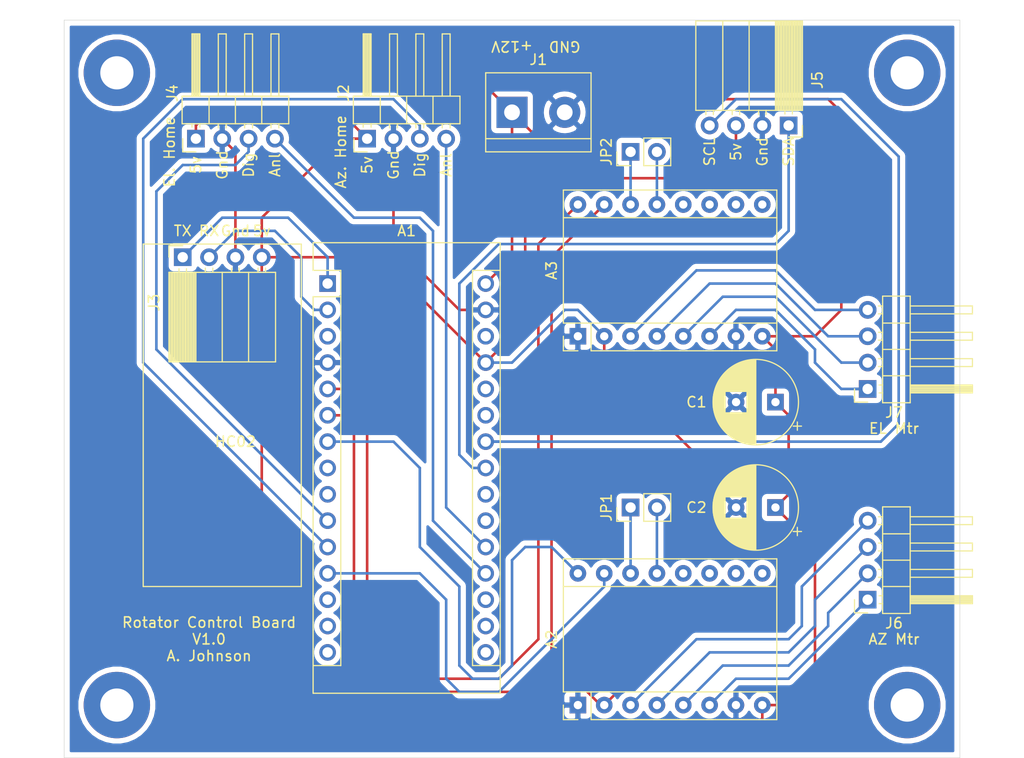
<source format=kicad_pcb>
(kicad_pcb (version 20171130) (host pcbnew "(5.1.6)-1")

  (general
    (thickness 1.6)
    (drawings 32)
    (tracks 193)
    (zones 0)
    (modules 18)
    (nets 50)
  )

  (page A4)
  (layers
    (0 F.Cu mixed)
    (31 B.Cu mixed hide)
    (32 B.Adhes user)
    (33 F.Adhes user)
    (34 B.Paste user)
    (35 F.Paste user)
    (36 B.SilkS user)
    (37 F.SilkS user)
    (38 B.Mask user)
    (39 F.Mask user)
    (40 Dwgs.User user)
    (41 Cmts.User user)
    (42 Eco1.User user)
    (43 Eco2.User user)
    (44 Edge.Cuts user)
    (45 Margin user)
    (46 B.CrtYd user)
    (47 F.CrtYd user)
    (48 B.Fab user)
    (49 F.Fab user)
  )

  (setup
    (last_trace_width 0.25)
    (trace_clearance 0.2)
    (zone_clearance 0.508)
    (zone_45_only no)
    (trace_min 0.2)
    (via_size 0.8)
    (via_drill 0.4)
    (via_min_size 0.4)
    (via_min_drill 0.3)
    (uvia_size 0.3)
    (uvia_drill 0.1)
    (uvias_allowed no)
    (uvia_min_size 0.2)
    (uvia_min_drill 0.1)
    (edge_width 0.05)
    (segment_width 0.2)
    (pcb_text_width 0.3)
    (pcb_text_size 1.5 1.5)
    (mod_edge_width 0.12)
    (mod_text_size 1 1)
    (mod_text_width 0.15)
    (pad_size 1.524 1.524)
    (pad_drill 0.762)
    (pad_to_mask_clearance 0.0508)
    (aux_axis_origin 0 0)
    (grid_origin 88.9 128.27)
    (visible_elements 7FFFFFFF)
    (pcbplotparams
      (layerselection 0x010fc_ffffffff)
      (usegerberextensions false)
      (usegerberattributes true)
      (usegerberadvancedattributes true)
      (creategerberjobfile true)
      (excludeedgelayer true)
      (linewidth 0.100000)
      (plotframeref false)
      (viasonmask false)
      (mode 1)
      (useauxorigin false)
      (hpglpennumber 1)
      (hpglpenspeed 20)
      (hpglpendiameter 15.000000)
      (psnegative false)
      (psa4output false)
      (plotreference true)
      (plotvalue true)
      (plotinvisibletext false)
      (padsonsilk false)
      (subtractmaskfromsilk false)
      (outputformat 1)
      (mirror false)
      (drillshape 0)
      (scaleselection 1)
      (outputdirectory "C:/Users/Andrew/Documents/Circuits/"))
  )

  (net 0 "")
  (net 1 SPI_SCK)
  (net 2 SPI_MISO)
  (net 3 +12V)
  (net 4 SPI_MOSI)
  (net 5 GND)
  (net 6 SPI_SS)
  (net 7 "Net-(A1-Pad28)")
  (net 8 AZ_STEP)
  (net 9 +5V)
  (net 10 AZ_HOME_DIG)
  (net 11 NANO_A7)
  (net 12 EL_HOME_DIG)
  (net 13 NANO_A6)
  (net 14 NANO_D6)
  (net 15 I2C_SCL)
  (net 16 NANO_D5)
  (net 17 I2C_SDA)
  (net 18 AZ_DIR)
  (net 19 NANO_A3)
  (net 20 EL_STEP)
  (net 21 NANO_A2)
  (net 22 EL_DIR)
  (net 23 AZ_HOME_ANL)
  (net 24 EL_HOME_ANL)
  (net 25 "Net-(A1-Pad3)")
  (net 26 "Net-(A1-Pad18)")
  (net 27 UART_RX)
  (net 28 "Net-(A1-Pad17)")
  (net 29 UART_TX)
  (net 30 "Net-(A2-Pad14)")
  (net 31 "Net-(A2-Pad6)")
  (net 32 "Net-(A2-Pad13)")
  (net 33 "Net-(A2-Pad5)")
  (net 34 "Net-(A2-Pad12)")
  (net 35 "Net-(A2-Pad4)")
  (net 36 "Net-(A2-Pad11)")
  (net 37 "Net-(A2-Pad3)")
  (net 38 "Net-(A2-Pad10)")
  (net 39 "Net-(A2-Pad9)")
  (net 40 "Net-(A3-Pad14)")
  (net 41 "Net-(A3-Pad6)")
  (net 42 "Net-(A3-Pad13)")
  (net 43 "Net-(A3-Pad5)")
  (net 44 "Net-(A3-Pad12)")
  (net 45 "Net-(A3-Pad4)")
  (net 46 "Net-(A3-Pad11)")
  (net 47 "Net-(A3-Pad3)")
  (net 48 "Net-(A3-Pad10)")
  (net 49 "Net-(A3-Pad9)")

  (net_class Default "This is the default net class."
    (clearance 0.2)
    (trace_width 0.25)
    (via_dia 0.8)
    (via_drill 0.4)
    (uvia_dia 0.3)
    (uvia_drill 0.1)
    (add_net +12V)
    (add_net +5V)
    (add_net AZ_DIR)
    (add_net AZ_HOME_ANL)
    (add_net AZ_HOME_DIG)
    (add_net AZ_STEP)
    (add_net EL_DIR)
    (add_net EL_HOME_ANL)
    (add_net EL_HOME_DIG)
    (add_net EL_STEP)
    (add_net GND)
    (add_net I2C_SCL)
    (add_net I2C_SDA)
    (add_net NANO_A2)
    (add_net NANO_A3)
    (add_net NANO_A6)
    (add_net NANO_A7)
    (add_net NANO_D5)
    (add_net NANO_D6)
    (add_net "Net-(A1-Pad17)")
    (add_net "Net-(A1-Pad18)")
    (add_net "Net-(A1-Pad28)")
    (add_net "Net-(A1-Pad3)")
    (add_net "Net-(A2-Pad10)")
    (add_net "Net-(A2-Pad11)")
    (add_net "Net-(A2-Pad12)")
    (add_net "Net-(A2-Pad13)")
    (add_net "Net-(A2-Pad14)")
    (add_net "Net-(A2-Pad3)")
    (add_net "Net-(A2-Pad4)")
    (add_net "Net-(A2-Pad5)")
    (add_net "Net-(A2-Pad6)")
    (add_net "Net-(A2-Pad9)")
    (add_net "Net-(A3-Pad10)")
    (add_net "Net-(A3-Pad11)")
    (add_net "Net-(A3-Pad12)")
    (add_net "Net-(A3-Pad13)")
    (add_net "Net-(A3-Pad14)")
    (add_net "Net-(A3-Pad3)")
    (add_net "Net-(A3-Pad4)")
    (add_net "Net-(A3-Pad5)")
    (add_net "Net-(A3-Pad6)")
    (add_net "Net-(A3-Pad9)")
    (add_net SPI_MISO)
    (add_net SPI_MOSI)
    (add_net SPI_SCK)
    (add_net SPI_SS)
    (add_net UART_RX)
    (add_net UART_TX)
  )

  (module MountingHole:MountingHole_3.2mm_M3_Pad (layer F.Cu) (tedit 56D1B4CB) (tstamp 62557C71)
    (at 93.98 123.19)
    (descr "Mounting Hole 3.2mm, M3")
    (tags "mounting hole 3.2mm m3")
    (attr virtual)
    (fp_text reference REF** (at 0 -4.2) (layer F.SilkS) hide
      (effects (font (size 1 1) (thickness 0.15)))
    )
    (fp_text value MountingHole_3.2mm_M3_Pad (at 0 4.2) (layer F.Fab)
      (effects (font (size 1 1) (thickness 0.15)))
    )
    (fp_circle (center 0 0) (end 3.45 0) (layer F.CrtYd) (width 0.05))
    (fp_circle (center 0 0) (end 3.2 0) (layer Cmts.User) (width 0.15))
    (fp_text user %R (at 0.3 0) (layer F.Fab)
      (effects (font (size 1 1) (thickness 0.15)))
    )
    (pad 1 thru_hole circle (at 0 0) (size 6.4 6.4) (drill 3.2) (layers *.Cu *.Mask))
  )

  (module MountingHole:MountingHole_3.2mm_M3_Pad (layer F.Cu) (tedit 56D1B4CB) (tstamp 62557C5B)
    (at 170.18 123.19)
    (descr "Mounting Hole 3.2mm, M3")
    (tags "mounting hole 3.2mm m3")
    (attr virtual)
    (fp_text reference REF** (at 0 -4.2) (layer F.SilkS) hide
      (effects (font (size 1 1) (thickness 0.15)))
    )
    (fp_text value MountingHole_3.2mm_M3_Pad (at 0 4.2) (layer F.Fab)
      (effects (font (size 1 1) (thickness 0.15)))
    )
    (fp_text user %R (at 0.3 0) (layer F.Fab)
      (effects (font (size 1 1) (thickness 0.15)))
    )
    (fp_circle (center 0 0) (end 3.2 0) (layer Cmts.User) (width 0.15))
    (fp_circle (center 0 0) (end 3.45 0) (layer F.CrtYd) (width 0.05))
    (pad 1 thru_hole circle (at 0 0) (size 6.4 6.4) (drill 3.2) (layers *.Cu *.Mask))
  )

  (module MountingHole:MountingHole_3.2mm_M3_Pad (layer F.Cu) (tedit 56D1B4CB) (tstamp 62557C34)
    (at 170.18 62.23)
    (descr "Mounting Hole 3.2mm, M3")
    (tags "mounting hole 3.2mm m3")
    (attr virtual)
    (fp_text reference REF** (at 0 -4.2) (layer F.SilkS) hide
      (effects (font (size 1 1) (thickness 0.15)))
    )
    (fp_text value MountingHole_3.2mm_M3_Pad (at 0 4.2) (layer F.Fab)
      (effects (font (size 1 1) (thickness 0.15)))
    )
    (fp_circle (center 0 0) (end 3.45 0) (layer F.CrtYd) (width 0.05))
    (fp_circle (center 0 0) (end 3.2 0) (layer Cmts.User) (width 0.15))
    (fp_text user %R (at 0.3 0) (layer F.Fab)
      (effects (font (size 1 1) (thickness 0.15)))
    )
    (pad 1 thru_hole circle (at 0 0) (size 6.4 6.4) (drill 3.2) (layers *.Cu *.Mask))
  )

  (module MountingHole:MountingHole_3.2mm_M3_Pad (layer F.Cu) (tedit 56D1B4CB) (tstamp 62557C05)
    (at 93.98 62.23)
    (descr "Mounting Hole 3.2mm, M3")
    (tags "mounting hole 3.2mm m3")
    (attr virtual)
    (fp_text reference REF** (at 0 -4.2) (layer F.SilkS) hide
      (effects (font (size 1 1) (thickness 0.15)))
    )
    (fp_text value MountingHole_3.2mm_M3_Pad (at 0 4.2) (layer F.Fab)
      (effects (font (size 1 1) (thickness 0.15)))
    )
    (fp_text user %R (at 0.3 0) (layer F.Fab)
      (effects (font (size 1 1) (thickness 0.15)))
    )
    (fp_circle (center 0 0) (end 3.2 0) (layer Cmts.User) (width 0.15))
    (fp_circle (center 0 0) (end 3.45 0) (layer F.CrtYd) (width 0.05))
    (pad 1 thru_hole circle (at 0 0) (size 6.4 6.4) (drill 3.2) (layers *.Cu *.Mask))
  )

  (module RotatorBoard:PinHeader_1x04_P2.54mm_HorizontalFlipped (layer F.Cu) (tedit 6254DEE7) (tstamp 6254C677)
    (at 173.99 113.03 180)
    (descr "Through hole angled pin header, 1x04, 2.54mm pitch, 6mm pin length, single row")
    (tags "Through hole angled pin header THT 1x04 2.54mm single row")
    (path /624C7FC9)
    (fp_text reference J6 (at 5.08 -2.27) (layer F.SilkS)
      (effects (font (size 1 1) (thickness 0.15)))
    )
    (fp_text value Conn_01x04_Male (at 4.385 9.89) (layer F.Fab)
      (effects (font (size 1 1) (thickness 0.15)))
    )
    (fp_text user %R (at 2.77 3.81 90) (layer F.Fab)
      (effects (font (size 1 1) (thickness 0.15)))
    )
    (fp_line (start 5.485 -1.27) (end 3.58 -1.27) (layer F.Fab) (width 0.1))
    (fp_line (start 3.58 -1.27) (end 3.58 8.89) (layer F.Fab) (width 0.1))
    (fp_line (start 3.58 8.89) (end 6.12 8.89) (layer F.Fab) (width 0.1))
    (fp_line (start 6.12 8.89) (end 6.12 -0.635) (layer F.Fab) (width 0.1))
    (fp_line (start 6.12 -0.635) (end 5.485 -1.27) (layer F.Fab) (width 0.1))
    (fp_line (start 7.94 -0.32) (end 6.12 -0.32) (layer F.Fab) (width 0.1))
    (fp_line (start 7.94 -0.32) (end 7.94 0.32) (layer F.Fab) (width 0.1))
    (fp_line (start 7.94 0.32) (end 6.12 0.32) (layer F.Fab) (width 0.1))
    (fp_line (start 3.58 -0.32) (end -2.42 -0.32) (layer F.Fab) (width 0.1))
    (fp_line (start -2.42 -0.32) (end -2.42 0.32) (layer F.Fab) (width 0.1))
    (fp_line (start 3.58 0.32) (end -2.42 0.32) (layer F.Fab) (width 0.1))
    (fp_line (start 7.94 2.22) (end 6.12 2.22) (layer F.Fab) (width 0.1))
    (fp_line (start 7.94 2.22) (end 7.94 2.86) (layer F.Fab) (width 0.1))
    (fp_line (start 7.94 2.86) (end 6.12 2.86) (layer F.Fab) (width 0.1))
    (fp_line (start 3.58 2.22) (end -2.42 2.22) (layer F.Fab) (width 0.1))
    (fp_line (start -2.42 2.22) (end -2.42 2.86) (layer F.Fab) (width 0.1))
    (fp_line (start 3.58 2.86) (end -2.42 2.86) (layer F.Fab) (width 0.1))
    (fp_line (start 7.94 4.76) (end 6.12 4.76) (layer F.Fab) (width 0.1))
    (fp_line (start 7.94 4.76) (end 7.94 5.4) (layer F.Fab) (width 0.1))
    (fp_line (start 7.94 5.4) (end 6.12 5.4) (layer F.Fab) (width 0.1))
    (fp_line (start 3.58 4.76) (end -2.42 4.76) (layer F.Fab) (width 0.1))
    (fp_line (start -2.42 4.76) (end -2.42 5.4) (layer F.Fab) (width 0.1))
    (fp_line (start 3.58 5.4) (end -2.42 5.4) (layer F.Fab) (width 0.1))
    (fp_line (start 7.94 7.3) (end 6.12 7.3) (layer F.Fab) (width 0.1))
    (fp_line (start 7.94 7.3) (end 7.94 7.94) (layer F.Fab) (width 0.1))
    (fp_line (start 7.94 7.94) (end 6.12 7.94) (layer F.Fab) (width 0.1))
    (fp_line (start 3.58 7.3) (end -2.42 7.3) (layer F.Fab) (width 0.1))
    (fp_line (start -2.42 7.3) (end -2.42 7.94) (layer F.Fab) (width 0.1))
    (fp_line (start 3.58 7.94) (end -2.42 7.94) (layer F.Fab) (width 0.1))
    (fp_line (start 6.18 -1.33) (end 6.18 8.95) (layer F.SilkS) (width 0.12))
    (fp_line (start 6.18 8.95) (end 3.52 8.95) (layer F.SilkS) (width 0.12))
    (fp_line (start 3.52 8.95) (end 3.52 -1.33) (layer F.SilkS) (width 0.12))
    (fp_line (start 3.52 -1.33) (end 6.18 -1.33) (layer F.SilkS) (width 0.12))
    (fp_line (start 3.52 -0.38) (end -2.48 -0.38) (layer F.SilkS) (width 0.12))
    (fp_line (start -2.48 -0.38) (end -2.48 0.38) (layer F.SilkS) (width 0.12))
    (fp_line (start -2.48 0.38) (end 3.52 0.38) (layer F.SilkS) (width 0.12))
    (fp_line (start 3.52 -0.32) (end -2.48 -0.32) (layer F.SilkS) (width 0.12))
    (fp_line (start 3.52 -0.2) (end -2.48 -0.2) (layer F.SilkS) (width 0.12))
    (fp_line (start 3.52 -0.08) (end -2.48 -0.08) (layer F.SilkS) (width 0.12))
    (fp_line (start 3.52 0.04) (end -2.48 0.04) (layer F.SilkS) (width 0.12))
    (fp_line (start 3.52 0.16) (end -2.48 0.16) (layer F.SilkS) (width 0.12))
    (fp_line (start 3.52 0.28) (end -2.48 0.28) (layer F.SilkS) (width 0.12))
    (fp_line (start 6.51 -0.38) (end 6.18 -0.38) (layer F.SilkS) (width 0.12))
    (fp_line (start 6.51 0.38) (end 6.18 0.38) (layer F.SilkS) (width 0.12))
    (fp_line (start 6.18 1.27) (end 3.52 1.27) (layer F.SilkS) (width 0.12))
    (fp_line (start 3.52 2.16) (end -2.48 2.16) (layer F.SilkS) (width 0.12))
    (fp_line (start -2.48 2.16) (end -2.48 2.92) (layer F.SilkS) (width 0.12))
    (fp_line (start -2.48 2.92) (end 3.52 2.92) (layer F.SilkS) (width 0.12))
    (fp_line (start 6.577071 2.16) (end 6.18 2.16) (layer F.SilkS) (width 0.12))
    (fp_line (start 6.577071 2.92) (end 6.18 2.92) (layer F.SilkS) (width 0.12))
    (fp_line (start 6.18 3.81) (end 3.52 3.81) (layer F.SilkS) (width 0.12))
    (fp_line (start 3.52 4.7) (end -2.48 4.7) (layer F.SilkS) (width 0.12))
    (fp_line (start -2.48 4.7) (end -2.48 5.46) (layer F.SilkS) (width 0.12))
    (fp_line (start -2.48 5.46) (end 3.52 5.46) (layer F.SilkS) (width 0.12))
    (fp_line (start 6.577071 4.7) (end 6.18 4.7) (layer F.SilkS) (width 0.12))
    (fp_line (start 6.577071 5.46) (end 6.18 5.46) (layer F.SilkS) (width 0.12))
    (fp_line (start 6.18 6.35) (end 3.52 6.35) (layer F.SilkS) (width 0.12))
    (fp_line (start 3.52 7.24) (end -2.48 7.24) (layer F.SilkS) (width 0.12))
    (fp_line (start -2.48 7.24) (end -2.48 8) (layer F.SilkS) (width 0.12))
    (fp_line (start -2.48 8) (end 3.52 8) (layer F.SilkS) (width 0.12))
    (fp_line (start 6.577071 7.24) (end 6.18 7.24) (layer F.SilkS) (width 0.12))
    (fp_line (start 6.577071 8) (end 6.18 8) (layer F.SilkS) (width 0.12))
    (fp_line (start 8.89 0) (end 8.89 -1.27) (layer F.SilkS) (width 0.12))
    (fp_line (start 8.89 -1.27) (end 7.62 -1.27) (layer F.SilkS) (width 0.12))
    (fp_line (start 9.42 -1.8) (end 9.42 9.4) (layer F.CrtYd) (width 0.05))
    (fp_line (start 9.42 9.4) (end -2.93 9.4) (layer F.CrtYd) (width 0.05))
    (fp_line (start -2.93 9.4) (end -2.93 -1.8) (layer F.CrtYd) (width 0.05))
    (fp_line (start -2.93 -1.8) (end 9.42 -1.8) (layer F.CrtYd) (width 0.05))
    (pad 4 thru_hole oval (at 7.62 7.62 180) (size 1.7 1.7) (drill 1) (layers *.Cu *.Mask)
      (net 37 "Net-(A2-Pad3)"))
    (pad 3 thru_hole oval (at 7.62 5.08 180) (size 1.7 1.7) (drill 1) (layers *.Cu *.Mask)
      (net 35 "Net-(A2-Pad4)"))
    (pad 2 thru_hole oval (at 7.62 2.54 180) (size 1.7 1.7) (drill 1) (layers *.Cu *.Mask)
      (net 33 "Net-(A2-Pad5)"))
    (pad 1 thru_hole rect (at 7.62 0 180) (size 1.7 1.7) (drill 1) (layers *.Cu *.Mask)
      (net 31 "Net-(A2-Pad6)"))
    (model ${KISYS3DMOD}/Connector_PinHeader_2.54mm.3dshapes/PinHeader_1x04_P2.54mm_Horizontal.wrl
      (at (xyz 0 0 0))
      (scale (xyz 1 1 1))
      (rotate (xyz 0 0 0))
    )
  )

  (module RotatorBoard:PinHeader_1x04_P2.54mm_HorizontalFlipped (layer F.Cu) (tedit 6254DEE7) (tstamp 6254C6C4)
    (at 173.99 92.71 180)
    (descr "Through hole angled pin header, 1x04, 2.54mm pitch, 6mm pin length, single row")
    (tags "Through hole angled pin header THT 1x04 2.54mm single row")
    (path /624C8EA2)
    (fp_text reference J7 (at 5.08 -2.27) (layer F.SilkS)
      (effects (font (size 1 1) (thickness 0.15)))
    )
    (fp_text value Conn_01x04_Male (at 4.385 9.89) (layer F.Fab)
      (effects (font (size 1 1) (thickness 0.15)))
    )
    (fp_text user %R (at 2.77 3.81 90) (layer F.Fab)
      (effects (font (size 1 1) (thickness 0.15)))
    )
    (fp_line (start 5.485 -1.27) (end 3.58 -1.27) (layer F.Fab) (width 0.1))
    (fp_line (start 3.58 -1.27) (end 3.58 8.89) (layer F.Fab) (width 0.1))
    (fp_line (start 3.58 8.89) (end 6.12 8.89) (layer F.Fab) (width 0.1))
    (fp_line (start 6.12 8.89) (end 6.12 -0.635) (layer F.Fab) (width 0.1))
    (fp_line (start 6.12 -0.635) (end 5.485 -1.27) (layer F.Fab) (width 0.1))
    (fp_line (start 7.94 -0.32) (end 6.12 -0.32) (layer F.Fab) (width 0.1))
    (fp_line (start 7.94 -0.32) (end 7.94 0.32) (layer F.Fab) (width 0.1))
    (fp_line (start 7.94 0.32) (end 6.12 0.32) (layer F.Fab) (width 0.1))
    (fp_line (start 3.58 -0.32) (end -2.42 -0.32) (layer F.Fab) (width 0.1))
    (fp_line (start -2.42 -0.32) (end -2.42 0.32) (layer F.Fab) (width 0.1))
    (fp_line (start 3.58 0.32) (end -2.42 0.32) (layer F.Fab) (width 0.1))
    (fp_line (start 7.94 2.22) (end 6.12 2.22) (layer F.Fab) (width 0.1))
    (fp_line (start 7.94 2.22) (end 7.94 2.86) (layer F.Fab) (width 0.1))
    (fp_line (start 7.94 2.86) (end 6.12 2.86) (layer F.Fab) (width 0.1))
    (fp_line (start 3.58 2.22) (end -2.42 2.22) (layer F.Fab) (width 0.1))
    (fp_line (start -2.42 2.22) (end -2.42 2.86) (layer F.Fab) (width 0.1))
    (fp_line (start 3.58 2.86) (end -2.42 2.86) (layer F.Fab) (width 0.1))
    (fp_line (start 7.94 4.76) (end 6.12 4.76) (layer F.Fab) (width 0.1))
    (fp_line (start 7.94 4.76) (end 7.94 5.4) (layer F.Fab) (width 0.1))
    (fp_line (start 7.94 5.4) (end 6.12 5.4) (layer F.Fab) (width 0.1))
    (fp_line (start 3.58 4.76) (end -2.42 4.76) (layer F.Fab) (width 0.1))
    (fp_line (start -2.42 4.76) (end -2.42 5.4) (layer F.Fab) (width 0.1))
    (fp_line (start 3.58 5.4) (end -2.42 5.4) (layer F.Fab) (width 0.1))
    (fp_line (start 7.94 7.3) (end 6.12 7.3) (layer F.Fab) (width 0.1))
    (fp_line (start 7.94 7.3) (end 7.94 7.94) (layer F.Fab) (width 0.1))
    (fp_line (start 7.94 7.94) (end 6.12 7.94) (layer F.Fab) (width 0.1))
    (fp_line (start 3.58 7.3) (end -2.42 7.3) (layer F.Fab) (width 0.1))
    (fp_line (start -2.42 7.3) (end -2.42 7.94) (layer F.Fab) (width 0.1))
    (fp_line (start 3.58 7.94) (end -2.42 7.94) (layer F.Fab) (width 0.1))
    (fp_line (start 6.18 -1.33) (end 6.18 8.95) (layer F.SilkS) (width 0.12))
    (fp_line (start 6.18 8.95) (end 3.52 8.95) (layer F.SilkS) (width 0.12))
    (fp_line (start 3.52 8.95) (end 3.52 -1.33) (layer F.SilkS) (width 0.12))
    (fp_line (start 3.52 -1.33) (end 6.18 -1.33) (layer F.SilkS) (width 0.12))
    (fp_line (start 3.52 -0.38) (end -2.48 -0.38) (layer F.SilkS) (width 0.12))
    (fp_line (start -2.48 -0.38) (end -2.48 0.38) (layer F.SilkS) (width 0.12))
    (fp_line (start -2.48 0.38) (end 3.52 0.38) (layer F.SilkS) (width 0.12))
    (fp_line (start 3.52 -0.32) (end -2.48 -0.32) (layer F.SilkS) (width 0.12))
    (fp_line (start 3.52 -0.2) (end -2.48 -0.2) (layer F.SilkS) (width 0.12))
    (fp_line (start 3.52 -0.08) (end -2.48 -0.08) (layer F.SilkS) (width 0.12))
    (fp_line (start 3.52 0.04) (end -2.48 0.04) (layer F.SilkS) (width 0.12))
    (fp_line (start 3.52 0.16) (end -2.48 0.16) (layer F.SilkS) (width 0.12))
    (fp_line (start 3.52 0.28) (end -2.48 0.28) (layer F.SilkS) (width 0.12))
    (fp_line (start 6.51 -0.38) (end 6.18 -0.38) (layer F.SilkS) (width 0.12))
    (fp_line (start 6.51 0.38) (end 6.18 0.38) (layer F.SilkS) (width 0.12))
    (fp_line (start 6.18 1.27) (end 3.52 1.27) (layer F.SilkS) (width 0.12))
    (fp_line (start 3.52 2.16) (end -2.48 2.16) (layer F.SilkS) (width 0.12))
    (fp_line (start -2.48 2.16) (end -2.48 2.92) (layer F.SilkS) (width 0.12))
    (fp_line (start -2.48 2.92) (end 3.52 2.92) (layer F.SilkS) (width 0.12))
    (fp_line (start 6.577071 2.16) (end 6.18 2.16) (layer F.SilkS) (width 0.12))
    (fp_line (start 6.577071 2.92) (end 6.18 2.92) (layer F.SilkS) (width 0.12))
    (fp_line (start 6.18 3.81) (end 3.52 3.81) (layer F.SilkS) (width 0.12))
    (fp_line (start 3.52 4.7) (end -2.48 4.7) (layer F.SilkS) (width 0.12))
    (fp_line (start -2.48 4.7) (end -2.48 5.46) (layer F.SilkS) (width 0.12))
    (fp_line (start -2.48 5.46) (end 3.52 5.46) (layer F.SilkS) (width 0.12))
    (fp_line (start 6.577071 4.7) (end 6.18 4.7) (layer F.SilkS) (width 0.12))
    (fp_line (start 6.577071 5.46) (end 6.18 5.46) (layer F.SilkS) (width 0.12))
    (fp_line (start 6.18 6.35) (end 3.52 6.35) (layer F.SilkS) (width 0.12))
    (fp_line (start 3.52 7.24) (end -2.48 7.24) (layer F.SilkS) (width 0.12))
    (fp_line (start -2.48 7.24) (end -2.48 8) (layer F.SilkS) (width 0.12))
    (fp_line (start -2.48 8) (end 3.52 8) (layer F.SilkS) (width 0.12))
    (fp_line (start 6.577071 7.24) (end 6.18 7.24) (layer F.SilkS) (width 0.12))
    (fp_line (start 6.577071 8) (end 6.18 8) (layer F.SilkS) (width 0.12))
    (fp_line (start 8.89 0) (end 8.89 -1.27) (layer F.SilkS) (width 0.12))
    (fp_line (start 8.89 -1.27) (end 7.62 -1.27) (layer F.SilkS) (width 0.12))
    (fp_line (start 9.42 -1.8) (end 9.42 9.4) (layer F.CrtYd) (width 0.05))
    (fp_line (start 9.42 9.4) (end -2.93 9.4) (layer F.CrtYd) (width 0.05))
    (fp_line (start -2.93 9.4) (end -2.93 -1.8) (layer F.CrtYd) (width 0.05))
    (fp_line (start -2.93 -1.8) (end 9.42 -1.8) (layer F.CrtYd) (width 0.05))
    (pad 4 thru_hole oval (at 7.62 7.62 180) (size 1.7 1.7) (drill 1) (layers *.Cu *.Mask)
      (net 47 "Net-(A3-Pad3)"))
    (pad 3 thru_hole oval (at 7.62 5.08 180) (size 1.7 1.7) (drill 1) (layers *.Cu *.Mask)
      (net 45 "Net-(A3-Pad4)"))
    (pad 2 thru_hole oval (at 7.62 2.54 180) (size 1.7 1.7) (drill 1) (layers *.Cu *.Mask)
      (net 43 "Net-(A3-Pad5)"))
    (pad 1 thru_hole rect (at 7.62 0 180) (size 1.7 1.7) (drill 1) (layers *.Cu *.Mask)
      (net 41 "Net-(A3-Pad6)"))
    (model ${KISYS3DMOD}/Connector_PinHeader_2.54mm.3dshapes/PinHeader_1x04_P2.54mm_Horizontal.wrl
      (at (xyz 0 0 0))
      (scale (xyz 1 1 1))
      (rotate (xyz 0 0 0))
    )
  )

  (module Module:Pololu_Breakout-16_15.2x20.3mm (layer F.Cu) (tedit 58AB602C) (tstamp 6254C3A1)
    (at 138.43 87.63 90)
    (descr "Pololu Breakout 16-pin 15.2x20.3mm 0.6x0.8\\")
    (tags "Pololu Breakout")
    (path /624A00A3)
    (fp_text reference A3 (at 6.35 -2.54 90) (layer F.SilkS)
      (effects (font (size 1 1) (thickness 0.15)))
    )
    (fp_text value Pololu_Breakout_A4988 (at 6.35 20.17 90) (layer F.Fab)
      (effects (font (size 1 1) (thickness 0.15)))
    )
    (fp_text user %R (at 6.35 0 90) (layer F.Fab)
      (effects (font (size 1 1) (thickness 0.15)))
    )
    (fp_line (start 11.43 -1.4) (end 11.43 19.18) (layer F.SilkS) (width 0.12))
    (fp_line (start 1.27 1.27) (end 1.27 19.18) (layer F.SilkS) (width 0.12))
    (fp_line (start 0 -1.4) (end -1.4 -1.4) (layer F.SilkS) (width 0.12))
    (fp_line (start -1.4 -1.4) (end -1.4 0) (layer F.SilkS) (width 0.12))
    (fp_line (start 1.27 -1.4) (end 1.27 1.27) (layer F.SilkS) (width 0.12))
    (fp_line (start 1.27 1.27) (end -1.4 1.27) (layer F.SilkS) (width 0.12))
    (fp_line (start -1.4 1.27) (end -1.4 19.18) (layer F.SilkS) (width 0.12))
    (fp_line (start -1.4 19.18) (end 14.1 19.18) (layer F.SilkS) (width 0.12))
    (fp_line (start 14.1 19.18) (end 14.1 -1.4) (layer F.SilkS) (width 0.12))
    (fp_line (start 14.1 -1.4) (end 1.27 -1.4) (layer F.SilkS) (width 0.12))
    (fp_line (start -1.27 0) (end 0 -1.27) (layer F.Fab) (width 0.1))
    (fp_line (start 0 -1.27) (end 13.97 -1.27) (layer F.Fab) (width 0.1))
    (fp_line (start 13.97 -1.27) (end 13.97 19.05) (layer F.Fab) (width 0.1))
    (fp_line (start 13.97 19.05) (end -1.27 19.05) (layer F.Fab) (width 0.1))
    (fp_line (start -1.27 19.05) (end -1.27 0) (layer F.Fab) (width 0.1))
    (fp_line (start -1.53 -1.52) (end 14.21 -1.52) (layer F.CrtYd) (width 0.05))
    (fp_line (start -1.53 -1.52) (end -1.53 19.3) (layer F.CrtYd) (width 0.05))
    (fp_line (start 14.21 19.3) (end 14.21 -1.52) (layer F.CrtYd) (width 0.05))
    (fp_line (start 14.21 19.3) (end -1.53 19.3) (layer F.CrtYd) (width 0.05))
    (pad 16 thru_hole oval (at 12.7 0 90) (size 1.6 1.6) (drill 0.8) (layers *.Cu *.Mask)
      (net 22 EL_DIR))
    (pad 8 thru_hole oval (at 0 17.78 90) (size 1.6 1.6) (drill 0.8) (layers *.Cu *.Mask)
      (net 3 +12V))
    (pad 15 thru_hole oval (at 12.7 2.54 90) (size 1.6 1.6) (drill 0.8) (layers *.Cu *.Mask)
      (net 20 EL_STEP))
    (pad 7 thru_hole oval (at 0 15.24 90) (size 1.6 1.6) (drill 0.8) (layers *.Cu *.Mask)
      (net 5 GND))
    (pad 14 thru_hole oval (at 12.7 5.08 90) (size 1.6 1.6) (drill 0.8) (layers *.Cu *.Mask)
      (net 40 "Net-(A3-Pad14)"))
    (pad 6 thru_hole oval (at 0 12.7 90) (size 1.6 1.6) (drill 0.8) (layers *.Cu *.Mask)
      (net 41 "Net-(A3-Pad6)"))
    (pad 13 thru_hole oval (at 12.7 7.62 90) (size 1.6 1.6) (drill 0.8) (layers *.Cu *.Mask)
      (net 42 "Net-(A3-Pad13)"))
    (pad 5 thru_hole oval (at 0 10.16 90) (size 1.6 1.6) (drill 0.8) (layers *.Cu *.Mask)
      (net 43 "Net-(A3-Pad5)"))
    (pad 12 thru_hole oval (at 12.7 10.16 90) (size 1.6 1.6) (drill 0.8) (layers *.Cu *.Mask)
      (net 44 "Net-(A3-Pad12)"))
    (pad 4 thru_hole oval (at 0 7.62 90) (size 1.6 1.6) (drill 0.8) (layers *.Cu *.Mask)
      (net 45 "Net-(A3-Pad4)"))
    (pad 11 thru_hole oval (at 12.7 12.7 90) (size 1.6 1.6) (drill 0.8) (layers *.Cu *.Mask)
      (net 46 "Net-(A3-Pad11)"))
    (pad 3 thru_hole oval (at 0 5.08 90) (size 1.6 1.6) (drill 0.8) (layers *.Cu *.Mask)
      (net 47 "Net-(A3-Pad3)"))
    (pad 10 thru_hole oval (at 12.7 15.24 90) (size 1.6 1.6) (drill 0.8) (layers *.Cu *.Mask)
      (net 48 "Net-(A3-Pad10)"))
    (pad 2 thru_hole oval (at 0 2.54 90) (size 1.6 1.6) (drill 0.8) (layers *.Cu *.Mask)
      (net 9 +5V))
    (pad 9 thru_hole oval (at 12.7 17.78 90) (size 1.6 1.6) (drill 0.8) (layers *.Cu *.Mask)
      (net 49 "Net-(A3-Pad9)"))
    (pad 1 thru_hole rect (at 0 0 90) (size 1.6 1.6) (drill 0.8) (layers *.Cu *.Mask)
      (net 5 GND))
    (model ${KISYS3DMOD}/Module.3dshapes/Pololu_Breakout-16_15.2x20.3mm.wrl
      (at (xyz 0 0 0))
      (scale (xyz 1 1 1))
      (rotate (xyz 0 0 0))
    )
  )

  (module Module:Pololu_Breakout-16_15.2x20.3mm (layer F.Cu) (tedit 58AB602C) (tstamp 6254C379)
    (at 138.43 123.19 90)
    (descr "Pololu Breakout 16-pin 15.2x20.3mm 0.6x0.8\\")
    (tags "Pololu Breakout")
    (path /6249ECB8)
    (fp_text reference A2 (at 6.35 -2.54 90) (layer F.SilkS)
      (effects (font (size 1 1) (thickness 0.15)))
    )
    (fp_text value Pololu_Breakout_A4988 (at 6.35 20.17 90) (layer F.Fab)
      (effects (font (size 1 1) (thickness 0.15)))
    )
    (fp_text user %R (at 6.35 0 90) (layer F.Fab)
      (effects (font (size 1 1) (thickness 0.15)))
    )
    (fp_line (start 11.43 -1.4) (end 11.43 19.18) (layer F.SilkS) (width 0.12))
    (fp_line (start 1.27 1.27) (end 1.27 19.18) (layer F.SilkS) (width 0.12))
    (fp_line (start 0 -1.4) (end -1.4 -1.4) (layer F.SilkS) (width 0.12))
    (fp_line (start -1.4 -1.4) (end -1.4 0) (layer F.SilkS) (width 0.12))
    (fp_line (start 1.27 -1.4) (end 1.27 1.27) (layer F.SilkS) (width 0.12))
    (fp_line (start 1.27 1.27) (end -1.4 1.27) (layer F.SilkS) (width 0.12))
    (fp_line (start -1.4 1.27) (end -1.4 19.18) (layer F.SilkS) (width 0.12))
    (fp_line (start -1.4 19.18) (end 14.1 19.18) (layer F.SilkS) (width 0.12))
    (fp_line (start 14.1 19.18) (end 14.1 -1.4) (layer F.SilkS) (width 0.12))
    (fp_line (start 14.1 -1.4) (end 1.27 -1.4) (layer F.SilkS) (width 0.12))
    (fp_line (start -1.27 0) (end 0 -1.27) (layer F.Fab) (width 0.1))
    (fp_line (start 0 -1.27) (end 13.97 -1.27) (layer F.Fab) (width 0.1))
    (fp_line (start 13.97 -1.27) (end 13.97 19.05) (layer F.Fab) (width 0.1))
    (fp_line (start 13.97 19.05) (end -1.27 19.05) (layer F.Fab) (width 0.1))
    (fp_line (start -1.27 19.05) (end -1.27 0) (layer F.Fab) (width 0.1))
    (fp_line (start -1.53 -1.52) (end 14.21 -1.52) (layer F.CrtYd) (width 0.05))
    (fp_line (start -1.53 -1.52) (end -1.53 19.3) (layer F.CrtYd) (width 0.05))
    (fp_line (start 14.21 19.3) (end 14.21 -1.52) (layer F.CrtYd) (width 0.05))
    (fp_line (start 14.21 19.3) (end -1.53 19.3) (layer F.CrtYd) (width 0.05))
    (pad 16 thru_hole oval (at 12.7 0 90) (size 1.6 1.6) (drill 0.8) (layers *.Cu *.Mask)
      (net 18 AZ_DIR))
    (pad 8 thru_hole oval (at 0 17.78 90) (size 1.6 1.6) (drill 0.8) (layers *.Cu *.Mask)
      (net 3 +12V))
    (pad 15 thru_hole oval (at 12.7 2.54 90) (size 1.6 1.6) (drill 0.8) (layers *.Cu *.Mask)
      (net 8 AZ_STEP))
    (pad 7 thru_hole oval (at 0 15.24 90) (size 1.6 1.6) (drill 0.8) (layers *.Cu *.Mask)
      (net 5 GND))
    (pad 14 thru_hole oval (at 12.7 5.08 90) (size 1.6 1.6) (drill 0.8) (layers *.Cu *.Mask)
      (net 30 "Net-(A2-Pad14)"))
    (pad 6 thru_hole oval (at 0 12.7 90) (size 1.6 1.6) (drill 0.8) (layers *.Cu *.Mask)
      (net 31 "Net-(A2-Pad6)"))
    (pad 13 thru_hole oval (at 12.7 7.62 90) (size 1.6 1.6) (drill 0.8) (layers *.Cu *.Mask)
      (net 32 "Net-(A2-Pad13)"))
    (pad 5 thru_hole oval (at 0 10.16 90) (size 1.6 1.6) (drill 0.8) (layers *.Cu *.Mask)
      (net 33 "Net-(A2-Pad5)"))
    (pad 12 thru_hole oval (at 12.7 10.16 90) (size 1.6 1.6) (drill 0.8) (layers *.Cu *.Mask)
      (net 34 "Net-(A2-Pad12)"))
    (pad 4 thru_hole oval (at 0 7.62 90) (size 1.6 1.6) (drill 0.8) (layers *.Cu *.Mask)
      (net 35 "Net-(A2-Pad4)"))
    (pad 11 thru_hole oval (at 12.7 12.7 90) (size 1.6 1.6) (drill 0.8) (layers *.Cu *.Mask)
      (net 36 "Net-(A2-Pad11)"))
    (pad 3 thru_hole oval (at 0 5.08 90) (size 1.6 1.6) (drill 0.8) (layers *.Cu *.Mask)
      (net 37 "Net-(A2-Pad3)"))
    (pad 10 thru_hole oval (at 12.7 15.24 90) (size 1.6 1.6) (drill 0.8) (layers *.Cu *.Mask)
      (net 38 "Net-(A2-Pad10)"))
    (pad 2 thru_hole oval (at 0 2.54 90) (size 1.6 1.6) (drill 0.8) (layers *.Cu *.Mask)
      (net 9 +5V))
    (pad 9 thru_hole oval (at 12.7 17.78 90) (size 1.6 1.6) (drill 0.8) (layers *.Cu *.Mask)
      (net 39 "Net-(A2-Pad9)"))
    (pad 1 thru_hole rect (at 0 0 90) (size 1.6 1.6) (drill 0.8) (layers *.Cu *.Mask)
      (net 5 GND))
    (model ${KISYS3DMOD}/Module.3dshapes/Pololu_Breakout-16_15.2x20.3mm.wrl
      (at (xyz 0 0 0))
      (scale (xyz 1 1 1))
      (rotate (xyz 0 0 0))
    )
  )

  (module Connector_PinHeader_2.54mm:PinHeader_1x02_P2.54mm_Vertical (layer F.Cu) (tedit 59FED5CC) (tstamp 6254C6F0)
    (at 143.51 69.85 90)
    (descr "Through hole straight pin header, 1x02, 2.54mm pitch, single row")
    (tags "Through hole pin header THT 1x02 2.54mm single row")
    (path /624ABAF1)
    (fp_text reference JP2 (at 0 -2.33 90) (layer F.SilkS)
      (effects (font (size 1 1) (thickness 0.15)))
    )
    (fp_text value Jumper_2_Open (at 0 4.87 90) (layer F.Fab)
      (effects (font (size 1 1) (thickness 0.15)))
    )
    (fp_text user %R (at 0 1.27) (layer F.Fab)
      (effects (font (size 1 1) (thickness 0.15)))
    )
    (fp_line (start -0.635 -1.27) (end 1.27 -1.27) (layer F.Fab) (width 0.1))
    (fp_line (start 1.27 -1.27) (end 1.27 3.81) (layer F.Fab) (width 0.1))
    (fp_line (start 1.27 3.81) (end -1.27 3.81) (layer F.Fab) (width 0.1))
    (fp_line (start -1.27 3.81) (end -1.27 -0.635) (layer F.Fab) (width 0.1))
    (fp_line (start -1.27 -0.635) (end -0.635 -1.27) (layer F.Fab) (width 0.1))
    (fp_line (start -1.33 3.87) (end 1.33 3.87) (layer F.SilkS) (width 0.12))
    (fp_line (start -1.33 1.27) (end -1.33 3.87) (layer F.SilkS) (width 0.12))
    (fp_line (start 1.33 1.27) (end 1.33 3.87) (layer F.SilkS) (width 0.12))
    (fp_line (start -1.33 1.27) (end 1.33 1.27) (layer F.SilkS) (width 0.12))
    (fp_line (start -1.33 0) (end -1.33 -1.33) (layer F.SilkS) (width 0.12))
    (fp_line (start -1.33 -1.33) (end 0 -1.33) (layer F.SilkS) (width 0.12))
    (fp_line (start -1.8 -1.8) (end -1.8 4.35) (layer F.CrtYd) (width 0.05))
    (fp_line (start -1.8 4.35) (end 1.8 4.35) (layer F.CrtYd) (width 0.05))
    (fp_line (start 1.8 4.35) (end 1.8 -1.8) (layer F.CrtYd) (width 0.05))
    (fp_line (start 1.8 -1.8) (end -1.8 -1.8) (layer F.CrtYd) (width 0.05))
    (pad 2 thru_hole oval (at 0 2.54 90) (size 1.7 1.7) (drill 1) (layers *.Cu *.Mask)
      (net 42 "Net-(A3-Pad13)"))
    (pad 1 thru_hole rect (at 0 0 90) (size 1.7 1.7) (drill 1) (layers *.Cu *.Mask)
      (net 40 "Net-(A3-Pad14)"))
    (model ${KISYS3DMOD}/Connector_PinHeader_2.54mm.3dshapes/PinHeader_1x02_P2.54mm_Vertical.wrl
      (at (xyz 0 0 0))
      (scale (xyz 1 1 1))
      (rotate (xyz 0 0 0))
    )
  )

  (module Connector_PinHeader_2.54mm:PinHeader_1x02_P2.54mm_Vertical (layer F.Cu) (tedit 59FED5CC) (tstamp 6254C6DA)
    (at 143.51 104.14 90)
    (descr "Through hole straight pin header, 1x02, 2.54mm pitch, single row")
    (tags "Through hole pin header THT 1x02 2.54mm single row")
    (path /624AC8AC)
    (fp_text reference JP1 (at 0 -2.33 90) (layer F.SilkS)
      (effects (font (size 1 1) (thickness 0.15)))
    )
    (fp_text value Jumper_2_Open (at 0 4.87 90) (layer F.Fab)
      (effects (font (size 1 1) (thickness 0.15)))
    )
    (fp_text user %R (at 0 1.27) (layer F.Fab)
      (effects (font (size 1 1) (thickness 0.15)))
    )
    (fp_line (start -0.635 -1.27) (end 1.27 -1.27) (layer F.Fab) (width 0.1))
    (fp_line (start 1.27 -1.27) (end 1.27 3.81) (layer F.Fab) (width 0.1))
    (fp_line (start 1.27 3.81) (end -1.27 3.81) (layer F.Fab) (width 0.1))
    (fp_line (start -1.27 3.81) (end -1.27 -0.635) (layer F.Fab) (width 0.1))
    (fp_line (start -1.27 -0.635) (end -0.635 -1.27) (layer F.Fab) (width 0.1))
    (fp_line (start -1.33 3.87) (end 1.33 3.87) (layer F.SilkS) (width 0.12))
    (fp_line (start -1.33 1.27) (end -1.33 3.87) (layer F.SilkS) (width 0.12))
    (fp_line (start 1.33 1.27) (end 1.33 3.87) (layer F.SilkS) (width 0.12))
    (fp_line (start -1.33 1.27) (end 1.33 1.27) (layer F.SilkS) (width 0.12))
    (fp_line (start -1.33 0) (end -1.33 -1.33) (layer F.SilkS) (width 0.12))
    (fp_line (start -1.33 -1.33) (end 0 -1.33) (layer F.SilkS) (width 0.12))
    (fp_line (start -1.8 -1.8) (end -1.8 4.35) (layer F.CrtYd) (width 0.05))
    (fp_line (start -1.8 4.35) (end 1.8 4.35) (layer F.CrtYd) (width 0.05))
    (fp_line (start 1.8 4.35) (end 1.8 -1.8) (layer F.CrtYd) (width 0.05))
    (fp_line (start 1.8 -1.8) (end -1.8 -1.8) (layer F.CrtYd) (width 0.05))
    (pad 2 thru_hole oval (at 0 2.54 90) (size 1.7 1.7) (drill 1) (layers *.Cu *.Mask)
      (net 32 "Net-(A2-Pad13)"))
    (pad 1 thru_hole rect (at 0 0 90) (size 1.7 1.7) (drill 1) (layers *.Cu *.Mask)
      (net 30 "Net-(A2-Pad14)"))
    (model ${KISYS3DMOD}/Connector_PinHeader_2.54mm.3dshapes/PinHeader_1x02_P2.54mm_Vertical.wrl
      (at (xyz 0 0 0))
      (scale (xyz 1 1 1))
      (rotate (xyz 0 0 0))
    )
  )

  (module Connector_PinSocket_2.54mm:PinSocket_1x04_P2.54mm_Horizontal (layer F.Cu) (tedit 5A19A424) (tstamp 6254C62A)
    (at 158.75 67.31 270)
    (descr "Through hole angled socket strip, 1x04, 2.54mm pitch, 8.51mm socket length, single row (from Kicad 4.0.7), script generated")
    (tags "Through hole angled socket strip THT 1x04 2.54mm single row")
    (path /624AF077)
    (fp_text reference J5 (at -4.38 -2.77 90) (layer F.SilkS)
      (effects (font (size 1 1) (thickness 0.15)))
    )
    (fp_text value Conn_01x04_Female (at -4.38 10.39 90) (layer F.Fab)
      (effects (font (size 1 1) (thickness 0.15)))
    )
    (fp_text user %R (at -5.775 3.81) (layer F.Fab)
      (effects (font (size 1 1) (thickness 0.15)))
    )
    (fp_line (start -10.03 -1.27) (end -2.49 -1.27) (layer F.Fab) (width 0.1))
    (fp_line (start -2.49 -1.27) (end -1.52 -0.3) (layer F.Fab) (width 0.1))
    (fp_line (start -1.52 -0.3) (end -1.52 8.89) (layer F.Fab) (width 0.1))
    (fp_line (start -1.52 8.89) (end -10.03 8.89) (layer F.Fab) (width 0.1))
    (fp_line (start -10.03 8.89) (end -10.03 -1.27) (layer F.Fab) (width 0.1))
    (fp_line (start 0 -0.3) (end -1.52 -0.3) (layer F.Fab) (width 0.1))
    (fp_line (start -1.52 0.3) (end 0 0.3) (layer F.Fab) (width 0.1))
    (fp_line (start 0 0.3) (end 0 -0.3) (layer F.Fab) (width 0.1))
    (fp_line (start 0 2.24) (end -1.52 2.24) (layer F.Fab) (width 0.1))
    (fp_line (start -1.52 2.84) (end 0 2.84) (layer F.Fab) (width 0.1))
    (fp_line (start 0 2.84) (end 0 2.24) (layer F.Fab) (width 0.1))
    (fp_line (start 0 4.78) (end -1.52 4.78) (layer F.Fab) (width 0.1))
    (fp_line (start -1.52 5.38) (end 0 5.38) (layer F.Fab) (width 0.1))
    (fp_line (start 0 5.38) (end 0 4.78) (layer F.Fab) (width 0.1))
    (fp_line (start 0 7.32) (end -1.52 7.32) (layer F.Fab) (width 0.1))
    (fp_line (start -1.52 7.92) (end 0 7.92) (layer F.Fab) (width 0.1))
    (fp_line (start 0 7.92) (end 0 7.32) (layer F.Fab) (width 0.1))
    (fp_line (start -10.09 -1.21) (end -1.46 -1.21) (layer F.SilkS) (width 0.12))
    (fp_line (start -10.09 -1.091905) (end -1.46 -1.091905) (layer F.SilkS) (width 0.12))
    (fp_line (start -10.09 -0.97381) (end -1.46 -0.97381) (layer F.SilkS) (width 0.12))
    (fp_line (start -10.09 -0.855715) (end -1.46 -0.855715) (layer F.SilkS) (width 0.12))
    (fp_line (start -10.09 -0.73762) (end -1.46 -0.73762) (layer F.SilkS) (width 0.12))
    (fp_line (start -10.09 -0.619525) (end -1.46 -0.619525) (layer F.SilkS) (width 0.12))
    (fp_line (start -10.09 -0.50143) (end -1.46 -0.50143) (layer F.SilkS) (width 0.12))
    (fp_line (start -10.09 -0.383335) (end -1.46 -0.383335) (layer F.SilkS) (width 0.12))
    (fp_line (start -10.09 -0.26524) (end -1.46 -0.26524) (layer F.SilkS) (width 0.12))
    (fp_line (start -10.09 -0.147145) (end -1.46 -0.147145) (layer F.SilkS) (width 0.12))
    (fp_line (start -10.09 -0.02905) (end -1.46 -0.02905) (layer F.SilkS) (width 0.12))
    (fp_line (start -10.09 0.089045) (end -1.46 0.089045) (layer F.SilkS) (width 0.12))
    (fp_line (start -10.09 0.20714) (end -1.46 0.20714) (layer F.SilkS) (width 0.12))
    (fp_line (start -10.09 0.325235) (end -1.46 0.325235) (layer F.SilkS) (width 0.12))
    (fp_line (start -10.09 0.44333) (end -1.46 0.44333) (layer F.SilkS) (width 0.12))
    (fp_line (start -10.09 0.561425) (end -1.46 0.561425) (layer F.SilkS) (width 0.12))
    (fp_line (start -10.09 0.67952) (end -1.46 0.67952) (layer F.SilkS) (width 0.12))
    (fp_line (start -10.09 0.797615) (end -1.46 0.797615) (layer F.SilkS) (width 0.12))
    (fp_line (start -10.09 0.91571) (end -1.46 0.91571) (layer F.SilkS) (width 0.12))
    (fp_line (start -10.09 1.033805) (end -1.46 1.033805) (layer F.SilkS) (width 0.12))
    (fp_line (start -10.09 1.1519) (end -1.46 1.1519) (layer F.SilkS) (width 0.12))
    (fp_line (start -1.46 -0.36) (end -1.11 -0.36) (layer F.SilkS) (width 0.12))
    (fp_line (start -1.46 0.36) (end -1.11 0.36) (layer F.SilkS) (width 0.12))
    (fp_line (start -1.46 2.18) (end -1.05 2.18) (layer F.SilkS) (width 0.12))
    (fp_line (start -1.46 2.9) (end -1.05 2.9) (layer F.SilkS) (width 0.12))
    (fp_line (start -1.46 4.72) (end -1.05 4.72) (layer F.SilkS) (width 0.12))
    (fp_line (start -1.46 5.44) (end -1.05 5.44) (layer F.SilkS) (width 0.12))
    (fp_line (start -1.46 7.26) (end -1.05 7.26) (layer F.SilkS) (width 0.12))
    (fp_line (start -1.46 7.98) (end -1.05 7.98) (layer F.SilkS) (width 0.12))
    (fp_line (start -10.09 1.27) (end -1.46 1.27) (layer F.SilkS) (width 0.12))
    (fp_line (start -10.09 3.81) (end -1.46 3.81) (layer F.SilkS) (width 0.12))
    (fp_line (start -10.09 6.35) (end -1.46 6.35) (layer F.SilkS) (width 0.12))
    (fp_line (start -10.09 -1.33) (end -1.46 -1.33) (layer F.SilkS) (width 0.12))
    (fp_line (start -1.46 -1.33) (end -1.46 8.95) (layer F.SilkS) (width 0.12))
    (fp_line (start -10.09 8.95) (end -1.46 8.95) (layer F.SilkS) (width 0.12))
    (fp_line (start -10.09 -1.33) (end -10.09 8.95) (layer F.SilkS) (width 0.12))
    (fp_line (start 1.11 -1.33) (end 1.11 0) (layer F.SilkS) (width 0.12))
    (fp_line (start 0 -1.33) (end 1.11 -1.33) (layer F.SilkS) (width 0.12))
    (fp_line (start 1.75 -1.75) (end -10.55 -1.75) (layer F.CrtYd) (width 0.05))
    (fp_line (start -10.55 -1.75) (end -10.55 9.45) (layer F.CrtYd) (width 0.05))
    (fp_line (start -10.55 9.45) (end 1.75 9.45) (layer F.CrtYd) (width 0.05))
    (fp_line (start 1.75 9.45) (end 1.75 -1.75) (layer F.CrtYd) (width 0.05))
    (pad 4 thru_hole oval (at 0 7.62 270) (size 1.7 1.7) (drill 1) (layers *.Cu *.Mask)
      (net 15 I2C_SCL))
    (pad 3 thru_hole oval (at 0 5.08 270) (size 1.7 1.7) (drill 1) (layers *.Cu *.Mask)
      (net 9 +5V))
    (pad 2 thru_hole oval (at 0 2.54 270) (size 1.7 1.7) (drill 1) (layers *.Cu *.Mask)
      (net 5 GND))
    (pad 1 thru_hole rect (at 0 0 270) (size 1.7 1.7) (drill 1) (layers *.Cu *.Mask)
      (net 17 I2C_SDA))
    (model ${KISYS3DMOD}/Connector_PinSocket_2.54mm.3dshapes/PinSocket_1x04_P2.54mm_Horizontal.wrl
      (at (xyz 0 0 0))
      (scale (xyz 1 1 1))
      (rotate (xyz 0 0 0))
    )
  )

  (module Connector_PinHeader_2.54mm:PinHeader_1x04_P2.54mm_Horizontal (layer F.Cu) (tedit 59FED5CB) (tstamp 6254C5E6)
    (at 101.6 68.58 90)
    (descr "Through hole angled pin header, 1x04, 2.54mm pitch, 6mm pin length, single row")
    (tags "Through hole angled pin header THT 1x04 2.54mm single row")
    (path /6252AE83)
    (fp_text reference J4 (at 4.385 -2.27 90) (layer F.SilkS)
      (effects (font (size 1 1) (thickness 0.15)))
    )
    (fp_text value Conn_01x04_Male (at 4.385 9.89 90) (layer F.Fab)
      (effects (font (size 1 1) (thickness 0.15)))
    )
    (fp_text user %R (at 2.77 3.81) (layer F.Fab)
      (effects (font (size 1 1) (thickness 0.15)))
    )
    (fp_line (start 2.135 -1.27) (end 4.04 -1.27) (layer F.Fab) (width 0.1))
    (fp_line (start 4.04 -1.27) (end 4.04 8.89) (layer F.Fab) (width 0.1))
    (fp_line (start 4.04 8.89) (end 1.5 8.89) (layer F.Fab) (width 0.1))
    (fp_line (start 1.5 8.89) (end 1.5 -0.635) (layer F.Fab) (width 0.1))
    (fp_line (start 1.5 -0.635) (end 2.135 -1.27) (layer F.Fab) (width 0.1))
    (fp_line (start -0.32 -0.32) (end 1.5 -0.32) (layer F.Fab) (width 0.1))
    (fp_line (start -0.32 -0.32) (end -0.32 0.32) (layer F.Fab) (width 0.1))
    (fp_line (start -0.32 0.32) (end 1.5 0.32) (layer F.Fab) (width 0.1))
    (fp_line (start 4.04 -0.32) (end 10.04 -0.32) (layer F.Fab) (width 0.1))
    (fp_line (start 10.04 -0.32) (end 10.04 0.32) (layer F.Fab) (width 0.1))
    (fp_line (start 4.04 0.32) (end 10.04 0.32) (layer F.Fab) (width 0.1))
    (fp_line (start -0.32 2.22) (end 1.5 2.22) (layer F.Fab) (width 0.1))
    (fp_line (start -0.32 2.22) (end -0.32 2.86) (layer F.Fab) (width 0.1))
    (fp_line (start -0.32 2.86) (end 1.5 2.86) (layer F.Fab) (width 0.1))
    (fp_line (start 4.04 2.22) (end 10.04 2.22) (layer F.Fab) (width 0.1))
    (fp_line (start 10.04 2.22) (end 10.04 2.86) (layer F.Fab) (width 0.1))
    (fp_line (start 4.04 2.86) (end 10.04 2.86) (layer F.Fab) (width 0.1))
    (fp_line (start -0.32 4.76) (end 1.5 4.76) (layer F.Fab) (width 0.1))
    (fp_line (start -0.32 4.76) (end -0.32 5.4) (layer F.Fab) (width 0.1))
    (fp_line (start -0.32 5.4) (end 1.5 5.4) (layer F.Fab) (width 0.1))
    (fp_line (start 4.04 4.76) (end 10.04 4.76) (layer F.Fab) (width 0.1))
    (fp_line (start 10.04 4.76) (end 10.04 5.4) (layer F.Fab) (width 0.1))
    (fp_line (start 4.04 5.4) (end 10.04 5.4) (layer F.Fab) (width 0.1))
    (fp_line (start -0.32 7.3) (end 1.5 7.3) (layer F.Fab) (width 0.1))
    (fp_line (start -0.32 7.3) (end -0.32 7.94) (layer F.Fab) (width 0.1))
    (fp_line (start -0.32 7.94) (end 1.5 7.94) (layer F.Fab) (width 0.1))
    (fp_line (start 4.04 7.3) (end 10.04 7.3) (layer F.Fab) (width 0.1))
    (fp_line (start 10.04 7.3) (end 10.04 7.94) (layer F.Fab) (width 0.1))
    (fp_line (start 4.04 7.94) (end 10.04 7.94) (layer F.Fab) (width 0.1))
    (fp_line (start 1.44 -1.33) (end 1.44 8.95) (layer F.SilkS) (width 0.12))
    (fp_line (start 1.44 8.95) (end 4.1 8.95) (layer F.SilkS) (width 0.12))
    (fp_line (start 4.1 8.95) (end 4.1 -1.33) (layer F.SilkS) (width 0.12))
    (fp_line (start 4.1 -1.33) (end 1.44 -1.33) (layer F.SilkS) (width 0.12))
    (fp_line (start 4.1 -0.38) (end 10.1 -0.38) (layer F.SilkS) (width 0.12))
    (fp_line (start 10.1 -0.38) (end 10.1 0.38) (layer F.SilkS) (width 0.12))
    (fp_line (start 10.1 0.38) (end 4.1 0.38) (layer F.SilkS) (width 0.12))
    (fp_line (start 4.1 -0.32) (end 10.1 -0.32) (layer F.SilkS) (width 0.12))
    (fp_line (start 4.1 -0.2) (end 10.1 -0.2) (layer F.SilkS) (width 0.12))
    (fp_line (start 4.1 -0.08) (end 10.1 -0.08) (layer F.SilkS) (width 0.12))
    (fp_line (start 4.1 0.04) (end 10.1 0.04) (layer F.SilkS) (width 0.12))
    (fp_line (start 4.1 0.16) (end 10.1 0.16) (layer F.SilkS) (width 0.12))
    (fp_line (start 4.1 0.28) (end 10.1 0.28) (layer F.SilkS) (width 0.12))
    (fp_line (start 1.11 -0.38) (end 1.44 -0.38) (layer F.SilkS) (width 0.12))
    (fp_line (start 1.11 0.38) (end 1.44 0.38) (layer F.SilkS) (width 0.12))
    (fp_line (start 1.44 1.27) (end 4.1 1.27) (layer F.SilkS) (width 0.12))
    (fp_line (start 4.1 2.16) (end 10.1 2.16) (layer F.SilkS) (width 0.12))
    (fp_line (start 10.1 2.16) (end 10.1 2.92) (layer F.SilkS) (width 0.12))
    (fp_line (start 10.1 2.92) (end 4.1 2.92) (layer F.SilkS) (width 0.12))
    (fp_line (start 1.042929 2.16) (end 1.44 2.16) (layer F.SilkS) (width 0.12))
    (fp_line (start 1.042929 2.92) (end 1.44 2.92) (layer F.SilkS) (width 0.12))
    (fp_line (start 1.44 3.81) (end 4.1 3.81) (layer F.SilkS) (width 0.12))
    (fp_line (start 4.1 4.7) (end 10.1 4.7) (layer F.SilkS) (width 0.12))
    (fp_line (start 10.1 4.7) (end 10.1 5.46) (layer F.SilkS) (width 0.12))
    (fp_line (start 10.1 5.46) (end 4.1 5.46) (layer F.SilkS) (width 0.12))
    (fp_line (start 1.042929 4.7) (end 1.44 4.7) (layer F.SilkS) (width 0.12))
    (fp_line (start 1.042929 5.46) (end 1.44 5.46) (layer F.SilkS) (width 0.12))
    (fp_line (start 1.44 6.35) (end 4.1 6.35) (layer F.SilkS) (width 0.12))
    (fp_line (start 4.1 7.24) (end 10.1 7.24) (layer F.SilkS) (width 0.12))
    (fp_line (start 10.1 7.24) (end 10.1 8) (layer F.SilkS) (width 0.12))
    (fp_line (start 10.1 8) (end 4.1 8) (layer F.SilkS) (width 0.12))
    (fp_line (start 1.042929 7.24) (end 1.44 7.24) (layer F.SilkS) (width 0.12))
    (fp_line (start 1.042929 8) (end 1.44 8) (layer F.SilkS) (width 0.12))
    (fp_line (start -1.27 0) (end -1.27 -1.27) (layer F.SilkS) (width 0.12))
    (fp_line (start -1.27 -1.27) (end 0 -1.27) (layer F.SilkS) (width 0.12))
    (fp_line (start -1.8 -1.8) (end -1.8 9.4) (layer F.CrtYd) (width 0.05))
    (fp_line (start -1.8 9.4) (end 10.55 9.4) (layer F.CrtYd) (width 0.05))
    (fp_line (start 10.55 9.4) (end 10.55 -1.8) (layer F.CrtYd) (width 0.05))
    (fp_line (start 10.55 -1.8) (end -1.8 -1.8) (layer F.CrtYd) (width 0.05))
    (pad 4 thru_hole oval (at 0 7.62 90) (size 1.7 1.7) (drill 1) (layers *.Cu *.Mask)
      (net 24 EL_HOME_ANL))
    (pad 3 thru_hole oval (at 0 5.08 90) (size 1.7 1.7) (drill 1) (layers *.Cu *.Mask)
      (net 12 EL_HOME_DIG))
    (pad 2 thru_hole oval (at 0 2.54 90) (size 1.7 1.7) (drill 1) (layers *.Cu *.Mask)
      (net 5 GND))
    (pad 1 thru_hole rect (at 0 0 90) (size 1.7 1.7) (drill 1) (layers *.Cu *.Mask)
      (net 9 +5V))
    (model ${KISYS3DMOD}/Connector_PinHeader_2.54mm.3dshapes/PinHeader_1x04_P2.54mm_Horizontal.wrl
      (at (xyz 0 0 0))
      (scale (xyz 1 1 1))
      (rotate (xyz 0 0 0))
    )
  )

  (module Connector_PinSocket_2.54mm:PinSocket_1x04_P2.54mm_Horizontal (layer F.Cu) (tedit 5A19A424) (tstamp 6254C599)
    (at 100.33 80.01 90)
    (descr "Through hole angled socket strip, 1x04, 2.54mm pitch, 8.51mm socket length, single row (from Kicad 4.0.7), script generated")
    (tags "Through hole angled socket strip THT 1x04 2.54mm single row")
    (path /624C735C)
    (fp_text reference J3 (at -4.38 -2.77 90) (layer F.SilkS)
      (effects (font (size 1 1) (thickness 0.15)))
    )
    (fp_text value Conn_01x04_Female (at -4.38 10.39 90) (layer F.Fab)
      (effects (font (size 1 1) (thickness 0.15)))
    )
    (fp_text user %R (at -5.775 3.81) (layer F.Fab)
      (effects (font (size 1 1) (thickness 0.15)))
    )
    (fp_line (start -10.03 -1.27) (end -2.49 -1.27) (layer F.Fab) (width 0.1))
    (fp_line (start -2.49 -1.27) (end -1.52 -0.3) (layer F.Fab) (width 0.1))
    (fp_line (start -1.52 -0.3) (end -1.52 8.89) (layer F.Fab) (width 0.1))
    (fp_line (start -1.52 8.89) (end -10.03 8.89) (layer F.Fab) (width 0.1))
    (fp_line (start -10.03 8.89) (end -10.03 -1.27) (layer F.Fab) (width 0.1))
    (fp_line (start 0 -0.3) (end -1.52 -0.3) (layer F.Fab) (width 0.1))
    (fp_line (start -1.52 0.3) (end 0 0.3) (layer F.Fab) (width 0.1))
    (fp_line (start 0 0.3) (end 0 -0.3) (layer F.Fab) (width 0.1))
    (fp_line (start 0 2.24) (end -1.52 2.24) (layer F.Fab) (width 0.1))
    (fp_line (start -1.52 2.84) (end 0 2.84) (layer F.Fab) (width 0.1))
    (fp_line (start 0 2.84) (end 0 2.24) (layer F.Fab) (width 0.1))
    (fp_line (start 0 4.78) (end -1.52 4.78) (layer F.Fab) (width 0.1))
    (fp_line (start -1.52 5.38) (end 0 5.38) (layer F.Fab) (width 0.1))
    (fp_line (start 0 5.38) (end 0 4.78) (layer F.Fab) (width 0.1))
    (fp_line (start 0 7.32) (end -1.52 7.32) (layer F.Fab) (width 0.1))
    (fp_line (start -1.52 7.92) (end 0 7.92) (layer F.Fab) (width 0.1))
    (fp_line (start 0 7.92) (end 0 7.32) (layer F.Fab) (width 0.1))
    (fp_line (start -10.09 -1.21) (end -1.46 -1.21) (layer F.SilkS) (width 0.12))
    (fp_line (start -10.09 -1.091905) (end -1.46 -1.091905) (layer F.SilkS) (width 0.12))
    (fp_line (start -10.09 -0.97381) (end -1.46 -0.97381) (layer F.SilkS) (width 0.12))
    (fp_line (start -10.09 -0.855715) (end -1.46 -0.855715) (layer F.SilkS) (width 0.12))
    (fp_line (start -10.09 -0.73762) (end -1.46 -0.73762) (layer F.SilkS) (width 0.12))
    (fp_line (start -10.09 -0.619525) (end -1.46 -0.619525) (layer F.SilkS) (width 0.12))
    (fp_line (start -10.09 -0.50143) (end -1.46 -0.50143) (layer F.SilkS) (width 0.12))
    (fp_line (start -10.09 -0.383335) (end -1.46 -0.383335) (layer F.SilkS) (width 0.12))
    (fp_line (start -10.09 -0.26524) (end -1.46 -0.26524) (layer F.SilkS) (width 0.12))
    (fp_line (start -10.09 -0.147145) (end -1.46 -0.147145) (layer F.SilkS) (width 0.12))
    (fp_line (start -10.09 -0.02905) (end -1.46 -0.02905) (layer F.SilkS) (width 0.12))
    (fp_line (start -10.09 0.089045) (end -1.46 0.089045) (layer F.SilkS) (width 0.12))
    (fp_line (start -10.09 0.20714) (end -1.46 0.20714) (layer F.SilkS) (width 0.12))
    (fp_line (start -10.09 0.325235) (end -1.46 0.325235) (layer F.SilkS) (width 0.12))
    (fp_line (start -10.09 0.44333) (end -1.46 0.44333) (layer F.SilkS) (width 0.12))
    (fp_line (start -10.09 0.561425) (end -1.46 0.561425) (layer F.SilkS) (width 0.12))
    (fp_line (start -10.09 0.67952) (end -1.46 0.67952) (layer F.SilkS) (width 0.12))
    (fp_line (start -10.09 0.797615) (end -1.46 0.797615) (layer F.SilkS) (width 0.12))
    (fp_line (start -10.09 0.91571) (end -1.46 0.91571) (layer F.SilkS) (width 0.12))
    (fp_line (start -10.09 1.033805) (end -1.46 1.033805) (layer F.SilkS) (width 0.12))
    (fp_line (start -10.09 1.1519) (end -1.46 1.1519) (layer F.SilkS) (width 0.12))
    (fp_line (start -1.46 -0.36) (end -1.11 -0.36) (layer F.SilkS) (width 0.12))
    (fp_line (start -1.46 0.36) (end -1.11 0.36) (layer F.SilkS) (width 0.12))
    (fp_line (start -1.46 2.18) (end -1.05 2.18) (layer F.SilkS) (width 0.12))
    (fp_line (start -1.46 2.9) (end -1.05 2.9) (layer F.SilkS) (width 0.12))
    (fp_line (start -1.46 4.72) (end -1.05 4.72) (layer F.SilkS) (width 0.12))
    (fp_line (start -1.46 5.44) (end -1.05 5.44) (layer F.SilkS) (width 0.12))
    (fp_line (start -1.46 7.26) (end -1.05 7.26) (layer F.SilkS) (width 0.12))
    (fp_line (start -1.46 7.98) (end -1.05 7.98) (layer F.SilkS) (width 0.12))
    (fp_line (start -10.09 1.27) (end -1.46 1.27) (layer F.SilkS) (width 0.12))
    (fp_line (start -10.09 3.81) (end -1.46 3.81) (layer F.SilkS) (width 0.12))
    (fp_line (start -10.09 6.35) (end -1.46 6.35) (layer F.SilkS) (width 0.12))
    (fp_line (start -10.09 -1.33) (end -1.46 -1.33) (layer F.SilkS) (width 0.12))
    (fp_line (start -1.46 -1.33) (end -1.46 8.95) (layer F.SilkS) (width 0.12))
    (fp_line (start -10.09 8.95) (end -1.46 8.95) (layer F.SilkS) (width 0.12))
    (fp_line (start -10.09 -1.33) (end -10.09 8.95) (layer F.SilkS) (width 0.12))
    (fp_line (start 1.11 -1.33) (end 1.11 0) (layer F.SilkS) (width 0.12))
    (fp_line (start 0 -1.33) (end 1.11 -1.33) (layer F.SilkS) (width 0.12))
    (fp_line (start 1.75 -1.75) (end -10.55 -1.75) (layer F.CrtYd) (width 0.05))
    (fp_line (start -10.55 -1.75) (end -10.55 9.45) (layer F.CrtYd) (width 0.05))
    (fp_line (start -10.55 9.45) (end 1.75 9.45) (layer F.CrtYd) (width 0.05))
    (fp_line (start 1.75 9.45) (end 1.75 -1.75) (layer F.CrtYd) (width 0.05))
    (pad 4 thru_hole oval (at 0 7.62 90) (size 1.7 1.7) (drill 1) (layers *.Cu *.Mask)
      (net 9 +5V))
    (pad 3 thru_hole oval (at 0 5.08 90) (size 1.7 1.7) (drill 1) (layers *.Cu *.Mask)
      (net 5 GND))
    (pad 2 thru_hole oval (at 0 2.54 90) (size 1.7 1.7) (drill 1) (layers *.Cu *.Mask)
      (net 27 UART_RX))
    (pad 1 thru_hole rect (at 0 0 90) (size 1.7 1.7) (drill 1) (layers *.Cu *.Mask)
      (net 29 UART_TX))
    (model ${KISYS3DMOD}/Connector_PinSocket_2.54mm.3dshapes/PinSocket_1x04_P2.54mm_Horizontal.wrl
      (at (xyz 0 0 0))
      (scale (xyz 1 1 1))
      (rotate (xyz 0 0 0))
    )
  )

  (module Connector_PinHeader_2.54mm:PinHeader_1x04_P2.54mm_Horizontal (layer F.Cu) (tedit 59FED5CB) (tstamp 6254C555)
    (at 118.11 68.58 90)
    (descr "Through hole angled pin header, 1x04, 2.54mm pitch, 6mm pin length, single row")
    (tags "Through hole angled pin header THT 1x04 2.54mm single row")
    (path /62529545)
    (fp_text reference J2 (at 4.385 -2.27 90) (layer F.SilkS)
      (effects (font (size 1 1) (thickness 0.15)))
    )
    (fp_text value Conn_01x04_Male (at 6.35 13.97 90) (layer F.Fab)
      (effects (font (size 1 1) (thickness 0.15)))
    )
    (fp_text user %R (at -1.27 6.35) (layer F.Fab)
      (effects (font (size 1 1) (thickness 0.15)))
    )
    (fp_line (start 2.135 -1.27) (end 4.04 -1.27) (layer F.Fab) (width 0.1))
    (fp_line (start 4.04 -1.27) (end 4.04 8.89) (layer F.Fab) (width 0.1))
    (fp_line (start 4.04 8.89) (end 1.5 8.89) (layer F.Fab) (width 0.1))
    (fp_line (start 1.5 8.89) (end 1.5 -0.635) (layer F.Fab) (width 0.1))
    (fp_line (start 1.5 -0.635) (end 2.135 -1.27) (layer F.Fab) (width 0.1))
    (fp_line (start -0.32 -0.32) (end 1.5 -0.32) (layer F.Fab) (width 0.1))
    (fp_line (start -0.32 -0.32) (end -0.32 0.32) (layer F.Fab) (width 0.1))
    (fp_line (start -0.32 0.32) (end 1.5 0.32) (layer F.Fab) (width 0.1))
    (fp_line (start 4.04 -0.32) (end 10.04 -0.32) (layer F.Fab) (width 0.1))
    (fp_line (start 10.04 -0.32) (end 10.04 0.32) (layer F.Fab) (width 0.1))
    (fp_line (start 4.04 0.32) (end 10.04 0.32) (layer F.Fab) (width 0.1))
    (fp_line (start -0.32 2.22) (end 1.5 2.22) (layer F.Fab) (width 0.1))
    (fp_line (start -0.32 2.22) (end -0.32 2.86) (layer F.Fab) (width 0.1))
    (fp_line (start -0.32 2.86) (end 1.5 2.86) (layer F.Fab) (width 0.1))
    (fp_line (start 4.04 2.22) (end 10.04 2.22) (layer F.Fab) (width 0.1))
    (fp_line (start 10.04 2.22) (end 10.04 2.86) (layer F.Fab) (width 0.1))
    (fp_line (start 4.04 2.86) (end 10.04 2.86) (layer F.Fab) (width 0.1))
    (fp_line (start -0.32 4.76) (end 1.5 4.76) (layer F.Fab) (width 0.1))
    (fp_line (start -0.32 4.76) (end -0.32 5.4) (layer F.Fab) (width 0.1))
    (fp_line (start -0.32 5.4) (end 1.5 5.4) (layer F.Fab) (width 0.1))
    (fp_line (start 4.04 4.76) (end 10.04 4.76) (layer F.Fab) (width 0.1))
    (fp_line (start 10.04 4.76) (end 10.04 5.4) (layer F.Fab) (width 0.1))
    (fp_line (start 4.04 5.4) (end 10.04 5.4) (layer F.Fab) (width 0.1))
    (fp_line (start -0.32 7.3) (end 1.5 7.3) (layer F.Fab) (width 0.1))
    (fp_line (start -0.32 7.3) (end -0.32 7.94) (layer F.Fab) (width 0.1))
    (fp_line (start -0.32 7.94) (end 1.5 7.94) (layer F.Fab) (width 0.1))
    (fp_line (start 4.04 7.3) (end 10.04 7.3) (layer F.Fab) (width 0.1))
    (fp_line (start 10.04 7.3) (end 10.04 7.94) (layer F.Fab) (width 0.1))
    (fp_line (start 4.04 7.94) (end 10.04 7.94) (layer F.Fab) (width 0.1))
    (fp_line (start 1.44 -1.33) (end 1.44 8.95) (layer F.SilkS) (width 0.12))
    (fp_line (start 1.44 8.95) (end 4.1 8.95) (layer F.SilkS) (width 0.12))
    (fp_line (start 4.1 8.95) (end 4.1 -1.33) (layer F.SilkS) (width 0.12))
    (fp_line (start 4.1 -1.33) (end 1.44 -1.33) (layer F.SilkS) (width 0.12))
    (fp_line (start 4.1 -0.38) (end 10.1 -0.38) (layer F.SilkS) (width 0.12))
    (fp_line (start 10.1 -0.38) (end 10.1 0.38) (layer F.SilkS) (width 0.12))
    (fp_line (start 10.1 0.38) (end 4.1 0.38) (layer F.SilkS) (width 0.12))
    (fp_line (start 4.1 -0.32) (end 10.1 -0.32) (layer F.SilkS) (width 0.12))
    (fp_line (start 4.1 -0.2) (end 10.1 -0.2) (layer F.SilkS) (width 0.12))
    (fp_line (start 4.1 -0.08) (end 10.1 -0.08) (layer F.SilkS) (width 0.12))
    (fp_line (start 4.1 0.04) (end 10.1 0.04) (layer F.SilkS) (width 0.12))
    (fp_line (start 4.1 0.16) (end 10.1 0.16) (layer F.SilkS) (width 0.12))
    (fp_line (start 4.1 0.28) (end 10.1 0.28) (layer F.SilkS) (width 0.12))
    (fp_line (start 1.11 -0.38) (end 1.44 -0.38) (layer F.SilkS) (width 0.12))
    (fp_line (start 1.11 0.38) (end 1.44 0.38) (layer F.SilkS) (width 0.12))
    (fp_line (start 1.44 1.27) (end 4.1 1.27) (layer F.SilkS) (width 0.12))
    (fp_line (start 4.1 2.16) (end 10.1 2.16) (layer F.SilkS) (width 0.12))
    (fp_line (start 10.1 2.16) (end 10.1 2.92) (layer F.SilkS) (width 0.12))
    (fp_line (start 10.1 2.92) (end 4.1 2.92) (layer F.SilkS) (width 0.12))
    (fp_line (start 1.042929 2.16) (end 1.44 2.16) (layer F.SilkS) (width 0.12))
    (fp_line (start 1.042929 2.92) (end 1.44 2.92) (layer F.SilkS) (width 0.12))
    (fp_line (start 1.44 3.81) (end 4.1 3.81) (layer F.SilkS) (width 0.12))
    (fp_line (start 4.1 4.7) (end 10.1 4.7) (layer F.SilkS) (width 0.12))
    (fp_line (start 10.1 4.7) (end 10.1 5.46) (layer F.SilkS) (width 0.12))
    (fp_line (start 10.1 5.46) (end 4.1 5.46) (layer F.SilkS) (width 0.12))
    (fp_line (start 1.042929 4.7) (end 1.44 4.7) (layer F.SilkS) (width 0.12))
    (fp_line (start 1.042929 5.46) (end 1.44 5.46) (layer F.SilkS) (width 0.12))
    (fp_line (start 1.44 6.35) (end 4.1 6.35) (layer F.SilkS) (width 0.12))
    (fp_line (start 4.1 7.24) (end 10.1 7.24) (layer F.SilkS) (width 0.12))
    (fp_line (start 10.1 7.24) (end 10.1 8) (layer F.SilkS) (width 0.12))
    (fp_line (start 10.1 8) (end 4.1 8) (layer F.SilkS) (width 0.12))
    (fp_line (start 1.042929 7.24) (end 1.44 7.24) (layer F.SilkS) (width 0.12))
    (fp_line (start 1.042929 8) (end 1.44 8) (layer F.SilkS) (width 0.12))
    (fp_line (start -1.27 0) (end -1.27 -1.27) (layer F.SilkS) (width 0.12))
    (fp_line (start -1.27 -1.27) (end 0 -1.27) (layer F.SilkS) (width 0.12))
    (fp_line (start -1.8 -1.8) (end -1.8 9.4) (layer F.CrtYd) (width 0.05))
    (fp_line (start -1.8 9.4) (end 10.55 9.4) (layer F.CrtYd) (width 0.05))
    (fp_line (start 10.55 9.4) (end 10.55 -1.8) (layer F.CrtYd) (width 0.05))
    (fp_line (start 10.55 -1.8) (end -1.8 -1.8) (layer F.CrtYd) (width 0.05))
    (pad 4 thru_hole oval (at 0 7.62 90) (size 1.7 1.7) (drill 1) (layers *.Cu *.Mask)
      (net 23 AZ_HOME_ANL))
    (pad 3 thru_hole oval (at 0 5.08 90) (size 1.7 1.7) (drill 1) (layers *.Cu *.Mask)
      (net 10 AZ_HOME_DIG))
    (pad 2 thru_hole oval (at 0 2.54 90) (size 1.7 1.7) (drill 1) (layers *.Cu *.Mask)
      (net 5 GND))
    (pad 1 thru_hole rect (at 0 0 90) (size 1.7 1.7) (drill 1) (layers *.Cu *.Mask)
      (net 9 +5V))
    (model ${KISYS3DMOD}/Connector_PinHeader_2.54mm.3dshapes/PinHeader_1x04_P2.54mm_Horizontal.wrl
      (at (xyz 0 0 0))
      (scale (xyz 1 1 1))
      (rotate (xyz 0 0 0))
    )
  )

  (module TerminalBlock:TerminalBlock_bornier-2_P5.08mm (layer F.Cu) (tedit 59FF03AB) (tstamp 6254C508)
    (at 132.08 66.04)
    (descr "simple 2-pin terminal block, pitch 5.08mm, revamped version of bornier2")
    (tags "terminal block bornier2")
    (path /624A1FBA)
    (fp_text reference J1 (at 2.54 -5.08) (layer F.SilkS)
      (effects (font (size 1 1) (thickness 0.15)))
    )
    (fp_text value Screw_Terminal_01x02 (at 2.54 5.08) (layer F.Fab)
      (effects (font (size 1 1) (thickness 0.15)))
    )
    (fp_text user %R (at 2.54 0) (layer F.Fab)
      (effects (font (size 1 1) (thickness 0.15)))
    )
    (fp_line (start -2.41 2.55) (end 7.49 2.55) (layer F.Fab) (width 0.1))
    (fp_line (start -2.46 -3.75) (end -2.46 3.75) (layer F.Fab) (width 0.1))
    (fp_line (start -2.46 3.75) (end 7.54 3.75) (layer F.Fab) (width 0.1))
    (fp_line (start 7.54 3.75) (end 7.54 -3.75) (layer F.Fab) (width 0.1))
    (fp_line (start 7.54 -3.75) (end -2.46 -3.75) (layer F.Fab) (width 0.1))
    (fp_line (start 7.62 2.54) (end -2.54 2.54) (layer F.SilkS) (width 0.12))
    (fp_line (start 7.62 3.81) (end 7.62 -3.81) (layer F.SilkS) (width 0.12))
    (fp_line (start 7.62 -3.81) (end -2.54 -3.81) (layer F.SilkS) (width 0.12))
    (fp_line (start -2.54 -3.81) (end -2.54 3.81) (layer F.SilkS) (width 0.12))
    (fp_line (start -2.54 3.81) (end 7.62 3.81) (layer F.SilkS) (width 0.12))
    (fp_line (start -2.71 -4) (end 7.79 -4) (layer F.CrtYd) (width 0.05))
    (fp_line (start -2.71 -4) (end -2.71 4) (layer F.CrtYd) (width 0.05))
    (fp_line (start 7.79 4) (end 7.79 -4) (layer F.CrtYd) (width 0.05))
    (fp_line (start 7.79 4) (end -2.71 4) (layer F.CrtYd) (width 0.05))
    (pad 2 thru_hole circle (at 5.08 0) (size 3 3) (drill 1.52) (layers *.Cu *.Mask)
      (net 5 GND))
    (pad 1 thru_hole rect (at 0 0) (size 3 3) (drill 1.52) (layers *.Cu *.Mask)
      (net 3 +12V))
    (model ${KISYS3DMOD}/TerminalBlock.3dshapes/TerminalBlock_bornier-2_P5.08mm.wrl
      (offset (xyz 2.539999961853027 0 0))
      (scale (xyz 1 1 1))
      (rotate (xyz 0 0 0))
    )
  )

  (module Capacitor_THT:CP_Radial_D8.0mm_P3.80mm (layer F.Cu) (tedit 5AE50EF0) (tstamp 6254C4F3)
    (at 157.48 104.14 180)
    (descr "CP, Radial series, Radial, pin pitch=3.80mm, , diameter=8mm, Electrolytic Capacitor")
    (tags "CP Radial series Radial pin pitch 3.80mm  diameter 8mm Electrolytic Capacitor")
    (path /624D0FBF)
    (fp_text reference C2 (at 7.62 0) (layer F.SilkS)
      (effects (font (size 1 1) (thickness 0.15)))
    )
    (fp_text value CP1 (at 1.9 5.25) (layer F.Fab)
      (effects (font (size 1 1) (thickness 0.15)))
    )
    (fp_text user %R (at 1.9 0) (layer F.Fab)
      (effects (font (size 1 1) (thickness 0.15)))
    )
    (fp_circle (center 1.9 0) (end 5.9 0) (layer F.Fab) (width 0.1))
    (fp_circle (center 1.9 0) (end 6.02 0) (layer F.SilkS) (width 0.12))
    (fp_circle (center 1.9 0) (end 6.15 0) (layer F.CrtYd) (width 0.05))
    (fp_line (start -1.526759 -1.7475) (end -0.726759 -1.7475) (layer F.Fab) (width 0.1))
    (fp_line (start -1.126759 -2.1475) (end -1.126759 -1.3475) (layer F.Fab) (width 0.1))
    (fp_line (start 1.9 -4.08) (end 1.9 4.08) (layer F.SilkS) (width 0.12))
    (fp_line (start 1.94 -4.08) (end 1.94 4.08) (layer F.SilkS) (width 0.12))
    (fp_line (start 1.98 -4.08) (end 1.98 4.08) (layer F.SilkS) (width 0.12))
    (fp_line (start 2.02 -4.079) (end 2.02 4.079) (layer F.SilkS) (width 0.12))
    (fp_line (start 2.06 -4.077) (end 2.06 4.077) (layer F.SilkS) (width 0.12))
    (fp_line (start 2.1 -4.076) (end 2.1 4.076) (layer F.SilkS) (width 0.12))
    (fp_line (start 2.14 -4.074) (end 2.14 4.074) (layer F.SilkS) (width 0.12))
    (fp_line (start 2.18 -4.071) (end 2.18 4.071) (layer F.SilkS) (width 0.12))
    (fp_line (start 2.22 -4.068) (end 2.22 4.068) (layer F.SilkS) (width 0.12))
    (fp_line (start 2.26 -4.065) (end 2.26 4.065) (layer F.SilkS) (width 0.12))
    (fp_line (start 2.3 -4.061) (end 2.3 4.061) (layer F.SilkS) (width 0.12))
    (fp_line (start 2.34 -4.057) (end 2.34 4.057) (layer F.SilkS) (width 0.12))
    (fp_line (start 2.38 -4.052) (end 2.38 4.052) (layer F.SilkS) (width 0.12))
    (fp_line (start 2.42 -4.048) (end 2.42 4.048) (layer F.SilkS) (width 0.12))
    (fp_line (start 2.46 -4.042) (end 2.46 4.042) (layer F.SilkS) (width 0.12))
    (fp_line (start 2.5 -4.037) (end 2.5 4.037) (layer F.SilkS) (width 0.12))
    (fp_line (start 2.54 -4.03) (end 2.54 4.03) (layer F.SilkS) (width 0.12))
    (fp_line (start 2.58 -4.024) (end 2.58 4.024) (layer F.SilkS) (width 0.12))
    (fp_line (start 2.621 -4.017) (end 2.621 4.017) (layer F.SilkS) (width 0.12))
    (fp_line (start 2.661 -4.01) (end 2.661 4.01) (layer F.SilkS) (width 0.12))
    (fp_line (start 2.701 -4.002) (end 2.701 4.002) (layer F.SilkS) (width 0.12))
    (fp_line (start 2.741 -3.994) (end 2.741 3.994) (layer F.SilkS) (width 0.12))
    (fp_line (start 2.781 -3.985) (end 2.781 -1.04) (layer F.SilkS) (width 0.12))
    (fp_line (start 2.781 1.04) (end 2.781 3.985) (layer F.SilkS) (width 0.12))
    (fp_line (start 2.821 -3.976) (end 2.821 -1.04) (layer F.SilkS) (width 0.12))
    (fp_line (start 2.821 1.04) (end 2.821 3.976) (layer F.SilkS) (width 0.12))
    (fp_line (start 2.861 -3.967) (end 2.861 -1.04) (layer F.SilkS) (width 0.12))
    (fp_line (start 2.861 1.04) (end 2.861 3.967) (layer F.SilkS) (width 0.12))
    (fp_line (start 2.901 -3.957) (end 2.901 -1.04) (layer F.SilkS) (width 0.12))
    (fp_line (start 2.901 1.04) (end 2.901 3.957) (layer F.SilkS) (width 0.12))
    (fp_line (start 2.941 -3.947) (end 2.941 -1.04) (layer F.SilkS) (width 0.12))
    (fp_line (start 2.941 1.04) (end 2.941 3.947) (layer F.SilkS) (width 0.12))
    (fp_line (start 2.981 -3.936) (end 2.981 -1.04) (layer F.SilkS) (width 0.12))
    (fp_line (start 2.981 1.04) (end 2.981 3.936) (layer F.SilkS) (width 0.12))
    (fp_line (start 3.021 -3.925) (end 3.021 -1.04) (layer F.SilkS) (width 0.12))
    (fp_line (start 3.021 1.04) (end 3.021 3.925) (layer F.SilkS) (width 0.12))
    (fp_line (start 3.061 -3.914) (end 3.061 -1.04) (layer F.SilkS) (width 0.12))
    (fp_line (start 3.061 1.04) (end 3.061 3.914) (layer F.SilkS) (width 0.12))
    (fp_line (start 3.101 -3.902) (end 3.101 -1.04) (layer F.SilkS) (width 0.12))
    (fp_line (start 3.101 1.04) (end 3.101 3.902) (layer F.SilkS) (width 0.12))
    (fp_line (start 3.141 -3.889) (end 3.141 -1.04) (layer F.SilkS) (width 0.12))
    (fp_line (start 3.141 1.04) (end 3.141 3.889) (layer F.SilkS) (width 0.12))
    (fp_line (start 3.181 -3.877) (end 3.181 -1.04) (layer F.SilkS) (width 0.12))
    (fp_line (start 3.181 1.04) (end 3.181 3.877) (layer F.SilkS) (width 0.12))
    (fp_line (start 3.221 -3.863) (end 3.221 -1.04) (layer F.SilkS) (width 0.12))
    (fp_line (start 3.221 1.04) (end 3.221 3.863) (layer F.SilkS) (width 0.12))
    (fp_line (start 3.261 -3.85) (end 3.261 -1.04) (layer F.SilkS) (width 0.12))
    (fp_line (start 3.261 1.04) (end 3.261 3.85) (layer F.SilkS) (width 0.12))
    (fp_line (start 3.301 -3.835) (end 3.301 -1.04) (layer F.SilkS) (width 0.12))
    (fp_line (start 3.301 1.04) (end 3.301 3.835) (layer F.SilkS) (width 0.12))
    (fp_line (start 3.341 -3.821) (end 3.341 -1.04) (layer F.SilkS) (width 0.12))
    (fp_line (start 3.341 1.04) (end 3.341 3.821) (layer F.SilkS) (width 0.12))
    (fp_line (start 3.381 -3.805) (end 3.381 -1.04) (layer F.SilkS) (width 0.12))
    (fp_line (start 3.381 1.04) (end 3.381 3.805) (layer F.SilkS) (width 0.12))
    (fp_line (start 3.421 -3.79) (end 3.421 -1.04) (layer F.SilkS) (width 0.12))
    (fp_line (start 3.421 1.04) (end 3.421 3.79) (layer F.SilkS) (width 0.12))
    (fp_line (start 3.461 -3.774) (end 3.461 -1.04) (layer F.SilkS) (width 0.12))
    (fp_line (start 3.461 1.04) (end 3.461 3.774) (layer F.SilkS) (width 0.12))
    (fp_line (start 3.501 -3.757) (end 3.501 -1.04) (layer F.SilkS) (width 0.12))
    (fp_line (start 3.501 1.04) (end 3.501 3.757) (layer F.SilkS) (width 0.12))
    (fp_line (start 3.541 -3.74) (end 3.541 -1.04) (layer F.SilkS) (width 0.12))
    (fp_line (start 3.541 1.04) (end 3.541 3.74) (layer F.SilkS) (width 0.12))
    (fp_line (start 3.581 -3.722) (end 3.581 -1.04) (layer F.SilkS) (width 0.12))
    (fp_line (start 3.581 1.04) (end 3.581 3.722) (layer F.SilkS) (width 0.12))
    (fp_line (start 3.621 -3.704) (end 3.621 -1.04) (layer F.SilkS) (width 0.12))
    (fp_line (start 3.621 1.04) (end 3.621 3.704) (layer F.SilkS) (width 0.12))
    (fp_line (start 3.661 -3.686) (end 3.661 -1.04) (layer F.SilkS) (width 0.12))
    (fp_line (start 3.661 1.04) (end 3.661 3.686) (layer F.SilkS) (width 0.12))
    (fp_line (start 3.701 -3.666) (end 3.701 -1.04) (layer F.SilkS) (width 0.12))
    (fp_line (start 3.701 1.04) (end 3.701 3.666) (layer F.SilkS) (width 0.12))
    (fp_line (start 3.741 -3.647) (end 3.741 -1.04) (layer F.SilkS) (width 0.12))
    (fp_line (start 3.741 1.04) (end 3.741 3.647) (layer F.SilkS) (width 0.12))
    (fp_line (start 3.781 -3.627) (end 3.781 -1.04) (layer F.SilkS) (width 0.12))
    (fp_line (start 3.781 1.04) (end 3.781 3.627) (layer F.SilkS) (width 0.12))
    (fp_line (start 3.821 -3.606) (end 3.821 -1.04) (layer F.SilkS) (width 0.12))
    (fp_line (start 3.821 1.04) (end 3.821 3.606) (layer F.SilkS) (width 0.12))
    (fp_line (start 3.861 -3.584) (end 3.861 -1.04) (layer F.SilkS) (width 0.12))
    (fp_line (start 3.861 1.04) (end 3.861 3.584) (layer F.SilkS) (width 0.12))
    (fp_line (start 3.901 -3.562) (end 3.901 -1.04) (layer F.SilkS) (width 0.12))
    (fp_line (start 3.901 1.04) (end 3.901 3.562) (layer F.SilkS) (width 0.12))
    (fp_line (start 3.941 -3.54) (end 3.941 -1.04) (layer F.SilkS) (width 0.12))
    (fp_line (start 3.941 1.04) (end 3.941 3.54) (layer F.SilkS) (width 0.12))
    (fp_line (start 3.981 -3.517) (end 3.981 -1.04) (layer F.SilkS) (width 0.12))
    (fp_line (start 3.981 1.04) (end 3.981 3.517) (layer F.SilkS) (width 0.12))
    (fp_line (start 4.021 -3.493) (end 4.021 -1.04) (layer F.SilkS) (width 0.12))
    (fp_line (start 4.021 1.04) (end 4.021 3.493) (layer F.SilkS) (width 0.12))
    (fp_line (start 4.061 -3.469) (end 4.061 -1.04) (layer F.SilkS) (width 0.12))
    (fp_line (start 4.061 1.04) (end 4.061 3.469) (layer F.SilkS) (width 0.12))
    (fp_line (start 4.101 -3.444) (end 4.101 -1.04) (layer F.SilkS) (width 0.12))
    (fp_line (start 4.101 1.04) (end 4.101 3.444) (layer F.SilkS) (width 0.12))
    (fp_line (start 4.141 -3.418) (end 4.141 -1.04) (layer F.SilkS) (width 0.12))
    (fp_line (start 4.141 1.04) (end 4.141 3.418) (layer F.SilkS) (width 0.12))
    (fp_line (start 4.181 -3.392) (end 4.181 -1.04) (layer F.SilkS) (width 0.12))
    (fp_line (start 4.181 1.04) (end 4.181 3.392) (layer F.SilkS) (width 0.12))
    (fp_line (start 4.221 -3.365) (end 4.221 -1.04) (layer F.SilkS) (width 0.12))
    (fp_line (start 4.221 1.04) (end 4.221 3.365) (layer F.SilkS) (width 0.12))
    (fp_line (start 4.261 -3.338) (end 4.261 -1.04) (layer F.SilkS) (width 0.12))
    (fp_line (start 4.261 1.04) (end 4.261 3.338) (layer F.SilkS) (width 0.12))
    (fp_line (start 4.301 -3.309) (end 4.301 -1.04) (layer F.SilkS) (width 0.12))
    (fp_line (start 4.301 1.04) (end 4.301 3.309) (layer F.SilkS) (width 0.12))
    (fp_line (start 4.341 -3.28) (end 4.341 -1.04) (layer F.SilkS) (width 0.12))
    (fp_line (start 4.341 1.04) (end 4.341 3.28) (layer F.SilkS) (width 0.12))
    (fp_line (start 4.381 -3.25) (end 4.381 -1.04) (layer F.SilkS) (width 0.12))
    (fp_line (start 4.381 1.04) (end 4.381 3.25) (layer F.SilkS) (width 0.12))
    (fp_line (start 4.421 -3.22) (end 4.421 -1.04) (layer F.SilkS) (width 0.12))
    (fp_line (start 4.421 1.04) (end 4.421 3.22) (layer F.SilkS) (width 0.12))
    (fp_line (start 4.461 -3.189) (end 4.461 -1.04) (layer F.SilkS) (width 0.12))
    (fp_line (start 4.461 1.04) (end 4.461 3.189) (layer F.SilkS) (width 0.12))
    (fp_line (start 4.501 -3.156) (end 4.501 -1.04) (layer F.SilkS) (width 0.12))
    (fp_line (start 4.501 1.04) (end 4.501 3.156) (layer F.SilkS) (width 0.12))
    (fp_line (start 4.541 -3.124) (end 4.541 -1.04) (layer F.SilkS) (width 0.12))
    (fp_line (start 4.541 1.04) (end 4.541 3.124) (layer F.SilkS) (width 0.12))
    (fp_line (start 4.581 -3.09) (end 4.581 -1.04) (layer F.SilkS) (width 0.12))
    (fp_line (start 4.581 1.04) (end 4.581 3.09) (layer F.SilkS) (width 0.12))
    (fp_line (start 4.621 -3.055) (end 4.621 -1.04) (layer F.SilkS) (width 0.12))
    (fp_line (start 4.621 1.04) (end 4.621 3.055) (layer F.SilkS) (width 0.12))
    (fp_line (start 4.661 -3.019) (end 4.661 -1.04) (layer F.SilkS) (width 0.12))
    (fp_line (start 4.661 1.04) (end 4.661 3.019) (layer F.SilkS) (width 0.12))
    (fp_line (start 4.701 -2.983) (end 4.701 -1.04) (layer F.SilkS) (width 0.12))
    (fp_line (start 4.701 1.04) (end 4.701 2.983) (layer F.SilkS) (width 0.12))
    (fp_line (start 4.741 -2.945) (end 4.741 -1.04) (layer F.SilkS) (width 0.12))
    (fp_line (start 4.741 1.04) (end 4.741 2.945) (layer F.SilkS) (width 0.12))
    (fp_line (start 4.781 -2.907) (end 4.781 -1.04) (layer F.SilkS) (width 0.12))
    (fp_line (start 4.781 1.04) (end 4.781 2.907) (layer F.SilkS) (width 0.12))
    (fp_line (start 4.821 -2.867) (end 4.821 -1.04) (layer F.SilkS) (width 0.12))
    (fp_line (start 4.821 1.04) (end 4.821 2.867) (layer F.SilkS) (width 0.12))
    (fp_line (start 4.861 -2.826) (end 4.861 2.826) (layer F.SilkS) (width 0.12))
    (fp_line (start 4.901 -2.784) (end 4.901 2.784) (layer F.SilkS) (width 0.12))
    (fp_line (start 4.941 -2.741) (end 4.941 2.741) (layer F.SilkS) (width 0.12))
    (fp_line (start 4.981 -2.697) (end 4.981 2.697) (layer F.SilkS) (width 0.12))
    (fp_line (start 5.021 -2.651) (end 5.021 2.651) (layer F.SilkS) (width 0.12))
    (fp_line (start 5.061 -2.604) (end 5.061 2.604) (layer F.SilkS) (width 0.12))
    (fp_line (start 5.101 -2.556) (end 5.101 2.556) (layer F.SilkS) (width 0.12))
    (fp_line (start 5.141 -2.505) (end 5.141 2.505) (layer F.SilkS) (width 0.12))
    (fp_line (start 5.181 -2.454) (end 5.181 2.454) (layer F.SilkS) (width 0.12))
    (fp_line (start 5.221 -2.4) (end 5.221 2.4) (layer F.SilkS) (width 0.12))
    (fp_line (start 5.261 -2.345) (end 5.261 2.345) (layer F.SilkS) (width 0.12))
    (fp_line (start 5.301 -2.287) (end 5.301 2.287) (layer F.SilkS) (width 0.12))
    (fp_line (start 5.341 -2.228) (end 5.341 2.228) (layer F.SilkS) (width 0.12))
    (fp_line (start 5.381 -2.166) (end 5.381 2.166) (layer F.SilkS) (width 0.12))
    (fp_line (start 5.421 -2.102) (end 5.421 2.102) (layer F.SilkS) (width 0.12))
    (fp_line (start 5.461 -2.034) (end 5.461 2.034) (layer F.SilkS) (width 0.12))
    (fp_line (start 5.501 -1.964) (end 5.501 1.964) (layer F.SilkS) (width 0.12))
    (fp_line (start 5.541 -1.89) (end 5.541 1.89) (layer F.SilkS) (width 0.12))
    (fp_line (start 5.581 -1.813) (end 5.581 1.813) (layer F.SilkS) (width 0.12))
    (fp_line (start 5.621 -1.731) (end 5.621 1.731) (layer F.SilkS) (width 0.12))
    (fp_line (start 5.661 -1.645) (end 5.661 1.645) (layer F.SilkS) (width 0.12))
    (fp_line (start 5.701 -1.552) (end 5.701 1.552) (layer F.SilkS) (width 0.12))
    (fp_line (start 5.741 -1.453) (end 5.741 1.453) (layer F.SilkS) (width 0.12))
    (fp_line (start 5.781 -1.346) (end 5.781 1.346) (layer F.SilkS) (width 0.12))
    (fp_line (start 5.821 -1.229) (end 5.821 1.229) (layer F.SilkS) (width 0.12))
    (fp_line (start 5.861 -1.098) (end 5.861 1.098) (layer F.SilkS) (width 0.12))
    (fp_line (start 5.901 -0.948) (end 5.901 0.948) (layer F.SilkS) (width 0.12))
    (fp_line (start 5.941 -0.768) (end 5.941 0.768) (layer F.SilkS) (width 0.12))
    (fp_line (start 5.981 -0.533) (end 5.981 0.533) (layer F.SilkS) (width 0.12))
    (fp_line (start -2.509698 -2.315) (end -1.709698 -2.315) (layer F.SilkS) (width 0.12))
    (fp_line (start -2.109698 -2.715) (end -2.109698 -1.915) (layer F.SilkS) (width 0.12))
    (pad 2 thru_hole circle (at 3.8 0 180) (size 1.6 1.6) (drill 0.8) (layers *.Cu *.Mask)
      (net 5 GND))
    (pad 1 thru_hole rect (at 0 0 180) (size 1.6 1.6) (drill 0.8) (layers *.Cu *.Mask)
      (net 3 +12V))
    (model ${KISYS3DMOD}/Capacitor_THT.3dshapes/CP_Radial_D8.0mm_P3.80mm.wrl
      (at (xyz 0 0 0))
      (scale (xyz 1 1 1))
      (rotate (xyz 0 0 0))
    )
  )

  (module Capacitor_THT:CP_Radial_D8.0mm_P3.80mm (layer F.Cu) (tedit 5AE50EF0) (tstamp 6254C44A)
    (at 157.48 93.98 180)
    (descr "CP, Radial series, Radial, pin pitch=3.80mm, , diameter=8mm, Electrolytic Capacitor")
    (tags "CP Radial series Radial pin pitch 3.80mm  diameter 8mm Electrolytic Capacitor")
    (path /624CF7D7)
    (fp_text reference C1 (at 7.62 0) (layer F.SilkS)
      (effects (font (size 1 1) (thickness 0.15)))
    )
    (fp_text value CP1 (at 1.9 2.54) (layer F.Fab)
      (effects (font (size 1 1) (thickness 0.15)))
    )
    (fp_text user %R (at 1.9 0) (layer F.Fab)
      (effects (font (size 1 1) (thickness 0.15)))
    )
    (fp_circle (center 1.9 0) (end 5.9 0) (layer F.Fab) (width 0.1))
    (fp_circle (center 1.9 0) (end 6.02 0) (layer F.SilkS) (width 0.12))
    (fp_circle (center 1.9 0) (end 6.15 0) (layer F.CrtYd) (width 0.05))
    (fp_line (start -1.526759 -1.7475) (end -0.726759 -1.7475) (layer F.Fab) (width 0.1))
    (fp_line (start -1.126759 -2.1475) (end -1.126759 -1.3475) (layer F.Fab) (width 0.1))
    (fp_line (start 1.9 -4.08) (end 1.9 4.08) (layer F.SilkS) (width 0.12))
    (fp_line (start 1.94 -4.08) (end 1.94 4.08) (layer F.SilkS) (width 0.12))
    (fp_line (start 1.98 -4.08) (end 1.98 4.08) (layer F.SilkS) (width 0.12))
    (fp_line (start 2.02 -4.079) (end 2.02 4.079) (layer F.SilkS) (width 0.12))
    (fp_line (start 2.06 -4.077) (end 2.06 4.077) (layer F.SilkS) (width 0.12))
    (fp_line (start 2.1 -4.076) (end 2.1 4.076) (layer F.SilkS) (width 0.12))
    (fp_line (start 2.14 -4.074) (end 2.14 4.074) (layer F.SilkS) (width 0.12))
    (fp_line (start 2.18 -4.071) (end 2.18 4.071) (layer F.SilkS) (width 0.12))
    (fp_line (start 2.22 -4.068) (end 2.22 4.068) (layer F.SilkS) (width 0.12))
    (fp_line (start 2.26 -4.065) (end 2.26 4.065) (layer F.SilkS) (width 0.12))
    (fp_line (start 2.3 -4.061) (end 2.3 4.061) (layer F.SilkS) (width 0.12))
    (fp_line (start 2.34 -4.057) (end 2.34 4.057) (layer F.SilkS) (width 0.12))
    (fp_line (start 2.38 -4.052) (end 2.38 4.052) (layer F.SilkS) (width 0.12))
    (fp_line (start 2.42 -4.048) (end 2.42 4.048) (layer F.SilkS) (width 0.12))
    (fp_line (start 2.46 -4.042) (end 2.46 4.042) (layer F.SilkS) (width 0.12))
    (fp_line (start 2.5 -4.037) (end 2.5 4.037) (layer F.SilkS) (width 0.12))
    (fp_line (start 2.54 -4.03) (end 2.54 4.03) (layer F.SilkS) (width 0.12))
    (fp_line (start 2.58 -4.024) (end 2.58 4.024) (layer F.SilkS) (width 0.12))
    (fp_line (start 2.621 -4.017) (end 2.621 4.017) (layer F.SilkS) (width 0.12))
    (fp_line (start 2.661 -4.01) (end 2.661 4.01) (layer F.SilkS) (width 0.12))
    (fp_line (start 2.701 -4.002) (end 2.701 4.002) (layer F.SilkS) (width 0.12))
    (fp_line (start 2.741 -3.994) (end 2.741 3.994) (layer F.SilkS) (width 0.12))
    (fp_line (start 2.781 -3.985) (end 2.781 -1.04) (layer F.SilkS) (width 0.12))
    (fp_line (start 2.781 1.04) (end 2.781 3.985) (layer F.SilkS) (width 0.12))
    (fp_line (start 2.821 -3.976) (end 2.821 -1.04) (layer F.SilkS) (width 0.12))
    (fp_line (start 2.821 1.04) (end 2.821 3.976) (layer F.SilkS) (width 0.12))
    (fp_line (start 2.861 -3.967) (end 2.861 -1.04) (layer F.SilkS) (width 0.12))
    (fp_line (start 2.861 1.04) (end 2.861 3.967) (layer F.SilkS) (width 0.12))
    (fp_line (start 2.901 -3.957) (end 2.901 -1.04) (layer F.SilkS) (width 0.12))
    (fp_line (start 2.901 1.04) (end 2.901 3.957) (layer F.SilkS) (width 0.12))
    (fp_line (start 2.941 -3.947) (end 2.941 -1.04) (layer F.SilkS) (width 0.12))
    (fp_line (start 2.941 1.04) (end 2.941 3.947) (layer F.SilkS) (width 0.12))
    (fp_line (start 2.981 -3.936) (end 2.981 -1.04) (layer F.SilkS) (width 0.12))
    (fp_line (start 2.981 1.04) (end 2.981 3.936) (layer F.SilkS) (width 0.12))
    (fp_line (start 3.021 -3.925) (end 3.021 -1.04) (layer F.SilkS) (width 0.12))
    (fp_line (start 3.021 1.04) (end 3.021 3.925) (layer F.SilkS) (width 0.12))
    (fp_line (start 3.061 -3.914) (end 3.061 -1.04) (layer F.SilkS) (width 0.12))
    (fp_line (start 3.061 1.04) (end 3.061 3.914) (layer F.SilkS) (width 0.12))
    (fp_line (start 3.101 -3.902) (end 3.101 -1.04) (layer F.SilkS) (width 0.12))
    (fp_line (start 3.101 1.04) (end 3.101 3.902) (layer F.SilkS) (width 0.12))
    (fp_line (start 3.141 -3.889) (end 3.141 -1.04) (layer F.SilkS) (width 0.12))
    (fp_line (start 3.141 1.04) (end 3.141 3.889) (layer F.SilkS) (width 0.12))
    (fp_line (start 3.181 -3.877) (end 3.181 -1.04) (layer F.SilkS) (width 0.12))
    (fp_line (start 3.181 1.04) (end 3.181 3.877) (layer F.SilkS) (width 0.12))
    (fp_line (start 3.221 -3.863) (end 3.221 -1.04) (layer F.SilkS) (width 0.12))
    (fp_line (start 3.221 1.04) (end 3.221 3.863) (layer F.SilkS) (width 0.12))
    (fp_line (start 3.261 -3.85) (end 3.261 -1.04) (layer F.SilkS) (width 0.12))
    (fp_line (start 3.261 1.04) (end 3.261 3.85) (layer F.SilkS) (width 0.12))
    (fp_line (start 3.301 -3.835) (end 3.301 -1.04) (layer F.SilkS) (width 0.12))
    (fp_line (start 3.301 1.04) (end 3.301 3.835) (layer F.SilkS) (width 0.12))
    (fp_line (start 3.341 -3.821) (end 3.341 -1.04) (layer F.SilkS) (width 0.12))
    (fp_line (start 3.341 1.04) (end 3.341 3.821) (layer F.SilkS) (width 0.12))
    (fp_line (start 3.381 -3.805) (end 3.381 -1.04) (layer F.SilkS) (width 0.12))
    (fp_line (start 3.381 1.04) (end 3.381 3.805) (layer F.SilkS) (width 0.12))
    (fp_line (start 3.421 -3.79) (end 3.421 -1.04) (layer F.SilkS) (width 0.12))
    (fp_line (start 3.421 1.04) (end 3.421 3.79) (layer F.SilkS) (width 0.12))
    (fp_line (start 3.461 -3.774) (end 3.461 -1.04) (layer F.SilkS) (width 0.12))
    (fp_line (start 3.461 1.04) (end 3.461 3.774) (layer F.SilkS) (width 0.12))
    (fp_line (start 3.501 -3.757) (end 3.501 -1.04) (layer F.SilkS) (width 0.12))
    (fp_line (start 3.501 1.04) (end 3.501 3.757) (layer F.SilkS) (width 0.12))
    (fp_line (start 3.541 -3.74) (end 3.541 -1.04) (layer F.SilkS) (width 0.12))
    (fp_line (start 3.541 1.04) (end 3.541 3.74) (layer F.SilkS) (width 0.12))
    (fp_line (start 3.581 -3.722) (end 3.581 -1.04) (layer F.SilkS) (width 0.12))
    (fp_line (start 3.581 1.04) (end 3.581 3.722) (layer F.SilkS) (width 0.12))
    (fp_line (start 3.621 -3.704) (end 3.621 -1.04) (layer F.SilkS) (width 0.12))
    (fp_line (start 3.621 1.04) (end 3.621 3.704) (layer F.SilkS) (width 0.12))
    (fp_line (start 3.661 -3.686) (end 3.661 -1.04) (layer F.SilkS) (width 0.12))
    (fp_line (start 3.661 1.04) (end 3.661 3.686) (layer F.SilkS) (width 0.12))
    (fp_line (start 3.701 -3.666) (end 3.701 -1.04) (layer F.SilkS) (width 0.12))
    (fp_line (start 3.701 1.04) (end 3.701 3.666) (layer F.SilkS) (width 0.12))
    (fp_line (start 3.741 -3.647) (end 3.741 -1.04) (layer F.SilkS) (width 0.12))
    (fp_line (start 3.741 1.04) (end 3.741 3.647) (layer F.SilkS) (width 0.12))
    (fp_line (start 3.781 -3.627) (end 3.781 -1.04) (layer F.SilkS) (width 0.12))
    (fp_line (start 3.781 1.04) (end 3.781 3.627) (layer F.SilkS) (width 0.12))
    (fp_line (start 3.821 -3.606) (end 3.821 -1.04) (layer F.SilkS) (width 0.12))
    (fp_line (start 3.821 1.04) (end 3.821 3.606) (layer F.SilkS) (width 0.12))
    (fp_line (start 3.861 -3.584) (end 3.861 -1.04) (layer F.SilkS) (width 0.12))
    (fp_line (start 3.861 1.04) (end 3.861 3.584) (layer F.SilkS) (width 0.12))
    (fp_line (start 3.901 -3.562) (end 3.901 -1.04) (layer F.SilkS) (width 0.12))
    (fp_line (start 3.901 1.04) (end 3.901 3.562) (layer F.SilkS) (width 0.12))
    (fp_line (start 3.941 -3.54) (end 3.941 -1.04) (layer F.SilkS) (width 0.12))
    (fp_line (start 3.941 1.04) (end 3.941 3.54) (layer F.SilkS) (width 0.12))
    (fp_line (start 3.981 -3.517) (end 3.981 -1.04) (layer F.SilkS) (width 0.12))
    (fp_line (start 3.981 1.04) (end 3.981 3.517) (layer F.SilkS) (width 0.12))
    (fp_line (start 4.021 -3.493) (end 4.021 -1.04) (layer F.SilkS) (width 0.12))
    (fp_line (start 4.021 1.04) (end 4.021 3.493) (layer F.SilkS) (width 0.12))
    (fp_line (start 4.061 -3.469) (end 4.061 -1.04) (layer F.SilkS) (width 0.12))
    (fp_line (start 4.061 1.04) (end 4.061 3.469) (layer F.SilkS) (width 0.12))
    (fp_line (start 4.101 -3.444) (end 4.101 -1.04) (layer F.SilkS) (width 0.12))
    (fp_line (start 4.101 1.04) (end 4.101 3.444) (layer F.SilkS) (width 0.12))
    (fp_line (start 4.141 -3.418) (end 4.141 -1.04) (layer F.SilkS) (width 0.12))
    (fp_line (start 4.141 1.04) (end 4.141 3.418) (layer F.SilkS) (width 0.12))
    (fp_line (start 4.181 -3.392) (end 4.181 -1.04) (layer F.SilkS) (width 0.12))
    (fp_line (start 4.181 1.04) (end 4.181 3.392) (layer F.SilkS) (width 0.12))
    (fp_line (start 4.221 -3.365) (end 4.221 -1.04) (layer F.SilkS) (width 0.12))
    (fp_line (start 4.221 1.04) (end 4.221 3.365) (layer F.SilkS) (width 0.12))
    (fp_line (start 4.261 -3.338) (end 4.261 -1.04) (layer F.SilkS) (width 0.12))
    (fp_line (start 4.261 1.04) (end 4.261 3.338) (layer F.SilkS) (width 0.12))
    (fp_line (start 4.301 -3.309) (end 4.301 -1.04) (layer F.SilkS) (width 0.12))
    (fp_line (start 4.301 1.04) (end 4.301 3.309) (layer F.SilkS) (width 0.12))
    (fp_line (start 4.341 -3.28) (end 4.341 -1.04) (layer F.SilkS) (width 0.12))
    (fp_line (start 4.341 1.04) (end 4.341 3.28) (layer F.SilkS) (width 0.12))
    (fp_line (start 4.381 -3.25) (end 4.381 -1.04) (layer F.SilkS) (width 0.12))
    (fp_line (start 4.381 1.04) (end 4.381 3.25) (layer F.SilkS) (width 0.12))
    (fp_line (start 4.421 -3.22) (end 4.421 -1.04) (layer F.SilkS) (width 0.12))
    (fp_line (start 4.421 1.04) (end 4.421 3.22) (layer F.SilkS) (width 0.12))
    (fp_line (start 4.461 -3.189) (end 4.461 -1.04) (layer F.SilkS) (width 0.12))
    (fp_line (start 4.461 1.04) (end 4.461 3.189) (layer F.SilkS) (width 0.12))
    (fp_line (start 4.501 -3.156) (end 4.501 -1.04) (layer F.SilkS) (width 0.12))
    (fp_line (start 4.501 1.04) (end 4.501 3.156) (layer F.SilkS) (width 0.12))
    (fp_line (start 4.541 -3.124) (end 4.541 -1.04) (layer F.SilkS) (width 0.12))
    (fp_line (start 4.541 1.04) (end 4.541 3.124) (layer F.SilkS) (width 0.12))
    (fp_line (start 4.581 -3.09) (end 4.581 -1.04) (layer F.SilkS) (width 0.12))
    (fp_line (start 4.581 1.04) (end 4.581 3.09) (layer F.SilkS) (width 0.12))
    (fp_line (start 4.621 -3.055) (end 4.621 -1.04) (layer F.SilkS) (width 0.12))
    (fp_line (start 4.621 1.04) (end 4.621 3.055) (layer F.SilkS) (width 0.12))
    (fp_line (start 4.661 -3.019) (end 4.661 -1.04) (layer F.SilkS) (width 0.12))
    (fp_line (start 4.661 1.04) (end 4.661 3.019) (layer F.SilkS) (width 0.12))
    (fp_line (start 4.701 -2.983) (end 4.701 -1.04) (layer F.SilkS) (width 0.12))
    (fp_line (start 4.701 1.04) (end 4.701 2.983) (layer F.SilkS) (width 0.12))
    (fp_line (start 4.741 -2.945) (end 4.741 -1.04) (layer F.SilkS) (width 0.12))
    (fp_line (start 4.741 1.04) (end 4.741 2.945) (layer F.SilkS) (width 0.12))
    (fp_line (start 4.781 -2.907) (end 4.781 -1.04) (layer F.SilkS) (width 0.12))
    (fp_line (start 4.781 1.04) (end 4.781 2.907) (layer F.SilkS) (width 0.12))
    (fp_line (start 4.821 -2.867) (end 4.821 -1.04) (layer F.SilkS) (width 0.12))
    (fp_line (start 4.821 1.04) (end 4.821 2.867) (layer F.SilkS) (width 0.12))
    (fp_line (start 4.861 -2.826) (end 4.861 2.826) (layer F.SilkS) (width 0.12))
    (fp_line (start 4.901 -2.784) (end 4.901 2.784) (layer F.SilkS) (width 0.12))
    (fp_line (start 4.941 -2.741) (end 4.941 2.741) (layer F.SilkS) (width 0.12))
    (fp_line (start 4.981 -2.697) (end 4.981 2.697) (layer F.SilkS) (width 0.12))
    (fp_line (start 5.021 -2.651) (end 5.021 2.651) (layer F.SilkS) (width 0.12))
    (fp_line (start 5.061 -2.604) (end 5.061 2.604) (layer F.SilkS) (width 0.12))
    (fp_line (start 5.101 -2.556) (end 5.101 2.556) (layer F.SilkS) (width 0.12))
    (fp_line (start 5.141 -2.505) (end 5.141 2.505) (layer F.SilkS) (width 0.12))
    (fp_line (start 5.181 -2.454) (end 5.181 2.454) (layer F.SilkS) (width 0.12))
    (fp_line (start 5.221 -2.4) (end 5.221 2.4) (layer F.SilkS) (width 0.12))
    (fp_line (start 5.261 -2.345) (end 5.261 2.345) (layer F.SilkS) (width 0.12))
    (fp_line (start 5.301 -2.287) (end 5.301 2.287) (layer F.SilkS) (width 0.12))
    (fp_line (start 5.341 -2.228) (end 5.341 2.228) (layer F.SilkS) (width 0.12))
    (fp_line (start 5.381 -2.166) (end 5.381 2.166) (layer F.SilkS) (width 0.12))
    (fp_line (start 5.421 -2.102) (end 5.421 2.102) (layer F.SilkS) (width 0.12))
    (fp_line (start 5.461 -2.034) (end 5.461 2.034) (layer F.SilkS) (width 0.12))
    (fp_line (start 5.501 -1.964) (end 5.501 1.964) (layer F.SilkS) (width 0.12))
    (fp_line (start 5.541 -1.89) (end 5.541 1.89) (layer F.SilkS) (width 0.12))
    (fp_line (start 5.581 -1.813) (end 5.581 1.813) (layer F.SilkS) (width 0.12))
    (fp_line (start 5.621 -1.731) (end 5.621 1.731) (layer F.SilkS) (width 0.12))
    (fp_line (start 5.661 -1.645) (end 5.661 1.645) (layer F.SilkS) (width 0.12))
    (fp_line (start 5.701 -1.552) (end 5.701 1.552) (layer F.SilkS) (width 0.12))
    (fp_line (start 5.741 -1.453) (end 5.741 1.453) (layer F.SilkS) (width 0.12))
    (fp_line (start 5.781 -1.346) (end 5.781 1.346) (layer F.SilkS) (width 0.12))
    (fp_line (start 5.821 -1.229) (end 5.821 1.229) (layer F.SilkS) (width 0.12))
    (fp_line (start 5.861 -1.098) (end 5.861 1.098) (layer F.SilkS) (width 0.12))
    (fp_line (start 5.901 -0.948) (end 5.901 0.948) (layer F.SilkS) (width 0.12))
    (fp_line (start 5.941 -0.768) (end 5.941 0.768) (layer F.SilkS) (width 0.12))
    (fp_line (start 5.981 -0.533) (end 5.981 0.533) (layer F.SilkS) (width 0.12))
    (fp_line (start -2.509698 -2.315) (end -1.709698 -2.315) (layer F.SilkS) (width 0.12))
    (fp_line (start -2.109698 -2.715) (end -2.109698 -1.915) (layer F.SilkS) (width 0.12))
    (pad 2 thru_hole circle (at 3.8 0 180) (size 1.6 1.6) (drill 0.8) (layers *.Cu *.Mask)
      (net 5 GND))
    (pad 1 thru_hole rect (at 0 0 180) (size 1.6 1.6) (drill 0.8) (layers *.Cu *.Mask)
      (net 3 +12V))
    (model ${KISYS3DMOD}/Capacitor_THT.3dshapes/CP_Radial_D8.0mm_P3.80mm.wrl
      (at (xyz 0 0 0))
      (scale (xyz 1 1 1))
      (rotate (xyz 0 0 0))
    )
  )

  (module Module:Arduino_Nano (layer F.Cu) (tedit 58ACAF70) (tstamp 6254C351)
    (at 114.3 82.55)
    (descr "Arduino Nano, http://www.mouser.com/pdfdocs/Gravitech_Arduino_Nano3_0.pdf")
    (tags "Arduino Nano")
    (path /6249DD66)
    (fp_text reference A1 (at 7.62 -5.08) (layer F.SilkS)
      (effects (font (size 1 1) (thickness 0.15)))
    )
    (fp_text value Arduino_Nano_v3.x (at 8.89 19.05 90) (layer F.Fab)
      (effects (font (size 1 1) (thickness 0.15)))
    )
    (fp_text user %R (at 6.35 19.05 90) (layer F.Fab)
      (effects (font (size 1 1) (thickness 0.15)))
    )
    (fp_line (start 1.27 1.27) (end 1.27 -1.27) (layer F.SilkS) (width 0.12))
    (fp_line (start 1.27 -1.27) (end -1.4 -1.27) (layer F.SilkS) (width 0.12))
    (fp_line (start -1.4 1.27) (end -1.4 39.5) (layer F.SilkS) (width 0.12))
    (fp_line (start -1.4 -3.94) (end -1.4 -1.27) (layer F.SilkS) (width 0.12))
    (fp_line (start 13.97 -1.27) (end 16.64 -1.27) (layer F.SilkS) (width 0.12))
    (fp_line (start 13.97 -1.27) (end 13.97 36.83) (layer F.SilkS) (width 0.12))
    (fp_line (start 13.97 36.83) (end 16.64 36.83) (layer F.SilkS) (width 0.12))
    (fp_line (start 1.27 1.27) (end -1.4 1.27) (layer F.SilkS) (width 0.12))
    (fp_line (start 1.27 1.27) (end 1.27 36.83) (layer F.SilkS) (width 0.12))
    (fp_line (start 1.27 36.83) (end -1.4 36.83) (layer F.SilkS) (width 0.12))
    (fp_line (start 3.81 31.75) (end 11.43 31.75) (layer F.Fab) (width 0.1))
    (fp_line (start 11.43 31.75) (end 11.43 41.91) (layer F.Fab) (width 0.1))
    (fp_line (start 11.43 41.91) (end 3.81 41.91) (layer F.Fab) (width 0.1))
    (fp_line (start 3.81 41.91) (end 3.81 31.75) (layer F.Fab) (width 0.1))
    (fp_line (start -1.4 39.5) (end 16.64 39.5) (layer F.SilkS) (width 0.12))
    (fp_line (start 16.64 39.5) (end 16.64 -3.94) (layer F.SilkS) (width 0.12))
    (fp_line (start 16.64 -3.94) (end -1.4 -3.94) (layer F.SilkS) (width 0.12))
    (fp_line (start 16.51 39.37) (end -1.27 39.37) (layer F.Fab) (width 0.1))
    (fp_line (start -1.27 39.37) (end -1.27 -2.54) (layer F.Fab) (width 0.1))
    (fp_line (start -1.27 -2.54) (end 0 -3.81) (layer F.Fab) (width 0.1))
    (fp_line (start 0 -3.81) (end 16.51 -3.81) (layer F.Fab) (width 0.1))
    (fp_line (start 16.51 -3.81) (end 16.51 39.37) (layer F.Fab) (width 0.1))
    (fp_line (start -1.53 -4.06) (end 16.75 -4.06) (layer F.CrtYd) (width 0.05))
    (fp_line (start -1.53 -4.06) (end -1.53 42.16) (layer F.CrtYd) (width 0.05))
    (fp_line (start 16.75 42.16) (end 16.75 -4.06) (layer F.CrtYd) (width 0.05))
    (fp_line (start 16.75 42.16) (end -1.53 42.16) (layer F.CrtYd) (width 0.05))
    (pad 16 thru_hole oval (at 15.24 35.56) (size 1.6 1.6) (drill 1) (layers *.Cu *.Mask)
      (net 1 SPI_SCK))
    (pad 15 thru_hole oval (at 0 35.56) (size 1.6 1.6) (drill 1) (layers *.Cu *.Mask)
      (net 2 SPI_MISO))
    (pad 30 thru_hole oval (at 15.24 0) (size 1.6 1.6) (drill 1) (layers *.Cu *.Mask)
      (net 3 +12V))
    (pad 14 thru_hole oval (at 0 33.02) (size 1.6 1.6) (drill 1) (layers *.Cu *.Mask)
      (net 4 SPI_MOSI))
    (pad 29 thru_hole oval (at 15.24 2.54) (size 1.6 1.6) (drill 1) (layers *.Cu *.Mask)
      (net 5 GND))
    (pad 13 thru_hole oval (at 0 30.48) (size 1.6 1.6) (drill 1) (layers *.Cu *.Mask)
      (net 6 SPI_SS))
    (pad 28 thru_hole oval (at 15.24 5.08) (size 1.6 1.6) (drill 1) (layers *.Cu *.Mask)
      (net 7 "Net-(A1-Pad28)"))
    (pad 12 thru_hole oval (at 0 27.94) (size 1.6 1.6) (drill 1) (layers *.Cu *.Mask)
      (net 8 AZ_STEP))
    (pad 27 thru_hole oval (at 15.24 7.62) (size 1.6 1.6) (drill 1) (layers *.Cu *.Mask)
      (net 9 +5V))
    (pad 11 thru_hole oval (at 0 25.4) (size 1.6 1.6) (drill 1) (layers *.Cu *.Mask)
      (net 10 AZ_HOME_DIG))
    (pad 26 thru_hole oval (at 15.24 10.16) (size 1.6 1.6) (drill 1) (layers *.Cu *.Mask)
      (net 11 NANO_A7))
    (pad 10 thru_hole oval (at 0 22.86) (size 1.6 1.6) (drill 1) (layers *.Cu *.Mask)
      (net 12 EL_HOME_DIG))
    (pad 25 thru_hole oval (at 15.24 12.7) (size 1.6 1.6) (drill 1) (layers *.Cu *.Mask)
      (net 13 NANO_A6))
    (pad 9 thru_hole oval (at 0 20.32) (size 1.6 1.6) (drill 1) (layers *.Cu *.Mask)
      (net 14 NANO_D6))
    (pad 24 thru_hole oval (at 15.24 15.24) (size 1.6 1.6) (drill 1) (layers *.Cu *.Mask)
      (net 15 I2C_SCL))
    (pad 8 thru_hole oval (at 0 17.78) (size 1.6 1.6) (drill 1) (layers *.Cu *.Mask)
      (net 16 NANO_D5))
    (pad 23 thru_hole oval (at 15.24 17.78) (size 1.6 1.6) (drill 1) (layers *.Cu *.Mask)
      (net 17 I2C_SDA))
    (pad 7 thru_hole oval (at 0 15.24) (size 1.6 1.6) (drill 1) (layers *.Cu *.Mask)
      (net 18 AZ_DIR))
    (pad 22 thru_hole oval (at 15.24 20.32) (size 1.6 1.6) (drill 1) (layers *.Cu *.Mask)
      (net 19 NANO_A3))
    (pad 6 thru_hole oval (at 0 12.7) (size 1.6 1.6) (drill 1) (layers *.Cu *.Mask)
      (net 20 EL_STEP))
    (pad 21 thru_hole oval (at 15.24 22.86) (size 1.6 1.6) (drill 1) (layers *.Cu *.Mask)
      (net 21 NANO_A2))
    (pad 5 thru_hole oval (at 0 10.16) (size 1.6 1.6) (drill 1) (layers *.Cu *.Mask)
      (net 22 EL_DIR))
    (pad 20 thru_hole oval (at 15.24 25.4) (size 1.6 1.6) (drill 1) (layers *.Cu *.Mask)
      (net 23 AZ_HOME_ANL))
    (pad 4 thru_hole oval (at 0 7.62) (size 1.6 1.6) (drill 1) (layers *.Cu *.Mask)
      (net 5 GND))
    (pad 19 thru_hole oval (at 15.24 27.94) (size 1.6 1.6) (drill 1) (layers *.Cu *.Mask)
      (net 24 EL_HOME_ANL))
    (pad 3 thru_hole oval (at 0 5.08) (size 1.6 1.6) (drill 1) (layers *.Cu *.Mask)
      (net 25 "Net-(A1-Pad3)"))
    (pad 18 thru_hole oval (at 15.24 30.48) (size 1.6 1.6) (drill 1) (layers *.Cu *.Mask)
      (net 26 "Net-(A1-Pad18)"))
    (pad 2 thru_hole oval (at 0 2.54) (size 1.6 1.6) (drill 1) (layers *.Cu *.Mask)
      (net 27 UART_RX))
    (pad 17 thru_hole oval (at 15.24 33.02) (size 1.6 1.6) (drill 1) (layers *.Cu *.Mask)
      (net 28 "Net-(A1-Pad17)"))
    (pad 1 thru_hole rect (at 0 0) (size 1.6 1.6) (drill 1) (layers *.Cu *.Mask)
      (net 29 UART_TX))
    (model ${KISYS3DMOD}/Module.3dshapes/Arduino_Nano_WithMountingHoles.wrl
      (at (xyz 0 0 0))
      (scale (xyz 1 1 1))
      (rotate (xyz 0 0 0))
    )
  )

  (gr_text Gnd (at 105.41 77.47) (layer F.SilkS) (tstamp 62558387)
    (effects (font (size 1 1) (thickness 0.15)))
  )
  (gr_text GND (at 137.16 59.69 180) (layer F.SilkS)
    (effects (font (size 1 1) (thickness 0.15)))
  )
  (gr_text +12V (at 132.08 59.69 180) (layer F.SilkS)
    (effects (font (size 1 1) (thickness 0.15)))
  )
  (gr_text "Rotator Control Board\nV1.0\nA. Johnson" (at 102.87 116.84) (layer F.SilkS)
    (effects (font (size 1 1) (thickness 0.15)))
  )
  (gr_line (start 88.9 128.27) (end 175.26 128.27) (layer Edge.Cuts) (width 0.05) (tstamp 62557FCF))
  (gr_line (start 88.9 57.15) (end 88.9 128.27) (layer Edge.Cuts) (width 0.05))
  (gr_line (start 175.26 57.15) (end 88.9 57.15) (layer Edge.Cuts) (width 0.05))
  (gr_line (start 175.26 128.27) (end 175.26 57.15) (layer Edge.Cuts) (width 0.05))
  (gr_text "EL Mtr" (at 168.91 96.52) (layer F.SilkS) (tstamp 62557842)
    (effects (font (size 1 1) (thickness 0.15)))
  )
  (gr_text "AZ Mtr" (at 168.91 116.84) (layer F.SilkS)
    (effects (font (size 1 1) (thickness 0.15)))
  )
  (gr_text SDA (at 158.75 69.85 90) (layer F.SilkS)
    (effects (font (size 1 1) (thickness 0.15)))
  )
  (gr_text SCL (at 151.13 69.85 90) (layer F.SilkS)
    (effects (font (size 1 1) (thickness 0.15)))
  )
  (gr_text Gnd (at 156.21 69.85 90) (layer F.SilkS) (tstamp 62557838)
    (effects (font (size 1 1) (thickness 0.15)))
  )
  (gr_text 5v (at 153.67 69.85 90) (layer F.SilkS) (tstamp 62557835)
    (effects (font (size 1 1) (thickness 0.15)))
  )
  (gr_line (start 96.52 111.76) (end 96.52 78.74) (layer F.SilkS) (width 0.12) (tstamp 62557830))
  (gr_line (start 111.76 111.76) (end 96.52 111.76) (layer F.SilkS) (width 0.12))
  (gr_line (start 111.76 78.74) (end 111.76 111.76) (layer F.SilkS) (width 0.12))
  (gr_line (start 96.52 78.74) (end 111.76 78.74) (layer F.SilkS) (width 0.12))
  (gr_text RX (at 102.87 77.47) (layer F.SilkS)
    (effects (font (size 1 1) (thickness 0.15)))
  )
  (gr_text TX (at 100.33 77.47) (layer F.SilkS)
    (effects (font (size 1 1) (thickness 0.15)))
  )
  (gr_text 5v (at 107.95 77.47) (layer F.SilkS) (tstamp 62557824)
    (effects (font (size 1 1) (thickness 0.15)))
  )
  (gr_text HC02 (at 105.41 97.79) (layer F.SilkS)
    (effects (font (size 1 1) (thickness 0.15)))
  )
  (gr_text Anl (at 125.73 71.12 90) (layer F.SilkS) (tstamp 62557820)
    (effects (font (size 1 1) (thickness 0.15)))
  )
  (gr_text Dig (at 123.19 71.12 90) (layer F.SilkS) (tstamp 6255781D)
    (effects (font (size 1 1) (thickness 0.15)))
  )
  (gr_text Gnd (at 120.65 71.12 90) (layer F.SilkS) (tstamp 6255781A)
    (effects (font (size 1 1) (thickness 0.15)))
  )
  (gr_text Anl (at 109.22 71.12 90) (layer F.SilkS)
    (effects (font (size 1 1) (thickness 0.15)))
  )
  (gr_text Dig (at 106.68 71.12 90) (layer F.SilkS)
    (effects (font (size 1 1) (thickness 0.15)))
  )
  (gr_text Gnd (at 104.14 71.12 90) (layer F.SilkS)
    (effects (font (size 1 1) (thickness 0.15)))
  )
  (gr_text 5v (at 118.11 71.12 90) (layer F.SilkS) (tstamp 62557802)
    (effects (font (size 1 1) (thickness 0.15)))
  )
  (gr_text 5v (at 101.6 71.12 90) (layer F.SilkS)
    (effects (font (size 1 1) (thickness 0.15)))
  )
  (gr_text "Az. Home" (at 115.57 69.85 90) (layer F.SilkS)
    (effects (font (size 1 1) (thickness 0.15)))
  )
  (gr_text "El. Home" (at 99.06 69.85 90) (layer F.SilkS)
    (effects (font (size 1 1) (thickness 0.15)))
  )

  (segment (start 157.48 104.14) (end 158.75 102.87) (width 0.25) (layer F.Cu) (net 3))
  (segment (start 158.75 102.87) (end 158.75 95.25) (width 0.25) (layer F.Cu) (net 3))
  (segment (start 158.75 95.25) (end 157.48 93.98) (width 0.25) (layer F.Cu) (net 3))
  (segment (start 157.48 93.98) (end 157.48 88.9) (width 0.25) (layer F.Cu) (net 3))
  (segment (start 157.48 88.9) (end 156.21 87.63) (width 0.25) (layer F.Cu) (net 3))
  (segment (start 163.83 66.04) (end 163.83 85.09) (width 0.25) (layer F.Cu) (net 3))
  (segment (start 161.29 87.63) (end 156.21 87.63) (width 0.25) (layer F.Cu) (net 3))
  (segment (start 135.89 69.85) (end 138.43 69.85) (width 0.25) (layer F.Cu) (net 3))
  (segment (start 132.08 66.04) (end 135.89 69.85) (width 0.25) (layer F.Cu) (net 3))
  (segment (start 163.83 85.09) (end 161.29 87.63) (width 0.25) (layer F.Cu) (net 3))
  (segment (start 138.43 69.85) (end 143.51 64.77) (width 0.25) (layer F.Cu) (net 3))
  (segment (start 157.48 104.14) (end 160.02 106.68) (width 0.25) (layer F.Cu) (net 3))
  (segment (start 132.08 66.04) (end 132.08 80.01) (width 0.25) (layer F.Cu) (net 3))
  (segment (start 132.08 80.01) (end 129.54 82.55) (width 0.25) (layer F.Cu) (net 3))
  (segment (start 143.51 64.77) (end 162.56 64.77) (width 0.25) (layer F.Cu) (net 3))
  (segment (start 162.56 64.77) (end 163.83 66.04) (width 0.25) (layer F.Cu) (net 3))
  (segment (start 156.21 123.19) (end 160.02 123.19) (width 0.25) (layer F.Cu) (net 3))
  (segment (start 160.02 123.19) (end 161.29 121.92) (width 0.25) (layer F.Cu) (net 3))
  (segment (start 161.29 121.92) (end 161.29 107.95) (width 0.25) (layer F.Cu) (net 3))
  (segment (start 161.29 107.95) (end 160.02 106.68) (width 0.25) (layer F.Cu) (net 3))
  (segment (start 156.21 124.46) (end 154.94 125.73) (width 0.25) (layer F.Cu) (net 3))
  (segment (start 156.21 123.19) (end 156.21 124.46) (width 0.25) (layer F.Cu) (net 3))
  (segment (start 154.94 125.73) (end 113.03 125.73) (width 0.25) (layer F.Cu) (net 3))
  (segment (start 128.27 62.23) (end 132.08 66.04) (width 0.25) (layer F.Cu) (net 3))
  (segment (start 93.98 68.58) (end 100.33 62.23) (width 0.25) (layer F.Cu) (net 3))
  (segment (start 113.03 125.73) (end 93.98 106.68) (width 0.25) (layer F.Cu) (net 3))
  (segment (start 100.33 62.23) (end 128.27 62.23) (width 0.25) (layer F.Cu) (net 3))
  (segment (start 93.98 106.68) (end 93.98 68.58) (width 0.25) (layer F.Cu) (net 3))
  (segment (start 129.54 85.09) (end 127 85.09) (width 0.25) (layer F.Cu) (net 5))
  (segment (start 120.65 78.74) (end 120.65 68.58) (width 0.25) (layer F.Cu) (net 5))
  (segment (start 127 85.09) (end 120.65 78.74) (width 0.25) (layer F.Cu) (net 5))
  (segment (start 105.41 80.01) (end 105.41 69.85) (width 0.25) (layer F.Cu) (net 5))
  (segment (start 105.41 69.85) (end 104.14 68.58) (width 0.25) (layer F.Cu) (net 5))
  (segment (start 140.97 111.76) (end 140.97 110.49) (width 0.25) (layer B.Cu) (net 8))
  (segment (start 130.81 121.92) (end 140.97 111.76) (width 0.25) (layer B.Cu) (net 8))
  (segment (start 125.73 120.65) (end 127 121.92) (width 0.25) (layer B.Cu) (net 8))
  (segment (start 114.3 110.49) (end 123.19 110.49) (width 0.25) (layer B.Cu) (net 8))
  (segment (start 125.73 113.03) (end 125.73 120.65) (width 0.25) (layer B.Cu) (net 8))
  (segment (start 123.19 110.49) (end 125.73 113.03) (width 0.25) (layer B.Cu) (net 8))
  (segment (start 127 121.92) (end 130.81 121.92) (width 0.25) (layer B.Cu) (net 8))
  (segment (start 101.6 68.58) (end 101.6 67.31) (width 0.25) (layer F.Cu) (net 9))
  (segment (start 101.6 67.31) (end 102.87 66.04) (width 0.25) (layer F.Cu) (net 9))
  (segment (start 115.57 66.04) (end 118.11 68.58) (width 0.25) (layer F.Cu) (net 9))
  (segment (start 102.87 66.04) (end 115.57 66.04) (width 0.25) (layer F.Cu) (net 9))
  (segment (start 129.54 90.17) (end 119.38 80.01) (width 0.25) (layer F.Cu) (net 9))
  (segment (start 152.4 106.68) (end 151.13 105.41) (width 0.25) (layer F.Cu) (net 9))
  (segment (start 149.86 114.3) (end 156.21 114.3) (width 0.25) (layer F.Cu) (net 9))
  (segment (start 156.21 106.68) (end 152.4 106.68) (width 0.25) (layer F.Cu) (net 9))
  (segment (start 140.97 123.19) (end 149.86 114.3) (width 0.25) (layer F.Cu) (net 9))
  (segment (start 151.13 105.41) (end 151.13 100.33) (width 0.25) (layer F.Cu) (net 9))
  (segment (start 156.21 114.3) (end 158.29999 112.21001) (width 0.25) (layer F.Cu) (net 9))
  (segment (start 151.13 100.33) (end 140.97 90.17) (width 0.25) (layer F.Cu) (net 9))
  (segment (start 158.29999 112.21001) (end 158.29999 108.76999) (width 0.25) (layer F.Cu) (net 9))
  (segment (start 140.97 90.17) (end 140.97 87.63) (width 0.25) (layer F.Cu) (net 9))
  (segment (start 158.29999 108.76999) (end 156.21 106.68) (width 0.25) (layer F.Cu) (net 9))
  (segment (start 133.35 86.36) (end 129.54 90.17) (width 0.25) (layer F.Cu) (net 9))
  (segment (start 153.67 69.85) (end 151.13 72.39) (width 0.25) (layer F.Cu) (net 9))
  (segment (start 153.67 67.31) (end 153.67 69.85) (width 0.25) (layer F.Cu) (net 9))
  (segment (start 151.13 72.39) (end 138.43 72.39) (width 0.25) (layer F.Cu) (net 9))
  (segment (start 138.43 72.39) (end 133.35 77.47) (width 0.25) (layer F.Cu) (net 9))
  (segment (start 133.35 77.47) (end 133.35 86.36) (width 0.25) (layer F.Cu) (net 9))
  (segment (start 115.57 68.58) (end 118.11 68.58) (width 0.25) (layer F.Cu) (net 9))
  (segment (start 107.95 80.01) (end 107.95 76.2) (width 0.25) (layer F.Cu) (net 9))
  (segment (start 107.95 76.2) (end 115.57 68.58) (width 0.25) (layer F.Cu) (net 9))
  (segment (start 119.38 80.01) (end 107.95 80.01) (width 0.25) (layer F.Cu) (net 9))
  (segment (start 140.97 87.63) (end 138.43 85.09) (width 0.25) (layer B.Cu) (net 9))
  (segment (start 138.43 85.09) (end 137.16 85.09) (width 0.25) (layer B.Cu) (net 9))
  (segment (start 137.16 85.09) (end 132.08 90.17) (width 0.25) (layer B.Cu) (net 9))
  (segment (start 132.08 90.17) (end 129.54 90.17) (width 0.25) (layer B.Cu) (net 9))
  (segment (start 107.95 118.11) (end 107.95 80.01) (width 0.25) (layer F.Cu) (net 9))
  (segment (start 114.3 124.46) (end 107.95 118.11) (width 0.25) (layer F.Cu) (net 9))
  (segment (start 140.615002 123.19) (end 138.075002 120.65) (width 0.25) (layer F.Cu) (net 9))
  (segment (start 138.075002 120.65) (end 135.89 120.65) (width 0.25) (layer F.Cu) (net 9))
  (segment (start 140.97 123.19) (end 140.615002 123.19) (width 0.25) (layer F.Cu) (net 9))
  (segment (start 132.08 124.46) (end 114.3 124.46) (width 0.25) (layer F.Cu) (net 9))
  (segment (start 135.89 120.65) (end 132.08 124.46) (width 0.25) (layer F.Cu) (net 9))
  (segment (start 96.52 90.17) (end 96.52 68.58) (width 0.25) (layer B.Cu) (net 10))
  (segment (start 114.3 107.95) (end 96.52 90.17) (width 0.25) (layer B.Cu) (net 10))
  (segment (start 96.52 68.58) (end 100.33 64.77) (width 0.25) (layer B.Cu) (net 10))
  (segment (start 123.19 67.31) (end 123.19 68.58) (width 0.25) (layer B.Cu) (net 10))
  (segment (start 120.65 64.77) (end 123.19 67.31) (width 0.25) (layer B.Cu) (net 10))
  (segment (start 100.33 64.77) (end 120.65 64.77) (width 0.25) (layer B.Cu) (net 10))
  (segment (start 99.06 90.17) (end 114.3 105.41) (width 0.25) (layer B.Cu) (net 12))
  (segment (start 106.68 68.58) (end 106.68 69.85) (width 0.25) (layer B.Cu) (net 12))
  (segment (start 106.68 69.85) (end 105.41 71.12) (width 0.25) (layer B.Cu) (net 12))
  (segment (start 105.41 71.12) (end 100.33 71.12) (width 0.25) (layer B.Cu) (net 12))
  (segment (start 100.33 71.12) (end 99.06 72.39) (width 0.25) (layer B.Cu) (net 12))
  (segment (start 99.06 90.17) (end 97.79 88.9) (width 0.25) (layer B.Cu) (net 12))
  (segment (start 97.79 88.9) (end 97.79 73.66) (width 0.25) (layer B.Cu) (net 12))
  (segment (start 97.79 73.66) (end 99.06 72.39) (width 0.25) (layer B.Cu) (net 12))
  (segment (start 129.54 97.79) (end 130.81 97.79) (width 0.25) (layer B.Cu) (net 15))
  (segment (start 167.64 97.79) (end 129.54 97.79) (width 0.25) (layer B.Cu) (net 15))
  (segment (start 151.13 67.31) (end 153.67 64.77) (width 0.25) (layer B.Cu) (net 15))
  (segment (start 153.67 64.77) (end 163.83 64.77) (width 0.25) (layer B.Cu) (net 15))
  (segment (start 163.83 64.77) (end 169.360009 70.300009) (width 0.25) (layer B.Cu) (net 15))
  (segment (start 169.360009 96.069991) (end 167.64 97.79) (width 0.25) (layer B.Cu) (net 15))
  (segment (start 169.360009 70.300009) (end 169.360009 96.069991) (width 0.25) (layer B.Cu) (net 15))
  (segment (start 129.54 100.33) (end 128.27 100.33) (width 0.25) (layer B.Cu) (net 17))
  (segment (start 128.27 100.33) (end 127 99.06) (width 0.25) (layer B.Cu) (net 17))
  (segment (start 127 99.06) (end 127 82.55) (width 0.25) (layer B.Cu) (net 17))
  (segment (start 127 82.55) (end 130.81 78.74) (width 0.25) (layer B.Cu) (net 17))
  (segment (start 130.81 78.74) (end 157.48 78.74) (width 0.25) (layer B.Cu) (net 17))
  (segment (start 157.48 78.74) (end 158.75 77.47) (width 0.25) (layer B.Cu) (net 17))
  (segment (start 158.75 77.47) (end 158.75 67.31) (width 0.25) (layer B.Cu) (net 17))
  (segment (start 114.3 97.79) (end 120.65 97.79) (width 0.25) (layer B.Cu) (net 18))
  (segment (start 120.65 97.79) (end 123.19 100.33) (width 0.25) (layer B.Cu) (net 18))
  (segment (start 123.19 100.33) (end 123.19 107.95) (width 0.25) (layer B.Cu) (net 18))
  (segment (start 123.19 107.95) (end 127 111.76) (width 0.25) (layer B.Cu) (net 18))
  (segment (start 127 111.76) (end 127 119.38) (width 0.25) (layer B.Cu) (net 18))
  (segment (start 127 119.38) (end 128.27 120.65) (width 0.25) (layer B.Cu) (net 18))
  (segment (start 128.27 120.65) (end 130.81 120.65) (width 0.25) (layer B.Cu) (net 18))
  (segment (start 130.81 120.65) (end 132.08 119.38) (width 0.25) (layer B.Cu) (net 18))
  (segment (start 132.08 119.38) (end 132.08 109.22) (width 0.25) (layer B.Cu) (net 18))
  (segment (start 132.08 109.22) (end 133.35 107.95) (width 0.25) (layer B.Cu) (net 18))
  (segment (start 135.89 107.95) (end 138.43 110.49) (width 0.25) (layer B.Cu) (net 18))
  (segment (start 133.35 107.95) (end 135.89 107.95) (width 0.25) (layer B.Cu) (net 18))
  (segment (start 135.89 80.01) (end 140.97 74.93) (width 0.25) (layer F.Cu) (net 20))
  (segment (start 135.89 118.11) (end 135.89 80.01) (width 0.25) (layer F.Cu) (net 20))
  (segment (start 132.08 121.92) (end 135.89 118.11) (width 0.25) (layer F.Cu) (net 20))
  (segment (start 115.57 95.25) (end 116.84 96.52) (width 0.25) (layer F.Cu) (net 20))
  (segment (start 119.38 121.92) (end 132.08 121.92) (width 0.25) (layer F.Cu) (net 20))
  (segment (start 114.3 95.25) (end 115.57 95.25) (width 0.25) (layer F.Cu) (net 20))
  (segment (start 116.84 96.52) (end 116.84 119.38) (width 0.25) (layer F.Cu) (net 20))
  (segment (start 116.84 119.38) (end 119.38 121.92) (width 0.25) (layer F.Cu) (net 20))
  (segment (start 134.62 78.74) (end 138.43 74.93) (width 0.25) (layer F.Cu) (net 22))
  (segment (start 134.62 116.84) (end 134.62 78.74) (width 0.25) (layer F.Cu) (net 22))
  (segment (start 130.81 120.65) (end 134.62 116.84) (width 0.25) (layer F.Cu) (net 22))
  (segment (start 115.57 92.71) (end 118.11 95.25) (width 0.25) (layer F.Cu) (net 22))
  (segment (start 114.3 92.71) (end 115.57 92.71) (width 0.25) (layer F.Cu) (net 22))
  (segment (start 118.11 118.11) (end 120.65 120.65) (width 0.25) (layer F.Cu) (net 22))
  (segment (start 118.11 95.25) (end 118.11 118.11) (width 0.25) (layer F.Cu) (net 22))
  (segment (start 120.65 120.65) (end 130.81 120.65) (width 0.25) (layer F.Cu) (net 22))
  (segment (start 129.54 107.95) (end 125.73 104.14) (width 0.25) (layer B.Cu) (net 23))
  (segment (start 125.73 104.14) (end 125.73 68.58) (width 0.25) (layer B.Cu) (net 23))
  (segment (start 124.46 105.41) (end 129.54 110.49) (width 0.25) (layer B.Cu) (net 24))
  (segment (start 124.46 77.47) (end 124.46 105.41) (width 0.25) (layer B.Cu) (net 24))
  (segment (start 124.46 77.47) (end 123.19 76.2) (width 0.25) (layer B.Cu) (net 24))
  (segment (start 123.19 76.2) (end 116.84 76.2) (width 0.25) (layer B.Cu) (net 24))
  (segment (start 109.22 68.58) (end 116.84 76.2) (width 0.25) (layer B.Cu) (net 24))
  (segment (start 113.03 85.09) (end 111.76 83.82) (width 0.25) (layer B.Cu) (net 27))
  (segment (start 111.76 83.82) (end 111.76 80.01) (width 0.25) (layer B.Cu) (net 27))
  (segment (start 114.3 85.09) (end 113.03 85.09) (width 0.25) (layer B.Cu) (net 27))
  (segment (start 109.22 77.47) (end 106.68 77.47) (width 0.25) (layer B.Cu) (net 27))
  (segment (start 111.76 80.01) (end 109.22 77.47) (width 0.25) (layer B.Cu) (net 27))
  (segment (start 102.87 80.01) (end 105.41 77.47) (width 0.25) (layer B.Cu) (net 27))
  (segment (start 105.41 77.47) (end 106.68 77.47) (width 0.25) (layer B.Cu) (net 27))
  (segment (start 114.3 82.55) (end 114.3 80.01) (width 0.25) (layer B.Cu) (net 29))
  (segment (start 114.3 80.01) (end 110.49 76.2) (width 0.25) (layer B.Cu) (net 29))
  (segment (start 110.49 76.2) (end 105.41 76.2) (width 0.25) (layer B.Cu) (net 29))
  (segment (start 100.33 80.01) (end 104.14 76.2) (width 0.25) (layer B.Cu) (net 29))
  (segment (start 104.14 76.2) (end 105.41 76.2) (width 0.25) (layer B.Cu) (net 29))
  (segment (start 143.51 110.49) (end 143.51 104.14) (width 0.25) (layer B.Cu) (net 30))
  (segment (start 153.67 120.65) (end 151.13 123.19) (width 0.25) (layer B.Cu) (net 31))
  (segment (start 158.75 120.65) (end 153.67 120.65) (width 0.25) (layer B.Cu) (net 31))
  (segment (start 158.75 120.65) (end 166.37 113.03) (width 0.25) (layer B.Cu) (net 31))
  (segment (start 146.05 110.49) (end 146.05 104.14) (width 0.25) (layer B.Cu) (net 32))
  (segment (start 148.59 123.19) (end 152.4 119.38) (width 0.25) (layer B.Cu) (net 33))
  (segment (start 152.4 119.38) (end 158.75 119.38) (width 0.25) (layer B.Cu) (net 33))
  (segment (start 158.75 119.38) (end 162.56 115.57) (width 0.25) (layer B.Cu) (net 33))
  (segment (start 162.56 114.3) (end 166.37 110.49) (width 0.25) (layer B.Cu) (net 33))
  (segment (start 162.56 115.57) (end 162.56 114.3) (width 0.25) (layer B.Cu) (net 33))
  (segment (start 146.05 123.19) (end 151.13 118.11) (width 0.25) (layer B.Cu) (net 35))
  (segment (start 151.13 118.11) (end 158.75 118.11) (width 0.25) (layer B.Cu) (net 35))
  (segment (start 158.75 118.11) (end 161.29 115.57) (width 0.25) (layer B.Cu) (net 35))
  (segment (start 161.29 115.57) (end 161.29 113.03) (width 0.25) (layer B.Cu) (net 35))
  (segment (start 161.29 113.03) (end 166.37 107.95) (width 0.25) (layer B.Cu) (net 35))
  (segment (start 143.51 123.19) (end 149.86 116.84) (width 0.25) (layer B.Cu) (net 37))
  (segment (start 149.86 116.84) (end 158.75 116.84) (width 0.25) (layer B.Cu) (net 37))
  (segment (start 166.37 105.41) (end 160.02 111.76) (width 0.25) (layer B.Cu) (net 37))
  (segment (start 160.02 111.76) (end 160.02 115.57) (width 0.25) (layer B.Cu) (net 37))
  (segment (start 160.02 115.57) (end 158.75 116.84) (width 0.25) (layer B.Cu) (net 37))
  (segment (start 143.51 74.93) (end 143.51 69.85) (width 0.25) (layer B.Cu) (net 40))
  (segment (start 153.67 85.09) (end 151.13 87.63) (width 0.25) (layer B.Cu) (net 41))
  (segment (start 153.67 85.09) (end 157.48 85.09) (width 0.25) (layer B.Cu) (net 41))
  (segment (start 157.48 85.09) (end 161.29 88.9) (width 0.25) (layer B.Cu) (net 41))
  (segment (start 166.37 92.71) (end 165.1 92.71) (width 0.25) (layer B.Cu) (net 41))
  (segment (start 161.29 88.9) (end 161.29 90.17) (width 0.25) (layer B.Cu) (net 41))
  (segment (start 161.29 90.17) (end 163.83 92.71) (width 0.25) (layer B.Cu) (net 41))
  (segment (start 163.83 92.71) (end 166.37 92.71) (width 0.25) (layer B.Cu) (net 41))
  (segment (start 146.05 74.93) (end 146.05 69.85) (width 0.25) (layer B.Cu) (net 42))
  (segment (start 152.4 83.82) (end 148.59 87.63) (width 0.25) (layer B.Cu) (net 43))
  (segment (start 152.4 83.82) (end 157.48 83.82) (width 0.25) (layer B.Cu) (net 43))
  (segment (start 157.48 83.82) (end 163.83 90.17) (width 0.25) (layer B.Cu) (net 43))
  (segment (start 163.83 90.17) (end 166.37 90.17) (width 0.25) (layer B.Cu) (net 43))
  (segment (start 151.13 82.55) (end 146.05 87.63) (width 0.25) (layer B.Cu) (net 45))
  (segment (start 151.13 82.55) (end 157.48 82.55) (width 0.25) (layer B.Cu) (net 45))
  (segment (start 157.48 82.55) (end 162.56 87.63) (width 0.25) (layer B.Cu) (net 45))
  (segment (start 162.56 87.63) (end 166.37 87.63) (width 0.25) (layer B.Cu) (net 45))
  (segment (start 149.86 81.28) (end 143.51 87.63) (width 0.25) (layer B.Cu) (net 47))
  (segment (start 163.83 85.09) (end 166.37 85.09) (width 0.25) (layer B.Cu) (net 47))
  (segment (start 149.86 81.28) (end 157.48 81.28) (width 0.25) (layer B.Cu) (net 47))
  (segment (start 157.48 81.28) (end 161.29 85.09) (width 0.25) (layer B.Cu) (net 47))
  (segment (start 161.29 85.09) (end 163.83 85.09) (width 0.25) (layer B.Cu) (net 47))

  (zone (net 5) (net_name GND) (layer B.Cu) (tstamp 6255850F) (hatch edge 0.508)
    (connect_pads (clearance 0.508))
    (min_thickness 0.254)
    (fill yes (arc_segments 32) (thermal_gap 0.508) (thermal_bridge_width 0.508))
    (polygon
      (pts
        (xy 175.26 128.27) (xy 88.9 128.27) (xy 88.9 57.15) (xy 175.26 57.15)
      )
    )
    (filled_polygon
      (pts
        (xy 174.6 127.61) (xy 89.56 127.61) (xy 89.56 122.812285) (xy 90.145 122.812285) (xy 90.145 123.567715)
        (xy 90.292377 124.308628) (xy 90.581467 125.006554) (xy 91.001161 125.63467) (xy 91.53533 126.168839) (xy 92.163446 126.588533)
        (xy 92.861372 126.877623) (xy 93.602285 127.025) (xy 94.357715 127.025) (xy 95.098628 126.877623) (xy 95.796554 126.588533)
        (xy 96.42467 126.168839) (xy 96.958839 125.63467) (xy 97.378533 125.006554) (xy 97.667623 124.308628) (xy 97.731002 123.99)
        (xy 136.991928 123.99) (xy 137.004188 124.114482) (xy 137.040498 124.23418) (xy 137.099463 124.344494) (xy 137.178815 124.441185)
        (xy 137.275506 124.520537) (xy 137.38582 124.579502) (xy 137.505518 124.615812) (xy 137.63 124.628072) (xy 138.14425 124.625)
        (xy 138.303 124.46625) (xy 138.303 123.317) (xy 137.15375 123.317) (xy 136.995 123.47575) (xy 136.991928 123.99)
        (xy 97.731002 123.99) (xy 97.815 123.567715) (xy 97.815 122.812285) (xy 97.667623 122.071372) (xy 97.378533 121.373446)
        (xy 96.958839 120.74533) (xy 96.42467 120.211161) (xy 95.796554 119.791467) (xy 95.098628 119.502377) (xy 94.357715 119.355)
        (xy 93.602285 119.355) (xy 92.861372 119.502377) (xy 92.163446 119.791467) (xy 91.53533 120.211161) (xy 91.001161 120.74533)
        (xy 90.581467 121.373446) (xy 90.292377 122.071372) (xy 90.145 122.812285) (xy 89.56 122.812285) (xy 89.56 68.58)
        (xy 95.756324 68.58) (xy 95.760001 68.617333) (xy 95.76 90.132678) (xy 95.756324 90.17) (xy 95.76 90.207322)
        (xy 95.76 90.207332) (xy 95.770997 90.318985) (xy 95.814454 90.462246) (xy 95.885026 90.594276) (xy 95.924871 90.642826)
        (xy 95.979999 90.710001) (xy 96.009003 90.733804) (xy 112.901312 107.626114) (xy 112.865 107.808665) (xy 112.865 108.091335)
        (xy 112.920147 108.368574) (xy 113.02832 108.629727) (xy 113.185363 108.864759) (xy 113.385241 109.064637) (xy 113.617759 109.22)
        (xy 113.385241 109.375363) (xy 113.185363 109.575241) (xy 113.02832 109.810273) (xy 112.920147 110.071426) (xy 112.865 110.348665)
        (xy 112.865 110.631335) (xy 112.920147 110.908574) (xy 113.02832 111.169727) (xy 113.185363 111.404759) (xy 113.385241 111.604637)
        (xy 113.617759 111.76) (xy 113.385241 111.915363) (xy 113.185363 112.115241) (xy 113.02832 112.350273) (xy 112.920147 112.611426)
        (xy 112.865 112.888665) (xy 112.865 113.171335) (xy 112.920147 113.448574) (xy 113.02832 113.709727) (xy 113.185363 113.944759)
        (xy 113.385241 114.144637) (xy 113.617759 114.3) (xy 113.385241 114.455363) (xy 113.185363 114.655241) (xy 113.02832 114.890273)
        (xy 112.920147 115.151426) (xy 112.865 115.428665) (xy 112.865 115.711335) (xy 112.920147 115.988574) (xy 113.02832 116.249727)
        (xy 113.185363 116.484759) (xy 113.385241 116.684637) (xy 113.617759 116.84) (xy 113.385241 116.995363) (xy 113.185363 117.195241)
        (xy 113.02832 117.430273) (xy 112.920147 117.691426) (xy 112.865 117.968665) (xy 112.865 118.251335) (xy 112.920147 118.528574)
        (xy 113.02832 118.789727) (xy 113.185363 119.024759) (xy 113.385241 119.224637) (xy 113.620273 119.38168) (xy 113.881426 119.489853)
        (xy 114.158665 119.545) (xy 114.441335 119.545) (xy 114.718574 119.489853) (xy 114.979727 119.38168) (xy 115.214759 119.224637)
        (xy 115.414637 119.024759) (xy 115.57168 118.789727) (xy 115.679853 118.528574) (xy 115.735 118.251335) (xy 115.735 117.968665)
        (xy 115.679853 117.691426) (xy 115.57168 117.430273) (xy 115.414637 117.195241) (xy 115.214759 116.995363) (xy 114.982241 116.84)
        (xy 115.214759 116.684637) (xy 115.414637 116.484759) (xy 115.57168 116.249727) (xy 115.679853 115.988574) (xy 115.735 115.711335)
        (xy 115.735 115.428665) (xy 115.679853 115.151426) (xy 115.57168 114.890273) (xy 115.414637 114.655241) (xy 115.214759 114.455363)
        (xy 114.982241 114.3) (xy 115.214759 114.144637) (xy 115.414637 113.944759) (xy 115.57168 113.709727) (xy 115.679853 113.448574)
        (xy 115.735 113.171335) (xy 115.735 112.888665) (xy 115.679853 112.611426) (xy 115.57168 112.350273) (xy 115.414637 112.115241)
        (xy 115.214759 111.915363) (xy 114.982241 111.76) (xy 115.214759 111.604637) (xy 115.414637 111.404759) (xy 115.518043 111.25)
        (xy 122.875199 111.25) (xy 124.97 113.344803) (xy 124.970001 120.612668) (xy 124.966324 120.65) (xy 124.970001 120.687333)
        (xy 124.980998 120.798986) (xy 124.99418 120.842442) (xy 125.024454 120.942246) (xy 125.095026 121.074276) (xy 125.165379 121.16)
        (xy 125.19 121.190001) (xy 125.218998 121.213799) (xy 126.436201 122.431003) (xy 126.459999 122.460001) (xy 126.575724 122.554974)
        (xy 126.707753 122.625546) (xy 126.851014 122.669003) (xy 126.962667 122.68) (xy 126.962676 122.68) (xy 126.999999 122.683676)
        (xy 127.037322 122.68) (xy 130.772678 122.68) (xy 130.81 122.683676) (xy 130.847322 122.68) (xy 130.847333 122.68)
        (xy 130.958986 122.669003) (xy 131.102247 122.625546) (xy 131.234276 122.554974) (xy 131.350001 122.460001) (xy 131.373804 122.430997)
        (xy 131.414801 122.39) (xy 136.991928 122.39) (xy 136.995 122.90425) (xy 137.15375 123.063) (xy 138.303 123.063)
        (xy 138.303 121.91375) (xy 138.557 121.91375) (xy 138.557 123.063) (xy 138.577 123.063) (xy 138.577 123.317)
        (xy 138.557 123.317) (xy 138.557 124.46625) (xy 138.71575 124.625) (xy 139.23 124.628072) (xy 139.354482 124.615812)
        (xy 139.47418 124.579502) (xy 139.584494 124.520537) (xy 139.681185 124.441185) (xy 139.760537 124.344494) (xy 139.819502 124.23418)
        (xy 139.855812 124.114482) (xy 139.856643 124.106039) (xy 140.055241 124.304637) (xy 140.290273 124.46168) (xy 140.551426 124.569853)
        (xy 140.828665 124.625) (xy 141.111335 124.625) (xy 141.388574 124.569853) (xy 141.649727 124.46168) (xy 141.884759 124.304637)
        (xy 142.084637 124.104759) (xy 142.24 123.872241) (xy 142.395363 124.104759) (xy 142.595241 124.304637) (xy 142.830273 124.46168)
        (xy 143.091426 124.569853) (xy 143.368665 124.625) (xy 143.651335 124.625) (xy 143.928574 124.569853) (xy 144.189727 124.46168)
        (xy 144.424759 124.304637) (xy 144.624637 124.104759) (xy 144.78 123.872241) (xy 144.935363 124.104759) (xy 145.135241 124.304637)
        (xy 145.370273 124.46168) (xy 145.631426 124.569853) (xy 145.908665 124.625) (xy 146.191335 124.625) (xy 146.468574 124.569853)
        (xy 146.729727 124.46168) (xy 146.964759 124.304637) (xy 147.164637 124.104759) (xy 147.32 123.872241) (xy 147.475363 124.104759)
        (xy 147.675241 124.304637) (xy 147.910273 124.46168) (xy 148.171426 124.569853) (xy 148.448665 124.625) (xy 148.731335 124.625)
        (xy 149.008574 124.569853) (xy 149.269727 124.46168) (xy 149.504759 124.304637) (xy 149.704637 124.104759) (xy 149.86 123.872241)
        (xy 150.015363 124.104759) (xy 150.215241 124.304637) (xy 150.450273 124.46168) (xy 150.711426 124.569853) (xy 150.988665 124.625)
        (xy 151.271335 124.625) (xy 151.548574 124.569853) (xy 151.809727 124.46168) (xy 152.044759 124.304637) (xy 152.244637 124.104759)
        (xy 152.40168 123.869727) (xy 152.406067 123.859135) (xy 152.517615 124.045131) (xy 152.706586 124.253519) (xy 152.93258 124.421037)
        (xy 153.186913 124.541246) (xy 153.320961 124.581904) (xy 153.543 124.459915) (xy 153.543 123.317) (xy 153.523 123.317)
        (xy 153.523 123.063) (xy 153.543 123.063) (xy 153.543 121.920085) (xy 153.797 121.920085) (xy 153.797 123.063)
        (xy 153.817 123.063) (xy 153.817 123.317) (xy 153.797 123.317) (xy 153.797 124.459915) (xy 154.019039 124.581904)
        (xy 154.153087 124.541246) (xy 154.40742 124.421037) (xy 154.633414 124.253519) (xy 154.822385 124.045131) (xy 154.933933 123.859135)
        (xy 154.93832 123.869727) (xy 155.095363 124.104759) (xy 155.295241 124.304637) (xy 155.530273 124.46168) (xy 155.791426 124.569853)
        (xy 156.068665 124.625) (xy 156.351335 124.625) (xy 156.628574 124.569853) (xy 156.889727 124.46168) (xy 157.124759 124.304637)
        (xy 157.324637 124.104759) (xy 157.48168 123.869727) (xy 157.589853 123.608574) (xy 157.645 123.331335) (xy 157.645 123.048665)
        (xy 157.597981 122.812285) (xy 166.345 122.812285) (xy 166.345 123.567715) (xy 166.492377 124.308628) (xy 166.781467 125.006554)
        (xy 167.201161 125.63467) (xy 167.73533 126.168839) (xy 168.363446 126.588533) (xy 169.061372 126.877623) (xy 169.802285 127.025)
        (xy 170.557715 127.025) (xy 171.298628 126.877623) (xy 171.996554 126.588533) (xy 172.62467 126.168839) (xy 173.158839 125.63467)
        (xy 173.578533 125.006554) (xy 173.867623 124.308628) (xy 174.015 123.567715) (xy 174.015 122.812285) (xy 173.867623 122.071372)
        (xy 173.578533 121.373446) (xy 173.158839 120.74533) (xy 172.62467 120.211161) (xy 171.996554 119.791467) (xy 171.298628 119.502377)
        (xy 170.557715 119.355) (xy 169.802285 119.355) (xy 169.061372 119.502377) (xy 168.363446 119.791467) (xy 167.73533 120.211161)
        (xy 167.201161 120.74533) (xy 166.781467 121.373446) (xy 166.492377 122.071372) (xy 166.345 122.812285) (xy 157.597981 122.812285)
        (xy 157.589853 122.771426) (xy 157.48168 122.510273) (xy 157.324637 122.275241) (xy 157.124759 122.075363) (xy 156.889727 121.91832)
        (xy 156.628574 121.810147) (xy 156.351335 121.755) (xy 156.068665 121.755) (xy 155.791426 121.810147) (xy 155.530273 121.91832)
        (xy 155.295241 122.075363) (xy 155.095363 122.275241) (xy 154.93832 122.510273) (xy 154.933933 122.520865) (xy 154.822385 122.334869)
        (xy 154.633414 122.126481) (xy 154.40742 121.958963) (xy 154.153087 121.838754) (xy 154.019039 121.798096) (xy 153.797 121.920085)
        (xy 153.543 121.920085) (xy 153.49893 121.895873) (xy 153.984803 121.41) (xy 158.712678 121.41) (xy 158.75 121.413676)
        (xy 158.787322 121.41) (xy 158.787333 121.41) (xy 158.898986 121.399003) (xy 159.042247 121.355546) (xy 159.174276 121.284974)
        (xy 159.290001 121.190001) (xy 159.313804 121.160997) (xy 165.95673 114.518072) (xy 167.22 114.518072) (xy 167.344482 114.505812)
        (xy 167.46418 114.469502) (xy 167.574494 114.410537) (xy 167.671185 114.331185) (xy 167.750537 114.234494) (xy 167.809502 114.12418)
        (xy 167.845812 114.004482) (xy 167.858072 113.88) (xy 167.858072 112.18) (xy 167.845812 112.055518) (xy 167.809502 111.93582)
        (xy 167.750537 111.825506) (xy 167.671185 111.728815) (xy 167.574494 111.649463) (xy 167.46418 111.590498) (xy 167.39162 111.568487)
        (xy 167.523475 111.436632) (xy 167.68599 111.193411) (xy 167.797932 110.923158) (xy 167.855 110.63626) (xy 167.855 110.34374)
        (xy 167.797932 110.056842) (xy 167.68599 109.786589) (xy 167.523475 109.543368) (xy 167.316632 109.336525) (xy 167.14224 109.22)
        (xy 167.316632 109.103475) (xy 167.523475 108.896632) (xy 167.68599 108.653411) (xy 167.797932 108.383158) (xy 167.855 108.09626)
        (xy 167.855 107.80374) (xy 167.797932 107.516842) (xy 167.68599 107.246589) (xy 167.523475 107.003368) (xy 167.316632 106.796525)
        (xy 167.14224 106.68) (xy 167.316632 106.563475) (xy 167.523475 106.356632) (xy 167.68599 106.113411) (xy 167.797932 105.843158)
        (xy 167.855 105.55626) (xy 167.855 105.26374) (xy 167.797932 104.976842) (xy 167.68599 104.706589) (xy 167.523475 104.463368)
        (xy 167.316632 104.256525) (xy 167.073411 104.09401) (xy 166.803158 103.982068) (xy 166.51626 103.925) (xy 166.22374 103.925)
        (xy 165.936842 103.982068) (xy 165.666589 104.09401) (xy 165.423368 104.256525) (xy 165.216525 104.463368) (xy 165.05401 104.706589)
        (xy 164.942068 104.976842) (xy 164.885 105.26374) (xy 164.885 105.55626) (xy 164.92879 105.776408) (xy 159.509003 111.196196)
        (xy 159.479999 111.219999) (xy 159.424871 111.287174) (xy 159.385026 111.335724) (xy 159.348126 111.404759) (xy 159.314454 111.467754)
        (xy 159.270997 111.611015) (xy 159.26 111.722668) (xy 159.26 111.722678) (xy 159.256324 111.76) (xy 159.26 111.797323)
        (xy 159.260001 115.255197) (xy 158.435199 116.08) (xy 149.897322 116.08) (xy 149.859999 116.076324) (xy 149.822676 116.08)
        (xy 149.822667 116.08) (xy 149.711014 116.090997) (xy 149.567753 116.134454) (xy 149.435723 116.205026) (xy 149.352083 116.273668)
        (xy 149.319999 116.299999) (xy 149.296201 116.328997) (xy 143.833887 121.791312) (xy 143.651335 121.755) (xy 143.368665 121.755)
        (xy 143.091426 121.810147) (xy 142.830273 121.91832) (xy 142.595241 122.075363) (xy 142.395363 122.275241) (xy 142.24 122.507759)
        (xy 142.084637 122.275241) (xy 141.884759 122.075363) (xy 141.649727 121.91832) (xy 141.388574 121.810147) (xy 141.111335 121.755)
        (xy 140.828665 121.755) (xy 140.551426 121.810147) (xy 140.290273 121.91832) (xy 140.055241 122.075363) (xy 139.856643 122.273961)
        (xy 139.855812 122.265518) (xy 139.819502 122.14582) (xy 139.760537 122.035506) (xy 139.681185 121.938815) (xy 139.584494 121.859463)
        (xy 139.47418 121.800498) (xy 139.354482 121.764188) (xy 139.23 121.751928) (xy 138.71575 121.755) (xy 138.557 121.91375)
        (xy 138.303 121.91375) (xy 138.14425 121.755) (xy 137.63 121.751928) (xy 137.505518 121.764188) (xy 137.38582 121.800498)
        (xy 137.275506 121.859463) (xy 137.178815 121.938815) (xy 137.099463 122.035506) (xy 137.040498 122.14582) (xy 137.004188 122.265518)
        (xy 136.991928 122.39) (xy 131.414801 122.39) (xy 141.481004 112.323798) (xy 141.510001 112.300001) (xy 141.604974 112.184276)
        (xy 141.675546 112.052247) (xy 141.719003 111.908986) (xy 141.73 111.797333) (xy 141.73 111.797325) (xy 141.733676 111.76)
        (xy 141.73 111.722675) (xy 141.73 111.708043) (xy 141.884759 111.604637) (xy 142.084637 111.404759) (xy 142.24 111.172241)
        (xy 142.395363 111.404759) (xy 142.595241 111.604637) (xy 142.830273 111.76168) (xy 143.091426 111.869853) (xy 143.368665 111.925)
        (xy 143.651335 111.925) (xy 143.928574 111.869853) (xy 144.189727 111.76168) (xy 144.424759 111.604637) (xy 144.624637 111.404759)
        (xy 144.78 111.172241) (xy 144.935363 111.404759) (xy 145.135241 111.604637) (xy 145.370273 111.76168) (xy 145.631426 111.869853)
        (xy 145.908665 111.925) (xy 146.191335 111.925) (xy 146.468574 111.869853) (xy 146.729727 111.76168) (xy 146.964759 111.604637)
        (xy 147.164637 111.404759) (xy 147.32 111.172241) (xy 147.475363 111.404759) (xy 147.675241 111.604637) (xy 147.910273 111.76168)
        (xy 148.171426 111.869853) (xy 148.448665 111.925) (xy 148.731335 111.925) (xy 149.008574 111.869853) (xy 149.269727 111.76168)
        (xy 149.504759 111.604637) (xy 149.704637 111.404759) (xy 149.86 111.172241) (xy 150.015363 111.404759) (xy 150.215241 111.604637)
        (xy 150.450273 111.76168) (xy 150.711426 111.869853) (xy 150.988665 111.925) (xy 151.271335 111.925) (xy 151.548574 111.869853)
        (xy 151.809727 111.76168) (xy 152.044759 111.604637) (xy 152.244637 111.404759) (xy 152.4 111.172241) (xy 152.555363 111.404759)
        (xy 152.755241 111.604637) (xy 152.990273 111.76168) (xy 153.251426 111.869853) (xy 153.528665 111.925) (xy 153.811335 111.925)
        (xy 154.088574 111.869853) (xy 154.349727 111.76168) (xy 154.584759 111.604637) (xy 154.784637 111.404759) (xy 154.94 111.172241)
        (xy 155.095363 111.404759) (xy 155.295241 111.604637) (xy 155.530273 111.76168) (xy 155.791426 111.869853) (xy 156.068665 111.925)
        (xy 156.351335 111.925) (xy 156.628574 111.869853) (xy 156.889727 111.76168) (xy 157.124759 111.604637) (xy 157.324637 111.404759)
        (xy 157.48168 111.169727) (xy 157.589853 110.908574) (xy 157.645 110.631335) (xy 157.645 110.348665) (xy 157.589853 110.071426)
        (xy 157.48168 109.810273) (xy 157.324637 109.575241) (xy 157.124759 109.375363) (xy 156.889727 109.21832) (xy 156.628574 109.110147)
        (xy 156.351335 109.055) (xy 156.068665 109.055) (xy 155.791426 109.110147) (xy 155.530273 109.21832) (xy 155.295241 109.375363)
        (xy 155.095363 109.575241) (xy 154.94 109.807759) (xy 154.784637 109.575241) (xy 154.584759 109.375363) (xy 154.349727 109.21832)
        (xy 154.088574 109.110147) (xy 153.811335 109.055) (xy 153.528665 109.055) (xy 153.251426 109.110147) (xy 152.990273 109.21832)
        (xy 152.755241 109.375363) (xy 152.555363 109.575241) (xy 152.4 109.807759) (xy 152.244637 109.575241) (xy 152.044759 109.375363)
        (xy 151.809727 109.21832) (xy 151.548574 109.110147) (xy 151.271335 109.055) (xy 150.988665 109.055) (xy 150.711426 109.110147)
        (xy 150.450273 109.21832) (xy 150.215241 109.375363) (xy 150.015363 109.575241) (xy 149.86 109.807759) (xy 149.704637 109.575241)
        (xy 149.504759 109.375363) (xy 149.269727 109.21832) (xy 149.008574 109.110147) (xy 148.731335 109.055) (xy 148.448665 109.055)
        (xy 148.171426 109.110147) (xy 147.910273 109.21832) (xy 147.675241 109.375363) (xy 147.475363 109.575241) (xy 147.32 109.807759)
        (xy 147.164637 109.575241) (xy 146.964759 109.375363) (xy 146.81 109.271957) (xy 146.81 105.418178) (xy 146.996632 105.293475)
        (xy 147.157405 105.132702) (xy 152.866903 105.132702) (xy 152.938486 105.376671) (xy 153.193996 105.497571) (xy 153.468184 105.5663)
        (xy 153.750512 105.580217) (xy 154.03013 105.538787) (xy 154.296292 105.443603) (xy 154.421514 105.376671) (xy 154.493097 105.132702)
        (xy 153.68 104.319605) (xy 152.866903 105.132702) (xy 147.157405 105.132702) (xy 147.203475 105.086632) (xy 147.36599 104.843411)
        (xy 147.477932 104.573158) (xy 147.535 104.28626) (xy 147.535 104.210512) (xy 152.239783 104.210512) (xy 152.281213 104.49013)
        (xy 152.376397 104.756292) (xy 152.443329 104.881514) (xy 152.687298 104.953097) (xy 153.500395 104.14) (xy 153.859605 104.14)
        (xy 154.672702 104.953097) (xy 154.916671 104.881514) (xy 155.037571 104.626004) (xy 155.1063 104.351816) (xy 155.120217 104.069488)
        (xy 155.078787 103.78987) (xy 154.983603 103.523708) (xy 154.916671 103.398486) (xy 154.71734 103.34) (xy 156.041928 103.34)
        (xy 156.041928 104.94) (xy 156.054188 105.064482) (xy 156.090498 105.18418) (xy 156.149463 105.294494) (xy 156.228815 105.391185)
        (xy 156.325506 105.470537) (xy 156.43582 105.529502) (xy 156.555518 105.565812) (xy 156.68 105.578072) (xy 158.28 105.578072)
        (xy 158.404482 105.565812) (xy 158.52418 105.529502) (xy 158.634494 105.470537) (xy 158.731185 105.391185) (xy 158.810537 105.294494)
        (xy 158.869502 105.18418) (xy 158.905812 105.064482) (xy 158.918072 104.94) (xy 158.918072 103.34) (xy 158.905812 103.215518)
        (xy 158.869502 103.09582) (xy 158.810537 102.985506) (xy 158.731185 102.888815) (xy 158.634494 102.809463) (xy 158.52418 102.750498)
        (xy 158.404482 102.714188) (xy 158.28 102.701928) (xy 156.68 102.701928) (xy 156.555518 102.714188) (xy 156.43582 102.750498)
        (xy 156.325506 102.809463) (xy 156.228815 102.888815) (xy 156.149463 102.985506) (xy 156.090498 103.09582) (xy 156.054188 103.215518)
        (xy 156.041928 103.34) (xy 154.71734 103.34) (xy 154.672702 103.326903) (xy 153.859605 104.14) (xy 153.500395 104.14)
        (xy 152.687298 103.326903) (xy 152.443329 103.398486) (xy 152.322429 103.653996) (xy 152.2537 103.928184) (xy 152.239783 104.210512)
        (xy 147.535 104.210512) (xy 147.535 103.99374) (xy 147.477932 103.706842) (xy 147.36599 103.436589) (xy 147.203475 103.193368)
        (xy 147.157405 103.147298) (xy 152.866903 103.147298) (xy 153.68 103.960395) (xy 154.493097 103.147298) (xy 154.421514 102.903329)
        (xy 154.166004 102.782429) (xy 153.891816 102.7137) (xy 153.609488 102.699783) (xy 153.32987 102.741213) (xy 153.063708 102.836397)
        (xy 152.938486 102.903329) (xy 152.866903 103.147298) (xy 147.157405 103.147298) (xy 146.996632 102.986525) (xy 146.753411 102.82401)
        (xy 146.483158 102.712068) (xy 146.19626 102.655) (xy 145.90374 102.655) (xy 145.616842 102.712068) (xy 145.346589 102.82401)
        (xy 145.103368 102.986525) (xy 144.971513 103.11838) (xy 144.949502 103.04582) (xy 144.890537 102.935506) (xy 144.811185 102.838815)
        (xy 144.714494 102.759463) (xy 144.60418 102.700498) (xy 144.484482 102.664188) (xy 144.36 102.651928) (xy 142.66 102.651928)
        (xy 142.535518 102.664188) (xy 142.41582 102.700498) (xy 142.305506 102.759463) (xy 142.208815 102.838815) (xy 142.129463 102.935506)
        (xy 142.070498 103.04582) (xy 142.034188 103.165518) (xy 142.021928 103.29) (xy 142.021928 104.99) (xy 142.034188 105.114482)
        (xy 142.070498 105.23418) (xy 142.129463 105.344494) (xy 142.208815 105.441185) (xy 142.305506 105.520537) (xy 142.41582 105.579502)
        (xy 142.535518 105.615812) (xy 142.66 105.628072) (xy 142.750001 105.628072) (xy 142.75 109.271956) (xy 142.595241 109.375363)
        (xy 142.395363 109.575241) (xy 142.24 109.807759) (xy 142.084637 109.575241) (xy 141.884759 109.375363) (xy 141.649727 109.21832)
        (xy 141.388574 109.110147) (xy 141.111335 109.055) (xy 140.828665 109.055) (xy 140.551426 109.110147) (xy 140.290273 109.21832)
        (xy 140.055241 109.375363) (xy 139.855363 109.575241) (xy 139.7 109.807759) (xy 139.544637 109.575241) (xy 139.344759 109.375363)
        (xy 139.109727 109.21832) (xy 138.848574 109.110147) (xy 138.571335 109.055) (xy 138.288665 109.055) (xy 138.106114 109.091312)
        (xy 136.453804 107.439003) (xy 136.430001 107.409999) (xy 136.314276 107.315026) (xy 136.182247 107.244454) (xy 136.038986 107.200997)
        (xy 135.927333 107.19) (xy 135.927322 107.19) (xy 135.89 107.186324) (xy 135.852678 107.19) (xy 133.387322 107.19)
        (xy 133.349999 107.186324) (xy 133.312676 107.19) (xy 133.312667 107.19) (xy 133.201014 107.200997) (xy 133.057753 107.244454)
        (xy 132.925724 107.315026) (xy 132.809999 107.409999) (xy 132.786201 107.438997) (xy 131.568998 108.656201) (xy 131.54 108.679999)
        (xy 131.516202 108.708997) (xy 131.516201 108.708998) (xy 131.445026 108.795724) (xy 131.374454 108.927754) (xy 131.351023 109.005)
        (xy 131.332933 109.064637) (xy 131.330998 109.071015) (xy 131.316324 109.22) (xy 131.320001 109.257332) (xy 131.32 119.065198)
        (xy 130.495199 119.89) (xy 128.584802 119.89) (xy 127.76 119.065199) (xy 127.76 111.797325) (xy 127.763676 111.76)
        (xy 127.76 111.722675) (xy 127.76 111.722667) (xy 127.749003 111.611014) (xy 127.705546 111.467753) (xy 127.634974 111.335724)
        (xy 127.540001 111.219999) (xy 127.511003 111.196201) (xy 123.95 107.635199) (xy 123.95 105.974801) (xy 128.141312 110.166114)
        (xy 128.105 110.348665) (xy 128.105 110.631335) (xy 128.160147 110.908574) (xy 128.26832 111.169727) (xy 128.425363 111.404759)
        (xy 128.625241 111.604637) (xy 128.857759 111.76) (xy 128.625241 111.915363) (xy 128.425363 112.115241) (xy 128.26832 112.350273)
        (xy 128.160147 112.611426) (xy 128.105 112.888665) (xy 128.105 113.171335) (xy 128.160147 113.448574) (xy 128.26832 113.709727)
        (xy 128.425363 113.944759) (xy 128.625241 114.144637) (xy 128.857759 114.3) (xy 128.625241 114.455363) (xy 128.425363 114.655241)
        (xy 128.26832 114.890273) (xy 128.160147 115.151426) (xy 128.105 115.428665) (xy 128.105 115.711335) (xy 128.160147 115.988574)
        (xy 128.26832 116.249727) (xy 128.425363 116.484759) (xy 128.625241 116.684637) (xy 128.857759 116.84) (xy 128.625241 116.995363)
        (xy 128.425363 117.195241) (xy 128.26832 117.430273) (xy 128.160147 117.691426) (xy 128.105 117.968665) (xy 128.105 118.251335)
        (xy 128.160147 118.528574) (xy 128.26832 118.789727) (xy 128.425363 119.024759) (xy 128.625241 119.224637) (xy 128.860273 119.38168)
        (xy 129.121426 119.489853) (xy 129.398665 119.545) (xy 129.681335 119.545) (xy 129.958574 119.489853) (xy 130.219727 119.38168)
        (xy 130.454759 119.224637) (xy 130.654637 119.024759) (xy 130.81168 118.789727) (xy 130.919853 118.528574) (xy 130.975 118.251335)
        (xy 130.975 117.968665) (xy 130.919853 117.691426) (xy 130.81168 117.430273) (xy 130.654637 117.195241) (xy 130.454759 116.995363)
        (xy 130.222241 116.84) (xy 130.454759 116.684637) (xy 130.654637 116.484759) (xy 130.81168 116.249727) (xy 130.919853 115.988574)
        (xy 130.975 115.711335) (xy 130.975 115.428665) (xy 130.919853 115.151426) (xy 130.81168 114.890273) (xy 130.654637 114.655241)
        (xy 130.454759 114.455363) (xy 130.222241 114.3) (xy 130.454759 114.144637) (xy 130.654637 113.944759) (xy 130.81168 113.709727)
        (xy 130.919853 113.448574) (xy 130.975 113.171335) (xy 130.975 112.888665) (xy 130.919853 112.611426) (xy 130.81168 112.350273)
        (xy 130.654637 112.115241) (xy 130.454759 111.915363) (xy 130.222241 111.76) (xy 130.454759 111.604637) (xy 130.654637 111.404759)
        (xy 130.81168 111.169727) (xy 130.919853 110.908574) (xy 130.975 110.631335) (xy 130.975 110.348665) (xy 130.919853 110.071426)
        (xy 130.81168 109.810273) (xy 130.654637 109.575241) (xy 130.454759 109.375363) (xy 130.222241 109.22) (xy 130.454759 109.064637)
        (xy 130.654637 108.864759) (xy 130.81168 108.629727) (xy 130.919853 108.368574) (xy 130.975 108.091335) (xy 130.975 107.808665)
        (xy 130.919853 107.531426) (xy 130.81168 107.270273) (xy 130.654637 107.035241) (xy 130.454759 106.835363) (xy 130.222241 106.68)
        (xy 130.454759 106.524637) (xy 130.654637 106.324759) (xy 130.81168 106.089727) (xy 130.919853 105.828574) (xy 130.975 105.551335)
        (xy 130.975 105.268665) (xy 130.919853 104.991426) (xy 130.81168 104.730273) (xy 130.654637 104.495241) (xy 130.454759 104.295363)
        (xy 130.222241 104.14) (xy 130.454759 103.984637) (xy 130.654637 103.784759) (xy 130.81168 103.549727) (xy 130.919853 103.288574)
        (xy 130.975 103.011335) (xy 130.975 102.728665) (xy 130.919853 102.451426) (xy 130.81168 102.190273) (xy 130.654637 101.955241)
        (xy 130.454759 101.755363) (xy 130.222241 101.6) (xy 130.454759 101.444637) (xy 130.654637 101.244759) (xy 130.81168 101.009727)
        (xy 130.919853 100.748574) (xy 130.975 100.471335) (xy 130.975 100.188665) (xy 130.919853 99.911426) (xy 130.81168 99.650273)
        (xy 130.654637 99.415241) (xy 130.454759 99.215363) (xy 130.222241 99.06) (xy 130.454759 98.904637) (xy 130.654637 98.704759)
        (xy 130.758043 98.55) (xy 167.602678 98.55) (xy 167.64 98.553676) (xy 167.677322 98.55) (xy 167.677333 98.55)
        (xy 167.788986 98.539003) (xy 167.932247 98.495546) (xy 168.064276 98.424974) (xy 168.180001 98.330001) (xy 168.203804 98.300997)
        (xy 169.871012 96.63379) (xy 169.90001 96.609992) (xy 169.972486 96.52168) (xy 169.994983 96.494268) (xy 170.065555 96.362238)
        (xy 170.067751 96.355) (xy 170.109012 96.218977) (xy 170.120009 96.107324) (xy 170.120009 96.107315) (xy 170.123685 96.069992)
        (xy 170.120009 96.032669) (xy 170.120009 70.337334) (xy 170.123685 70.300009) (xy 170.120009 70.262684) (xy 170.120009 70.262676)
        (xy 170.109012 70.151023) (xy 170.065555 70.007762) (xy 169.994983 69.875733) (xy 169.90001 69.760008) (xy 169.871013 69.736211)
        (xy 164.393804 64.259003) (xy 164.370001 64.229999) (xy 164.254276 64.135026) (xy 164.122247 64.064454) (xy 163.978986 64.020997)
        (xy 163.867333 64.01) (xy 163.867322 64.01) (xy 163.83 64.006324) (xy 163.792678 64.01) (xy 153.707322 64.01)
        (xy 153.669999 64.006324) (xy 153.632676 64.01) (xy 153.632667 64.01) (xy 153.521014 64.020997) (xy 153.377753 64.064454)
        (xy 153.245724 64.135026) (xy 153.245722 64.135027) (xy 153.245723 64.135027) (xy 153.158996 64.206201) (xy 153.158992 64.206205)
        (xy 153.129999 64.229999) (xy 153.106205 64.258992) (xy 151.496408 65.86879) (xy 151.27626 65.825) (xy 150.98374 65.825)
        (xy 150.696842 65.882068) (xy 150.426589 65.99401) (xy 150.183368 66.156525) (xy 149.976525 66.363368) (xy 149.81401 66.606589)
        (xy 149.702068 66.876842) (xy 149.645 67.16374) (xy 149.645 67.45626) (xy 149.702068 67.743158) (xy 149.81401 68.013411)
        (xy 149.976525 68.256632) (xy 150.183368 68.463475) (xy 150.426589 68.62599) (xy 150.696842 68.737932) (xy 150.98374 68.795)
        (xy 151.27626 68.795) (xy 151.563158 68.737932) (xy 151.833411 68.62599) (xy 152.076632 68.463475) (xy 152.283475 68.256632)
        (xy 152.4 68.08224) (xy 152.516525 68.256632) (xy 152.723368 68.463475) (xy 152.966589 68.62599) (xy 153.236842 68.737932)
        (xy 153.52374 68.795) (xy 153.81626 68.795) (xy 154.103158 68.737932) (xy 154.373411 68.62599) (xy 154.616632 68.463475)
        (xy 154.823475 68.256632) (xy 154.945195 68.074466) (xy 155.014822 68.191355) (xy 155.209731 68.407588) (xy 155.44308 68.581641)
        (xy 155.705901 68.706825) (xy 155.85311 68.751476) (xy 156.083 68.630155) (xy 156.083 67.437) (xy 156.063 67.437)
        (xy 156.063 67.183) (xy 156.083 67.183) (xy 156.083 65.989845) (xy 155.85311 65.868524) (xy 155.705901 65.913175)
        (xy 155.44308 66.038359) (xy 155.209731 66.212412) (xy 155.014822 66.428645) (xy 154.945195 66.545534) (xy 154.823475 66.363368)
        (xy 154.616632 66.156525) (xy 154.373411 65.99401) (xy 154.103158 65.882068) (xy 153.81626 65.825) (xy 153.689803 65.825)
        (xy 153.984803 65.53) (xy 163.515199 65.53) (xy 168.600009 70.614811) (xy 168.60001 95.755188) (xy 167.325199 97.03)
        (xy 130.758043 97.03) (xy 130.654637 96.875241) (xy 130.454759 96.675363) (xy 130.222241 96.52) (xy 130.454759 96.364637)
        (xy 130.654637 96.164759) (xy 130.81168 95.929727) (xy 130.919853 95.668574) (xy 130.975 95.391335) (xy 130.975 95.108665)
        (xy 130.947955 94.972702) (xy 152.866903 94.972702) (xy 152.938486 95.216671) (xy 153.193996 95.337571) (xy 153.468184 95.4063)
        (xy 153.750512 95.420217) (xy 154.03013 95.378787) (xy 154.296292 95.283603) (xy 154.421514 95.216671) (xy 154.493097 94.972702)
        (xy 153.68 94.159605) (xy 152.866903 94.972702) (xy 130.947955 94.972702) (xy 130.919853 94.831426) (xy 130.81168 94.570273)
        (xy 130.654637 94.335241) (xy 130.454759 94.135363) (xy 130.327771 94.050512) (xy 152.239783 94.050512) (xy 152.281213 94.33013)
        (xy 152.376397 94.596292) (xy 152.443329 94.721514) (xy 152.687298 94.793097) (xy 153.500395 93.98) (xy 153.859605 93.98)
        (xy 154.672702 94.793097) (xy 154.916671 94.721514) (xy 155.037571 94.466004) (xy 155.1063 94.191816) (xy 155.120217 93.909488)
        (xy 155.078787 93.62987) (xy 154.983603 93.363708) (xy 154.916671 93.238486) (xy 154.71734 93.18) (xy 156.041928 93.18)
        (xy 156.041928 94.78) (xy 156.054188 94.904482) (xy 156.090498 95.02418) (xy 156.149463 95.134494) (xy 156.228815 95.231185)
        (xy 156.325506 95.310537) (xy 156.43582 95.369502) (xy 156.555518 95.405812) (xy 156.68 95.418072) (xy 158.28 95.418072)
        (xy 158.404482 95.405812) (xy 158.52418 95.369502) (xy 158.634494 95.310537) (xy 158.731185 95.231185) (xy 158.810537 95.134494)
        (xy 158.869502 95.02418) (xy 158.905812 94.904482) (xy 158.918072 94.78) (xy 158.918072 93.18) (xy 158.905812 93.055518)
        (xy 158.869502 92.93582) (xy 158.810537 92.825506) (xy 158.731185 92.728815) (xy 158.634494 92.649463) (xy 158.52418 92.590498)
        (xy 158.404482 92.554188) (xy 158.28 92.541928) (xy 156.68 92.541928) (xy 156.555518 92.554188) (xy 156.43582 92.590498)
        (xy 156.325506 92.649463) (xy 156.228815 92.728815) (xy 156.149463 92.825506) (xy 156.090498 92.93582) (xy 156.054188 93.055518)
        (xy 156.041928 93.18) (xy 154.71734 93.18) (xy 154.672702 93.166903) (xy 153.859605 93.98) (xy 153.500395 93.98)
        (xy 152.687298 93.166903) (xy 152.443329 93.238486) (xy 152.322429 93.493996) (xy 152.2537 93.768184) (xy 152.239783 94.050512)
        (xy 130.327771 94.050512) (xy 130.222241 93.98) (xy 130.454759 93.824637) (xy 130.654637 93.624759) (xy 130.81168 93.389727)
        (xy 130.919853 93.128574) (xy 130.947954 92.987298) (xy 152.866903 92.987298) (xy 153.68 93.800395) (xy 154.493097 92.987298)
        (xy 154.421514 92.743329) (xy 154.166004 92.622429) (xy 153.891816 92.5537) (xy 153.609488 92.539783) (xy 153.32987 92.581213)
        (xy 153.063708 92.676397) (xy 152.938486 92.743329) (xy 152.866903 92.987298) (xy 130.947954 92.987298) (xy 130.975 92.851335)
        (xy 130.975 92.568665) (xy 130.919853 92.291426) (xy 130.81168 92.030273) (xy 130.654637 91.795241) (xy 130.454759 91.595363)
        (xy 130.222241 91.44) (xy 130.454759 91.284637) (xy 130.654637 91.084759) (xy 130.758043 90.93) (xy 132.042678 90.93)
        (xy 132.08 90.933676) (xy 132.117322 90.93) (xy 132.117333 90.93) (xy 132.228986 90.919003) (xy 132.372247 90.875546)
        (xy 132.504276 90.804974) (xy 132.620001 90.710001) (xy 132.643804 90.680997) (xy 134.894801 88.43) (xy 136.991928 88.43)
        (xy 137.004188 88.554482) (xy 137.040498 88.67418) (xy 137.099463 88.784494) (xy 137.178815 88.881185) (xy 137.275506 88.960537)
        (xy 137.38582 89.019502) (xy 137.505518 89.055812) (xy 137.63 89.068072) (xy 138.14425 89.065) (xy 138.303 88.90625)
        (xy 138.303 87.757) (xy 137.15375 87.757) (xy 136.995 87.91575) (xy 136.991928 88.43) (xy 134.894801 88.43)
        (xy 136.494801 86.83) (xy 136.991928 86.83) (xy 136.995 87.34425) (xy 137.15375 87.503) (xy 138.303 87.503)
        (xy 138.303 86.35375) (xy 138.14425 86.195) (xy 137.63 86.191928) (xy 137.505518 86.204188) (xy 137.38582 86.240498)
        (xy 137.275506 86.299463) (xy 137.178815 86.378815) (xy 137.099463 86.475506) (xy 137.040498 86.58582) (xy 137.004188 86.705518)
        (xy 136.991928 86.83) (xy 136.494801 86.83) (xy 137.474802 85.85) (xy 138.115199 85.85) (xy 138.587974 86.322776)
        (xy 138.557 86.35375) (xy 138.557 87.503) (xy 138.577 87.503) (xy 138.577 87.757) (xy 138.557 87.757)
        (xy 138.557 88.90625) (xy 138.71575 89.065) (xy 139.23 89.068072) (xy 139.354482 89.055812) (xy 139.47418 89.019502)
        (xy 139.584494 88.960537) (xy 139.681185 88.881185) (xy 139.760537 88.784494) (xy 139.819502 88.67418) (xy 139.855812 88.554482)
        (xy 139.856643 88.546039) (xy 140.055241 88.744637) (xy 140.290273 88.90168) (xy 140.551426 89.009853) (xy 140.828665 89.065)
        (xy 141.111335 89.065) (xy 141.388574 89.009853) (xy 141.649727 88.90168) (xy 141.884759 88.744637) (xy 142.084637 88.544759)
        (xy 142.24 88.312241) (xy 142.395363 88.544759) (xy 142.595241 88.744637) (xy 142.830273 88.90168) (xy 143.091426 89.009853)
        (xy 143.368665 89.065) (xy 143.651335 89.065) (xy 143.928574 89.009853) (xy 144.189727 88.90168) (xy 144.424759 88.744637)
        (xy 144.624637 88.544759) (xy 144.78 88.312241) (xy 144.935363 88.544759) (xy 145.135241 88.744637) (xy 145.370273 88.90168)
        (xy 145.631426 89.009853) (xy 145.908665 89.065) (xy 146.191335 89.065) (xy 146.468574 89.009853) (xy 146.729727 88.90168)
        (xy 146.964759 88.744637) (xy 147.164637 88.544759) (xy 147.32 88.312241) (xy 147.475363 88.544759) (xy 147.675241 88.744637)
        (xy 147.910273 88.90168) (xy 148.171426 89.009853) (xy 148.448665 89.065) (xy 148.731335 89.065) (xy 149.008574 89.009853)
        (xy 149.269727 88.90168) (xy 149.504759 88.744637) (xy 149.704637 88.544759) (xy 149.86 88.312241) (xy 150.015363 88.544759)
        (xy 150.215241 88.744637) (xy 150.450273 88.90168) (xy 150.711426 89.009853) (xy 150.988665 89.065) (xy 151.271335 89.065)
        (xy 151.548574 89.009853) (xy 151.809727 88.90168) (xy 152.044759 88.744637) (xy 152.244637 88.544759) (xy 152.40168 88.309727)
        (xy 152.406067 88.299135) (xy 152.517615 88.485131) (xy 152.706586 88.693519) (xy 152.93258 88.861037) (xy 153.186913 88.981246)
        (xy 153.320961 89.021904) (xy 153.543 88.899915) (xy 153.543 87.757) (xy 153.523 87.757) (xy 153.523 87.503)
        (xy 153.543 87.503) (xy 153.543 86.360085) (xy 153.797 86.360085) (xy 153.797 87.503) (xy 153.817 87.503)
        (xy 153.817 87.757) (xy 153.797 87.757) (xy 153.797 88.899915) (xy 154.019039 89.021904) (xy 154.153087 88.981246)
        (xy 154.40742 88.861037) (xy 154.633414 88.693519) (xy 154.822385 88.485131) (xy 154.933933 88.299135) (xy 154.93832 88.309727)
        (xy 155.095363 88.544759) (xy 155.295241 88.744637) (xy 155.530273 88.90168) (xy 155.791426 89.009853) (xy 156.068665 89.065)
        (xy 156.351335 89.065) (xy 156.628574 89.009853) (xy 156.889727 88.90168) (xy 157.124759 88.744637) (xy 157.324637 88.544759)
        (xy 157.48168 88.309727) (xy 157.589853 88.048574) (xy 157.645 87.771335) (xy 157.645 87.488665) (xy 157.589853 87.211426)
        (xy 157.48168 86.950273) (xy 157.324637 86.715241) (xy 157.124759 86.515363) (xy 156.889727 86.35832) (xy 156.628574 86.250147)
        (xy 156.351335 86.195) (xy 156.068665 86.195) (xy 155.791426 86.250147) (xy 155.530273 86.35832) (xy 155.295241 86.515363)
        (xy 155.095363 86.715241) (xy 154.93832 86.950273) (xy 154.933933 86.960865) (xy 154.822385 86.774869) (xy 154.633414 86.566481)
        (xy 154.40742 86.398963) (xy 154.153087 86.278754) (xy 154.019039 86.238096) (xy 153.797 86.360085) (xy 153.543 86.360085)
        (xy 153.49893 86.335873) (xy 153.984803 85.85) (xy 157.165199 85.85) (xy 160.53 89.214802) (xy 160.530001 90.132668)
        (xy 160.526324 90.17) (xy 160.530001 90.207332) (xy 160.530001 90.207333) (xy 160.540245 90.311335) (xy 160.540998 90.318985)
        (xy 160.584454 90.462246) (xy 160.655026 90.594276) (xy 160.726201 90.681002) (xy 160.75 90.710001) (xy 160.778998 90.733799)
        (xy 163.266205 93.221008) (xy 163.289999 93.250001) (xy 163.318992 93.273795) (xy 163.318996 93.273799) (xy 163.389685 93.331811)
        (xy 163.405724 93.344974) (xy 163.537753 93.415546) (xy 163.681014 93.459003) (xy 163.792667 93.47) (xy 163.792676 93.47)
        (xy 163.829999 93.473676) (xy 163.867322 93.47) (xy 164.881928 93.47) (xy 164.881928 93.56) (xy 164.894188 93.684482)
        (xy 164.930498 93.80418) (xy 164.989463 93.914494) (xy 165.068815 94.011185) (xy 165.165506 94.090537) (xy 165.27582 94.149502)
        (xy 165.395518 94.185812) (xy 165.52 94.198072) (xy 167.22 94.198072) (xy 167.344482 94.185812) (xy 167.46418 94.149502)
        (xy 167.574494 94.090537) (xy 167.671185 94.011185) (xy 167.750537 93.914494) (xy 167.809502 93.80418) (xy 167.845812 93.684482)
        (xy 167.858072 93.56) (xy 167.858072 91.86) (xy 167.845812 91.735518) (xy 167.809502 91.61582) (xy 167.750537 91.505506)
        (xy 167.671185 91.408815) (xy 167.574494 91.329463) (xy 167.46418 91.270498) (xy 167.39162 91.248487) (xy 167.523475 91.116632)
        (xy 167.68599 90.873411) (xy 167.797932 90.603158) (xy 167.855 90.31626) (xy 167.855 90.02374) (xy 167.797932 89.736842)
        (xy 167.68599 89.466589) (xy 167.523475 89.223368) (xy 167.316632 89.016525) (xy 167.14224 88.9) (xy 167.316632 88.783475)
        (xy 167.523475 88.576632) (xy 167.68599 88.333411) (xy 167.797932 88.063158) (xy 167.855 87.77626) (xy 167.855 87.48374)
        (xy 167.797932 87.196842) (xy 167.68599 86.926589) (xy 167.523475 86.683368) (xy 167.316632 86.476525) (xy 167.14224 86.36)
        (xy 167.316632 86.243475) (xy 167.523475 86.036632) (xy 167.68599 85.793411) (xy 167.797932 85.523158) (xy 167.855 85.23626)
        (xy 167.855 84.94374) (xy 167.797932 84.656842) (xy 167.68599 84.386589) (xy 167.523475 84.143368) (xy 167.316632 83.936525)
        (xy 167.073411 83.77401) (xy 166.803158 83.662068) (xy 166.51626 83.605) (xy 166.22374 83.605) (xy 165.936842 83.662068)
        (xy 165.666589 83.77401) (xy 165.423368 83.936525) (xy 165.216525 84.143368) (xy 165.091822 84.33) (xy 161.604802 84.33)
        (xy 158.043804 80.769003) (xy 158.020001 80.739999) (xy 157.904276 80.645026) (xy 157.772247 80.574454) (xy 157.628986 80.530997)
        (xy 157.517333 80.52) (xy 157.517322 80.52) (xy 157.48 80.516324) (xy 157.442678 80.52) (xy 149.897322 80.52)
        (xy 149.859999 80.516324) (xy 149.822676 80.52) (xy 149.822667 80.52) (xy 149.711014 80.530997) (xy 149.569912 80.573799)
        (xy 149.567753 80.574454) (xy 149.435723 80.645026) (xy 149.352397 80.713411) (xy 149.319999 80.739999) (xy 149.296201 80.768997)
        (xy 143.833887 86.231312) (xy 143.651335 86.195) (xy 143.368665 86.195) (xy 143.091426 86.250147) (xy 142.830273 86.35832)
        (xy 142.595241 86.515363) (xy 142.395363 86.715241) (xy 142.24 86.947759) (xy 142.084637 86.715241) (xy 141.884759 86.515363)
        (xy 141.649727 86.35832) (xy 141.388574 86.250147) (xy 141.111335 86.195) (xy 140.828665 86.195) (xy 140.646114 86.231312)
        (xy 138.993804 84.579003) (xy 138.970001 84.549999) (xy 138.854276 84.455026) (xy 138.722247 84.384454) (xy 138.578986 84.340997)
        (xy 138.467333 84.33) (xy 138.467322 84.33) (xy 138.43 84.326324) (xy 138.392678 84.33) (xy 137.197323 84.33)
        (xy 137.16 84.326324) (xy 137.122677 84.33) (xy 137.122667 84.33) (xy 137.011014 84.340997) (xy 136.867753 84.384454)
        (xy 136.735723 84.455026) (xy 136.652083 84.523668) (xy 136.619999 84.549999) (xy 136.596201 84.578997) (xy 131.765199 89.41)
        (xy 130.758043 89.41) (xy 130.654637 89.255241) (xy 130.454759 89.055363) (xy 130.222241 88.9) (xy 130.454759 88.744637)
        (xy 130.654637 88.544759) (xy 130.81168 88.309727) (xy 130.919853 88.048574) (xy 130.975 87.771335) (xy 130.975 87.488665)
        (xy 130.919853 87.211426) (xy 130.81168 86.950273) (xy 130.654637 86.715241) (xy 130.454759 86.515363) (xy 130.219727 86.35832)
        (xy 130.209135 86.353933) (xy 130.395131 86.242385) (xy 130.603519 86.053414) (xy 130.771037 85.82742) (xy 130.891246 85.573087)
        (xy 130.931904 85.439039) (xy 130.809915 85.217) (xy 129.667 85.217) (xy 129.667 85.237) (xy 129.413 85.237)
        (xy 129.413 85.217) (xy 128.270085 85.217) (xy 128.148096 85.439039) (xy 128.188754 85.573087) (xy 128.308963 85.82742)
        (xy 128.476481 86.053414) (xy 128.684869 86.242385) (xy 128.870865 86.353933) (xy 128.860273 86.35832) (xy 128.625241 86.515363)
        (xy 128.425363 86.715241) (xy 128.26832 86.950273) (xy 128.160147 87.211426) (xy 128.105 87.488665) (xy 128.105 87.771335)
        (xy 128.160147 88.048574) (xy 128.26832 88.309727) (xy 128.425363 88.544759) (xy 128.625241 88.744637) (xy 128.857759 88.9)
        (xy 128.625241 89.055363) (xy 128.425363 89.255241) (xy 128.26832 89.490273) (xy 128.160147 89.751426) (xy 128.105 90.028665)
        (xy 128.105 90.311335) (xy 128.160147 90.588574) (xy 128.26832 90.849727) (xy 128.425363 91.084759) (xy 128.625241 91.284637)
        (xy 128.857759 91.44) (xy 128.625241 91.595363) (xy 128.425363 91.795241) (xy 128.26832 92.030273) (xy 128.160147 92.291426)
        (xy 128.105 92.568665) (xy 128.105 92.851335) (xy 128.160147 93.128574) (xy 128.26832 93.389727) (xy 128.425363 93.624759)
        (xy 128.625241 93.824637) (xy 128.857759 93.98) (xy 128.625241 94.135363) (xy 128.425363 94.335241) (xy 128.26832 94.570273)
        (xy 128.160147 94.831426) (xy 128.105 95.108665) (xy 128.105 95.391335) (xy 128.160147 95.668574) (xy 128.26832 95.929727)
        (xy 128.425363 96.164759) (xy 128.625241 96.364637) (xy 128.857759 96.52) (xy 128.625241 96.675363) (xy 128.425363 96.875241)
        (xy 128.26832 97.110273) (xy 128.160147 97.371426) (xy 128.105 97.648665) (xy 128.105 97.931335) (xy 128.160147 98.208574)
        (xy 128.26832 98.469727) (xy 128.425363 98.704759) (xy 128.625241 98.904637) (xy 128.857759 99.06) (xy 128.625241 99.215363)
        (xy 128.427703 99.412901) (xy 127.76 98.745199) (xy 127.76 82.864801) (xy 128.105 82.519801) (xy 128.105 82.691335)
        (xy 128.160147 82.968574) (xy 128.26832 83.229727) (xy 128.425363 83.464759) (xy 128.625241 83.664637) (xy 128.860273 83.82168)
        (xy 128.870865 83.826067) (xy 128.684869 83.937615) (xy 128.476481 84.126586) (xy 128.308963 84.35258) (xy 128.188754 84.606913)
        (xy 128.148096 84.740961) (xy 128.270085 84.963) (xy 129.413 84.963) (xy 129.413 84.943) (xy 129.667 84.943)
        (xy 129.667 84.963) (xy 130.809915 84.963) (xy 130.931904 84.740961) (xy 130.891246 84.606913) (xy 130.771037 84.35258)
        (xy 130.603519 84.126586) (xy 130.395131 83.937615) (xy 130.209135 83.826067) (xy 130.219727 83.82168) (xy 130.454759 83.664637)
        (xy 130.654637 83.464759) (xy 130.81168 83.229727) (xy 130.919853 82.968574) (xy 130.975 82.691335) (xy 130.975 82.408665)
        (xy 130.919853 82.131426) (xy 130.81168 81.870273) (xy 130.654637 81.635241) (xy 130.454759 81.435363) (xy 130.219727 81.27832)
        (xy 129.958574 81.170147) (xy 129.681335 81.115) (xy 129.509802 81.115) (xy 131.124802 79.5) (xy 157.442678 79.5)
        (xy 157.48 79.503676) (xy 157.517322 79.5) (xy 157.517333 79.5) (xy 157.628986 79.489003) (xy 157.772247 79.445546)
        (xy 157.904276 79.374974) (xy 158.020001 79.280001) (xy 158.043804 79.250997) (xy 159.261004 78.033798) (xy 159.290001 78.010001)
        (xy 159.384974 77.894276) (xy 159.455546 77.762247) (xy 159.499003 77.618986) (xy 159.51 77.507333) (xy 159.51 77.507324)
        (xy 159.513676 77.470001) (xy 159.51 77.432678) (xy 159.51 68.798072) (xy 159.6 68.798072) (xy 159.724482 68.785812)
        (xy 159.84418 68.749502) (xy 159.954494 68.690537) (xy 160.051185 68.611185) (xy 160.130537 68.514494) (xy 160.189502 68.40418)
        (xy 160.225812 68.284482) (xy 160.238072 68.16) (xy 160.238072 66.46) (xy 160.225812 66.335518) (xy 160.189502 66.21582)
        (xy 160.130537 66.105506) (xy 160.051185 66.008815) (xy 159.954494 65.929463) (xy 159.84418 65.870498) (xy 159.724482 65.834188)
        (xy 159.6 65.821928) (xy 157.9 65.821928) (xy 157.775518 65.834188) (xy 157.65582 65.870498) (xy 157.545506 65.929463)
        (xy 157.448815 66.008815) (xy 157.369463 66.105506) (xy 157.310498 66.21582) (xy 157.286034 66.296466) (xy 157.210269 66.212412)
        (xy 156.97692 66.038359) (xy 156.714099 65.913175) (xy 156.56689 65.868524) (xy 156.337 65.989845) (xy 156.337 67.183)
        (xy 156.357 67.183) (xy 156.357 67.437) (xy 156.337 67.437) (xy 156.337 68.630155) (xy 156.56689 68.751476)
        (xy 156.714099 68.706825) (xy 156.97692 68.581641) (xy 157.210269 68.407588) (xy 157.286034 68.323534) (xy 157.310498 68.40418)
        (xy 157.369463 68.514494) (xy 157.448815 68.611185) (xy 157.545506 68.690537) (xy 157.65582 68.749502) (xy 157.775518 68.785812)
        (xy 157.9 68.798072) (xy 157.990001 68.798072) (xy 157.99 77.155198) (xy 157.165199 77.98) (xy 130.847325 77.98)
        (xy 130.81 77.976324) (xy 130.772675 77.98) (xy 130.772667 77.98) (xy 130.661014 77.990997) (xy 130.517753 78.034454)
        (xy 130.385724 78.105026) (xy 130.269999 78.199999) (xy 130.246201 78.228997) (xy 126.49 81.985199) (xy 126.49 74.788665)
        (xy 136.995 74.788665) (xy 136.995 75.071335) (xy 137.050147 75.348574) (xy 137.15832 75.609727) (xy 137.315363 75.844759)
        (xy 137.515241 76.044637) (xy 137.750273 76.20168) (xy 138.011426 76.309853) (xy 138.288665 76.365) (xy 138.571335 76.365)
        (xy 138.848574 76.309853) (xy 139.109727 76.20168) (xy 139.344759 76.044637) (xy 139.544637 75.844759) (xy 139.7 75.612241)
        (xy 139.855363 75.844759) (xy 140.055241 76.044637) (xy 140.290273 76.20168) (xy 140.551426 76.309853) (xy 140.828665 76.365)
        (xy 141.111335 76.365) (xy 141.388574 76.309853) (xy 141.649727 76.20168) (xy 141.884759 76.044637) (xy 142.084637 75.844759)
        (xy 142.24 75.612241) (xy 142.395363 75.844759) (xy 142.595241 76.044637) (xy 142.830273 76.20168) (xy 143.091426 76.309853)
        (xy 143.368665 76.365) (xy 143.651335 76.365) (xy 143.928574 76.309853) (xy 144.189727 76.20168) (xy 144.424759 76.044637)
        (xy 144.624637 75.844759) (xy 144.78 75.612241) (xy 144.935363 75.844759) (xy 145.135241 76.044637) (xy 145.370273 76.20168)
        (xy 145.631426 76.309853) (xy 145.908665 76.365) (xy 146.191335 76.365) (xy 146.468574 76.309853) (xy 146.729727 76.20168)
        (xy 146.964759 76.044637) (xy 147.164637 75.844759) (xy 147.32 75.612241) (xy 147.475363 75.844759) (xy 147.675241 76.044637)
        (xy 147.910273 76.20168) (xy 148.171426 76.309853) (xy 148.448665 76.365) (xy 148.731335 76.365) (xy 149.008574 76.309853)
        (xy 149.269727 76.20168) (xy 149.504759 76.044637) (xy 149.704637 75.844759) (xy 149.86 75.612241) (xy 150.015363 75.844759)
        (xy 150.215241 76.044637) (xy 150.450273 76.20168) (xy 150.711426 76.309853) (xy 150.988665 76.365) (xy 151.271335 76.365)
        (xy 151.548574 76.309853) (xy 151.809727 76.20168) (xy 152.044759 76.044637) (xy 152.244637 75.844759) (xy 152.4 75.612241)
        (xy 152.555363 75.844759) (xy 152.755241 76.044637) (xy 152.990273 76.20168) (xy 153.251426 76.309853) (xy 153.528665 76.365)
        (xy 153.811335 76.365) (xy 154.088574 76.309853) (xy 154.349727 76.20168) (xy 154.584759 76.044637) (xy 154.784637 75.844759)
        (xy 154.94 75.612241) (xy 155.095363 75.844759) (xy 155.295241 76.044637) (xy 155.530273 76.20168) (xy 155.791426 76.309853)
        (xy 156.068665 76.365) (xy 156.351335 76.365) (xy 156.628574 76.309853) (xy 156.889727 76.20168) (xy 157.124759 76.044637)
        (xy 157.324637 75.844759) (xy 157.48168 75.609727) (xy 157.589853 75.348574) (xy 157.645 75.071335) (xy 157.645 74.788665)
        (xy 157.589853 74.511426) (xy 157.48168 74.250273) (xy 157.324637 74.015241) (xy 157.124759 73.815363) (xy 156.889727 73.65832)
        (xy 156.628574 73.550147) (xy 156.351335 73.495) (xy 156.068665 73.495) (xy 155.791426 73.550147) (xy 155.530273 73.65832)
        (xy 155.295241 73.815363) (xy 155.095363 74.015241) (xy 154.94 74.247759) (xy 154.784637 74.015241) (xy 154.584759 73.815363)
        (xy 154.349727 73.65832) (xy 154.088574 73.550147) (xy 153.811335 73.495) (xy 153.528665 73.495) (xy 153.251426 73.550147)
        (xy 152.990273 73.65832) (xy 152.755241 73.815363) (xy 152.555363 74.015241) (xy 152.4 74.247759) (xy 152.244637 74.015241)
        (xy 152.044759 73.815363) (xy 151.809727 73.65832) (xy 151.548574 73.550147) (xy 151.271335 73.495) (xy 150.988665 73.495)
        (xy 150.711426 73.550147) (xy 150.450273 73.65832) (xy 150.215241 73.815363) (xy 150.015363 74.015241) (xy 149.86 74.247759)
        (xy 149.704637 74.015241) (xy 149.504759 73.815363) (xy 149.269727 73.65832) (xy 149.008574 73.550147) (xy 148.731335 73.495)
        (xy 148.448665 73.495) (xy 148.171426 73.550147) (xy 147.910273 73.65832) (xy 147.675241 73.815363) (xy 147.475363 74.015241)
        (xy 147.32 74.247759) (xy 147.164637 74.015241) (xy 146.964759 73.815363) (xy 146.81 73.711957) (xy 146.81 71.128178)
        (xy 146.996632 71.003475) (xy 147.203475 70.796632) (xy 147.36599 70.553411) (xy 147.477932 70.283158) (xy 147.535 69.99626)
        (xy 147.535 69.70374) (xy 147.477932 69.416842) (xy 147.36599 69.146589) (xy 147.203475 68.903368) (xy 146.996632 68.696525)
        (xy 146.753411 68.53401) (xy 146.483158 68.422068) (xy 146.19626 68.365) (xy 145.90374 68.365) (xy 145.616842 68.422068)
        (xy 145.346589 68.53401) (xy 145.103368 68.696525) (xy 144.971513 68.82838) (xy 144.949502 68.75582) (xy 144.890537 68.645506)
        (xy 144.811185 68.548815) (xy 144.714494 68.469463) (xy 144.60418 68.410498) (xy 144.484482 68.374188) (xy 144.36 68.361928)
        (xy 142.66 68.361928) (xy 142.535518 68.374188) (xy 142.41582 68.410498) (xy 142.305506 68.469463) (xy 142.208815 68.548815)
        (xy 142.129463 68.645506) (xy 142.070498 68.75582) (xy 142.034188 68.875518) (xy 142.021928 69) (xy 142.021928 70.7)
        (xy 142.034188 70.824482) (xy 142.070498 70.94418) (xy 142.129463 71.054494) (xy 142.208815 71.151185) (xy 142.305506 71.230537)
        (xy 142.41582 71.289502) (xy 142.535518 71.325812) (xy 142.66 71.338072) (xy 142.750001 71.338072) (xy 142.75 73.711956)
        (xy 142.595241 73.815363) (xy 142.395363 74.015241) (xy 142.24 74.247759) (xy 142.084637 74.015241) (xy 141.884759 73.815363)
        (xy 141.649727 73.65832) (xy 141.388574 73.550147) (xy 141.111335 73.495) (xy 140.828665 73.495) (xy 140.551426 73.550147)
        (xy 140.290273 73.65832) (xy 140.055241 73.815363) (xy 139.855363 74.015241) (xy 139.7 74.247759) (xy 139.544637 74.015241)
        (xy 139.344759 73.815363) (xy 139.109727 73.65832) (xy 138.848574 73.550147) (xy 138.571335 73.495) (xy 138.288665 73.495)
        (xy 138.011426 73.550147) (xy 137.750273 73.65832) (xy 137.515241 73.815363) (xy 137.315363 74.015241) (xy 137.15832 74.250273)
        (xy 137.050147 74.511426) (xy 136.995 74.788665) (xy 126.49 74.788665) (xy 126.49 69.858178) (xy 126.676632 69.733475)
        (xy 126.883475 69.526632) (xy 127.04599 69.283411) (xy 127.157932 69.013158) (xy 127.215 68.72626) (xy 127.215 68.43374)
        (xy 127.157932 68.146842) (xy 127.04599 67.876589) (xy 126.883475 67.633368) (xy 126.676632 67.426525) (xy 126.433411 67.26401)
        (xy 126.163158 67.152068) (xy 125.87626 67.095) (xy 125.58374 67.095) (xy 125.296842 67.152068) (xy 125.026589 67.26401)
        (xy 124.783368 67.426525) (xy 124.576525 67.633368) (xy 124.46 67.80776) (xy 124.343475 67.633368) (xy 124.136632 67.426525)
        (xy 123.953073 67.303875) (xy 123.95 67.272676) (xy 123.95 67.272667) (xy 123.939003 67.161014) (xy 123.895546 67.017753)
        (xy 123.824974 66.885724) (xy 123.772066 66.821255) (xy 123.753799 66.798996) (xy 123.753795 66.798992) (xy 123.730001 66.769999)
        (xy 123.701009 66.746206) (xy 121.494802 64.54) (xy 129.941928 64.54) (xy 129.941928 67.54) (xy 129.954188 67.664482)
        (xy 129.990498 67.78418) (xy 130.049463 67.894494) (xy 130.128815 67.991185) (xy 130.225506 68.070537) (xy 130.33582 68.129502)
        (xy 130.455518 68.165812) (xy 130.58 68.178072) (xy 133.58 68.178072) (xy 133.704482 68.165812) (xy 133.82418 68.129502)
        (xy 133.934494 68.070537) (xy 134.031185 67.991185) (xy 134.110537 67.894494) (xy 134.169502 67.78418) (xy 134.205812 67.664482)
        (xy 134.218072 67.54) (xy 134.218072 67.531653) (xy 135.847952 67.531653) (xy 136.003962 67.847214) (xy 136.378745 68.03802)
        (xy 136.783551 68.152044) (xy 137.202824 68.184902) (xy 137.620451 68.135334) (xy 138.020383 68.005243) (xy 138.316038 67.847214)
        (xy 138.472048 67.531653) (xy 137.16 66.219605) (xy 135.847952 67.531653) (xy 134.218072 67.531653) (xy 134.218072 66.082824)
        (xy 135.015098 66.082824) (xy 135.064666 66.500451) (xy 135.194757 66.900383) (xy 135.352786 67.196038) (xy 135.668347 67.352048)
        (xy 136.980395 66.04) (xy 137.339605 66.04) (xy 138.651653 67.352048) (xy 138.967214 67.196038) (xy 139.15802 66.821255)
        (xy 139.272044 66.416449) (xy 139.304902 65.997176) (xy 139.255334 65.579549) (xy 139.125243 65.179617) (xy 138.967214 64.883962)
        (xy 138.651653 64.727952) (xy 137.339605 66.04) (xy 136.980395 66.04) (xy 135.668347 64.727952) (xy 135.352786 64.883962)
        (xy 135.16198 65.258745) (xy 135.047956 65.663551) (xy 135.015098 66.082824) (xy 134.218072 66.082824) (xy 134.218072 64.548347)
        (xy 135.847952 64.548347) (xy 137.16 65.860395) (xy 138.472048 64.548347) (xy 138.316038 64.232786) (xy 137.941255 64.04198)
        (xy 137.536449 63.927956) (xy 137.117176 63.895098) (xy 136.699549 63.944666) (xy 136.299617 64.074757) (xy 136.003962 64.232786)
        (xy 135.847952 64.548347) (xy 134.218072 64.548347) (xy 134.218072 64.54) (xy 134.205812 64.415518) (xy 134.169502 64.29582)
        (xy 134.110537 64.185506) (xy 134.031185 64.088815) (xy 133.934494 64.009463) (xy 133.82418 63.950498) (xy 133.704482 63.914188)
        (xy 133.58 63.901928) (xy 130.58 63.901928) (xy 130.455518 63.914188) (xy 130.33582 63.950498) (xy 130.225506 64.009463)
        (xy 130.128815 64.088815) (xy 130.049463 64.185506) (xy 129.990498 64.29582) (xy 129.954188 64.415518) (xy 129.941928 64.54)
        (xy 121.494802 64.54) (xy 121.213804 64.259003) (xy 121.190001 64.229999) (xy 121.074276 64.135026) (xy 120.942247 64.064454)
        (xy 120.798986 64.020997) (xy 120.687333 64.01) (xy 120.687322 64.01) (xy 120.65 64.006324) (xy 120.612678 64.01)
        (xy 100.367325 64.01) (xy 100.33 64.006324) (xy 100.292675 64.01) (xy 100.292667 64.01) (xy 100.181014 64.020997)
        (xy 100.037753 64.064454) (xy 99.905724 64.135026) (xy 99.789999 64.229999) (xy 99.766201 64.258997) (xy 96.008998 68.016201)
        (xy 95.98 68.039999) (xy 95.956202 68.068997) (xy 95.956201 68.068998) (xy 95.885026 68.155724) (xy 95.814454 68.287754)
        (xy 95.791023 68.365) (xy 95.777222 68.410498) (xy 95.770998 68.431015) (xy 95.756324 68.58) (xy 89.56 68.58)
        (xy 89.56 61.852285) (xy 90.145 61.852285) (xy 90.145 62.607715) (xy 90.292377 63.348628) (xy 90.581467 64.046554)
        (xy 91.001161 64.67467) (xy 91.53533 65.208839) (xy 92.163446 65.628533) (xy 92.861372 65.917623) (xy 93.602285 66.065)
        (xy 94.357715 66.065) (xy 95.098628 65.917623) (xy 95.796554 65.628533) (xy 96.42467 65.208839) (xy 96.958839 64.67467)
        (xy 97.378533 64.046554) (xy 97.667623 63.348628) (xy 97.815 62.607715) (xy 97.815 61.852285) (xy 166.345 61.852285)
        (xy 166.345 62.607715) (xy 166.492377 63.348628) (xy 166.781467 64.046554) (xy 167.201161 64.67467) (xy 167.73533 65.208839)
        (xy 168.363446 65.628533) (xy 169.061372 65.917623) (xy 169.802285 66.065) (xy 170.557715 66.065) (xy 171.298628 65.917623)
        (xy 171.996554 65.628533) (xy 172.62467 65.208839) (xy 173.158839 64.67467) (xy 173.578533 64.046554) (xy 173.867623 63.348628)
        (xy 174.015 62.607715) (xy 174.015 61.852285) (xy 173.867623 61.111372) (xy 173.578533 60.413446) (xy 173.158839 59.78533)
        (xy 172.62467 59.251161) (xy 171.996554 58.831467) (xy 171.298628 58.542377) (xy 170.557715 58.395) (xy 169.802285 58.395)
        (xy 169.061372 58.542377) (xy 168.363446 58.831467) (xy 167.73533 59.251161) (xy 167.201161 59.78533) (xy 166.781467 60.413446)
        (xy 166.492377 61.111372) (xy 166.345 61.852285) (xy 97.815 61.852285) (xy 97.667623 61.111372) (xy 97.378533 60.413446)
        (xy 96.958839 59.78533) (xy 96.42467 59.251161) (xy 95.796554 58.831467) (xy 95.098628 58.542377) (xy 94.357715 58.395)
        (xy 93.602285 58.395) (xy 92.861372 58.542377) (xy 92.163446 58.831467) (xy 91.53533 59.251161) (xy 91.001161 59.78533)
        (xy 90.581467 60.413446) (xy 90.292377 61.111372) (xy 90.145 61.852285) (xy 89.56 61.852285) (xy 89.56 57.81)
        (xy 174.600001 57.81)
      )
    )
    (filled_polygon
      (pts
        (xy 108.066525 69.526632) (xy 108.273368 69.733475) (xy 108.516589 69.89599) (xy 108.786842 70.007932) (xy 109.07374 70.065)
        (xy 109.36626 70.065) (xy 109.586408 70.021209) (xy 116.2762 76.711002) (xy 116.299999 76.740001) (xy 116.415724 76.834974)
        (xy 116.547753 76.905546) (xy 116.691014 76.949003) (xy 116.802667 76.96) (xy 116.802676 76.96) (xy 116.839999 76.963676)
        (xy 116.877322 76.96) (xy 122.875199 76.96) (xy 123.7 77.784802) (xy 123.700001 99.765198) (xy 121.213804 97.279003)
        (xy 121.190001 97.249999) (xy 121.074276 97.155026) (xy 120.942247 97.084454) (xy 120.798986 97.040997) (xy 120.687333 97.03)
        (xy 120.687322 97.03) (xy 120.65 97.026324) (xy 120.612678 97.03) (xy 115.518043 97.03) (xy 115.414637 96.875241)
        (xy 115.214759 96.675363) (xy 114.982241 96.52) (xy 115.214759 96.364637) (xy 115.414637 96.164759) (xy 115.57168 95.929727)
        (xy 115.679853 95.668574) (xy 115.735 95.391335) (xy 115.735 95.108665) (xy 115.679853 94.831426) (xy 115.57168 94.570273)
        (xy 115.414637 94.335241) (xy 115.214759 94.135363) (xy 114.982241 93.98) (xy 115.214759 93.824637) (xy 115.414637 93.624759)
        (xy 115.57168 93.389727) (xy 115.679853 93.128574) (xy 115.735 92.851335) (xy 115.735 92.568665) (xy 115.679853 92.291426)
        (xy 115.57168 92.030273) (xy 115.414637 91.795241) (xy 115.214759 91.595363) (xy 114.979727 91.43832) (xy 114.969135 91.433933)
        (xy 115.155131 91.322385) (xy 115.363519 91.133414) (xy 115.531037 90.90742) (xy 115.651246 90.653087) (xy 115.691904 90.519039)
        (xy 115.569915 90.297) (xy 114.427 90.297) (xy 114.427 90.317) (xy 114.173 90.317) (xy 114.173 90.297)
        (xy 113.030085 90.297) (xy 112.908096 90.519039) (xy 112.948754 90.653087) (xy 113.068963 90.90742) (xy 113.236481 91.133414)
        (xy 113.444869 91.322385) (xy 113.630865 91.433933) (xy 113.620273 91.43832) (xy 113.385241 91.595363) (xy 113.185363 91.795241)
        (xy 113.02832 92.030273) (xy 112.920147 92.291426) (xy 112.865 92.568665) (xy 112.865 92.851335) (xy 112.920147 93.128574)
        (xy 113.02832 93.389727) (xy 113.185363 93.624759) (xy 113.385241 93.824637) (xy 113.617759 93.98) (xy 113.385241 94.135363)
        (xy 113.185363 94.335241) (xy 113.02832 94.570273) (xy 112.920147 94.831426) (xy 112.865 95.108665) (xy 112.865 95.391335)
        (xy 112.920147 95.668574) (xy 113.02832 95.929727) (xy 113.185363 96.164759) (xy 113.385241 96.364637) (xy 113.617759 96.52)
        (xy 113.385241 96.675363) (xy 113.185363 96.875241) (xy 113.02832 97.110273) (xy 112.920147 97.371426) (xy 112.865 97.648665)
        (xy 112.865 97.931335) (xy 112.920147 98.208574) (xy 113.02832 98.469727) (xy 113.185363 98.704759) (xy 113.385241 98.904637)
        (xy 113.617759 99.06) (xy 113.385241 99.215363) (xy 113.185363 99.415241) (xy 113.02832 99.650273) (xy 112.920147 99.911426)
        (xy 112.865 100.188665) (xy 112.865 100.471335) (xy 112.920147 100.748574) (xy 113.02832 101.009727) (xy 113.185363 101.244759)
        (xy 113.385241 101.444637) (xy 113.617759 101.6) (xy 113.385241 101.755363) (xy 113.185363 101.955241) (xy 113.02832 102.190273)
        (xy 112.920147 102.451426) (xy 112.865 102.728665) (xy 112.865 102.900198) (xy 99.623804 89.659003) (xy 99.623799 89.658997)
        (xy 98.55 88.585199) (xy 98.55 79.16) (xy 98.841928 79.16) (xy 98.841928 80.86) (xy 98.854188 80.984482)
        (xy 98.890498 81.10418) (xy 98.949463 81.214494) (xy 99.028815 81.311185) (xy 99.125506 81.390537) (xy 99.23582 81.449502)
        (xy 99.355518 81.485812) (xy 99.48 81.498072) (xy 101.18 81.498072) (xy 101.304482 81.485812) (xy 101.42418 81.449502)
        (xy 101.534494 81.390537) (xy 101.631185 81.311185) (xy 101.710537 81.214494) (xy 101.769502 81.10418) (xy 101.791513 81.03162)
        (xy 101.923368 81.163475) (xy 102.166589 81.32599) (xy 102.436842 81.437932) (xy 102.72374 81.495) (xy 103.01626 81.495)
        (xy 103.303158 81.437932) (xy 103.573411 81.32599) (xy 103.816632 81.163475) (xy 104.023475 80.956632) (xy 104.145195 80.774466)
        (xy 104.214822 80.891355) (xy 104.409731 81.107588) (xy 104.64308 81.281641) (xy 104.905901 81.406825) (xy 105.05311 81.451476)
        (xy 105.283 81.330155) (xy 105.283 80.137) (xy 105.263 80.137) (xy 105.263 79.883) (xy 105.283 79.883)
        (xy 105.283 79.863) (xy 105.537 79.863) (xy 105.537 79.883) (xy 105.557 79.883) (xy 105.557 80.137)
        (xy 105.537 80.137) (xy 105.537 81.330155) (xy 105.76689 81.451476) (xy 105.914099 81.406825) (xy 106.17692 81.281641)
        (xy 106.410269 81.107588) (xy 106.605178 80.891355) (xy 106.674805 80.774466) (xy 106.796525 80.956632) (xy 107.003368 81.163475)
        (xy 107.246589 81.32599) (xy 107.516842 81.437932) (xy 107.80374 81.495) (xy 108.09626 81.495) (xy 108.383158 81.437932)
        (xy 108.653411 81.32599) (xy 108.896632 81.163475) (xy 109.103475 80.956632) (xy 109.26599 80.713411) (xy 109.377932 80.443158)
        (xy 109.435 80.15626) (xy 109.435 79.86374) (xy 109.377932 79.576842) (xy 109.26599 79.306589) (xy 109.103475 79.063368)
        (xy 108.896632 78.856525) (xy 108.653411 78.69401) (xy 108.383158 78.582068) (xy 108.09626 78.525) (xy 107.80374 78.525)
        (xy 107.516842 78.582068) (xy 107.246589 78.69401) (xy 107.003368 78.856525) (xy 106.796525 79.063368) (xy 106.674805 79.245534)
        (xy 106.605178 79.128645) (xy 106.410269 78.912412) (xy 106.17692 78.738359) (xy 105.914099 78.613175) (xy 105.76689 78.568524)
        (xy 105.537002 78.689844) (xy 105.537002 78.525) (xy 105.429802 78.525) (xy 105.724803 78.23) (xy 108.905199 78.23)
        (xy 111.000001 80.324804) (xy 111 83.782677) (xy 110.996324 83.82) (xy 111 83.857322) (xy 111 83.857332)
        (xy 111.010997 83.968985) (xy 111.054454 84.112246) (xy 111.125026 84.244276) (xy 111.164871 84.292826) (xy 111.219999 84.360001)
        (xy 111.249003 84.383804) (xy 112.4662 85.601002) (xy 112.489999 85.630001) (xy 112.605724 85.724974) (xy 112.737753 85.795546)
        (xy 112.881014 85.839003) (xy 112.992667 85.85) (xy 112.992676 85.85) (xy 113.029999 85.853676) (xy 113.067322 85.85)
        (xy 113.081957 85.85) (xy 113.185363 86.004759) (xy 113.385241 86.204637) (xy 113.617759 86.36) (xy 113.385241 86.515363)
        (xy 113.185363 86.715241) (xy 113.02832 86.950273) (xy 112.920147 87.211426) (xy 112.865 87.488665) (xy 112.865 87.771335)
        (xy 112.920147 88.048574) (xy 113.02832 88.309727) (xy 113.185363 88.544759) (xy 113.385241 88.744637) (xy 113.620273 88.90168)
        (xy 113.630865 88.906067) (xy 113.444869 89.017615) (xy 113.236481 89.206586) (xy 113.068963 89.43258) (xy 112.948754 89.686913)
        (xy 112.908096 89.820961) (xy 113.030085 90.043) (xy 114.173 90.043) (xy 114.173 90.023) (xy 114.427 90.023)
        (xy 114.427 90.043) (xy 115.569915 90.043) (xy 115.691904 89.820961) (xy 115.651246 89.686913) (xy 115.531037 89.43258)
        (xy 115.363519 89.206586) (xy 115.155131 89.017615) (xy 114.969135 88.906067) (xy 114.979727 88.90168) (xy 115.214759 88.744637)
        (xy 115.414637 88.544759) (xy 115.57168 88.309727) (xy 115.679853 88.048574) (xy 115.735 87.771335) (xy 115.735 87.488665)
        (xy 115.679853 87.211426) (xy 115.57168 86.950273) (xy 115.414637 86.715241) (xy 115.214759 86.515363) (xy 114.982241 86.36)
        (xy 115.214759 86.204637) (xy 115.414637 86.004759) (xy 115.57168 85.769727) (xy 115.679853 85.508574) (xy 115.735 85.231335)
        (xy 115.735 84.948665) (xy 115.679853 84.671426) (xy 115.57168 84.410273) (xy 115.414637 84.175241) (xy 115.216039 83.976643)
        (xy 115.224482 83.975812) (xy 115.34418 83.939502) (xy 115.454494 83.880537) (xy 115.551185 83.801185) (xy 115.630537 83.704494)
        (xy 115.689502 83.59418) (xy 115.725812 83.474482) (xy 115.738072 83.35) (xy 115.738072 81.75) (xy 115.725812 81.625518)
        (xy 115.689502 81.50582) (xy 115.630537 81.395506) (xy 115.551185 81.298815) (xy 115.454494 81.219463) (xy 115.34418 81.160498)
        (xy 115.224482 81.124188) (xy 115.1 81.111928) (xy 115.06 81.111928) (xy 115.06 80.047325) (xy 115.063676 80.01)
        (xy 115.06 79.972675) (xy 115.06 79.972667) (xy 115.049003 79.861014) (xy 115.005546 79.717753) (xy 114.934974 79.585724)
        (xy 114.840001 79.469999) (xy 114.811003 79.446201) (xy 111.053804 75.689003) (xy 111.030001 75.659999) (xy 110.914276 75.565026)
        (xy 110.782247 75.494454) (xy 110.638986 75.450997) (xy 110.527333 75.44) (xy 110.527322 75.44) (xy 110.49 75.436324)
        (xy 110.452678 75.44) (xy 104.177325 75.44) (xy 104.14 75.436324) (xy 104.102675 75.44) (xy 104.102667 75.44)
        (xy 103.991014 75.450997) (xy 103.847753 75.494454) (xy 103.715724 75.565026) (xy 103.599999 75.659999) (xy 103.576201 75.688997)
        (xy 100.743271 78.521928) (xy 99.48 78.521928) (xy 99.355518 78.534188) (xy 99.23582 78.570498) (xy 99.125506 78.629463)
        (xy 99.028815 78.708815) (xy 98.949463 78.805506) (xy 98.890498 78.91582) (xy 98.854188 79.035518) (xy 98.841928 79.16)
        (xy 98.55 79.16) (xy 98.55 73.974801) (xy 99.623799 72.901003) (xy 99.623803 72.900998) (xy 100.644802 71.88)
        (xy 105.372678 71.88) (xy 105.41 71.883676) (xy 105.447322 71.88) (xy 105.447333 71.88) (xy 105.558986 71.869003)
        (xy 105.702247 71.825546) (xy 105.834276 71.754974) (xy 105.950001 71.660001) (xy 105.973804 71.630997) (xy 107.191003 70.413799)
        (xy 107.220001 70.390001) (xy 107.314974 70.274276) (xy 107.385546 70.142247) (xy 107.429003 69.998986) (xy 107.44 69.887333)
        (xy 107.44 69.887324) (xy 107.443073 69.856125) (xy 107.626632 69.733475) (xy 107.833475 69.526632) (xy 107.95 69.35224)
      )
    )
    (filled_polygon
      (pts
        (xy 122.237545 67.432348) (xy 122.036525 67.633368) (xy 121.914805 67.815534) (xy 121.845178 67.698645) (xy 121.650269 67.482412)
        (xy 121.41692 67.308359) (xy 121.154099 67.183175) (xy 121.00689 67.138524) (xy 120.777 67.259845) (xy 120.777 68.453)
        (xy 120.797 68.453) (xy 120.797 68.707) (xy 120.777 68.707) (xy 120.777 69.900155) (xy 121.00689 70.021476)
        (xy 121.154099 69.976825) (xy 121.41692 69.851641) (xy 121.650269 69.677588) (xy 121.845178 69.461355) (xy 121.914805 69.344466)
        (xy 122.036525 69.526632) (xy 122.243368 69.733475) (xy 122.486589 69.89599) (xy 122.756842 70.007932) (xy 123.04374 70.065)
        (xy 123.33626 70.065) (xy 123.623158 70.007932) (xy 123.893411 69.89599) (xy 124.136632 69.733475) (xy 124.343475 69.526632)
        (xy 124.46 69.35224) (xy 124.576525 69.526632) (xy 124.783368 69.733475) (xy 124.970001 69.858179) (xy 124.970001 76.905199)
        (xy 123.753804 75.689003) (xy 123.730001 75.659999) (xy 123.614276 75.565026) (xy 123.482247 75.494454) (xy 123.338986 75.450997)
        (xy 123.227333 75.44) (xy 123.227322 75.44) (xy 123.19 75.436324) (xy 123.152678 75.44) (xy 117.154802 75.44)
        (xy 110.661209 68.946408) (xy 110.705 68.72626) (xy 110.705 68.43374) (xy 110.647932 68.146842) (xy 110.53599 67.876589)
        (xy 110.438043 67.73) (xy 116.621928 67.73) (xy 116.621928 69.43) (xy 116.634188 69.554482) (xy 116.670498 69.67418)
        (xy 116.729463 69.784494) (xy 116.808815 69.881185) (xy 116.905506 69.960537) (xy 117.01582 70.019502) (xy 117.135518 70.055812)
        (xy 117.26 70.068072) (xy 118.96 70.068072) (xy 119.084482 70.055812) (xy 119.20418 70.019502) (xy 119.314494 69.960537)
        (xy 119.411185 69.881185) (xy 119.490537 69.784494) (xy 119.549502 69.67418) (xy 119.573966 69.593534) (xy 119.649731 69.677588)
        (xy 119.88308 69.851641) (xy 120.145901 69.976825) (xy 120.29311 70.021476) (xy 120.523 69.900155) (xy 120.523 68.707)
        (xy 120.503 68.707) (xy 120.503 68.453) (xy 120.523 68.453) (xy 120.523 67.259845) (xy 120.29311 67.138524)
        (xy 120.145901 67.183175) (xy 119.88308 67.308359) (xy 119.649731 67.482412) (xy 119.573966 67.566466) (xy 119.549502 67.48582)
        (xy 119.490537 67.375506) (xy 119.411185 67.278815) (xy 119.314494 67.199463) (xy 119.20418 67.140498) (xy 119.084482 67.104188)
        (xy 118.96 67.091928) (xy 117.26 67.091928) (xy 117.135518 67.104188) (xy 117.01582 67.140498) (xy 116.905506 67.199463)
        (xy 116.808815 67.278815) (xy 116.729463 67.375506) (xy 116.670498 67.48582) (xy 116.634188 67.605518) (xy 116.621928 67.73)
        (xy 110.438043 67.73) (xy 110.373475 67.633368) (xy 110.166632 67.426525) (xy 109.923411 67.26401) (xy 109.653158 67.152068)
        (xy 109.36626 67.095) (xy 109.07374 67.095) (xy 108.786842 67.152068) (xy 108.516589 67.26401) (xy 108.273368 67.426525)
        (xy 108.066525 67.633368) (xy 107.95 67.80776) (xy 107.833475 67.633368) (xy 107.626632 67.426525) (xy 107.383411 67.26401)
        (xy 107.113158 67.152068) (xy 106.82626 67.095) (xy 106.53374 67.095) (xy 106.246842 67.152068) (xy 105.976589 67.26401)
        (xy 105.733368 67.426525) (xy 105.526525 67.633368) (xy 105.404805 67.815534) (xy 105.335178 67.698645) (xy 105.140269 67.482412)
        (xy 104.90692 67.308359) (xy 104.644099 67.183175) (xy 104.49689 67.138524) (xy 104.267 67.259845) (xy 104.267 68.453)
        (xy 104.287 68.453) (xy 104.287 68.707) (xy 104.267 68.707) (xy 104.267 69.900155) (xy 104.49689 70.021476)
        (xy 104.644099 69.976825) (xy 104.90692 69.851641) (xy 105.140269 69.677588) (xy 105.335178 69.461355) (xy 105.404805 69.344466)
        (xy 105.526525 69.526632) (xy 105.727546 69.727653) (xy 105.095199 70.36) (xy 100.367322 70.36) (xy 100.329999 70.356324)
        (xy 100.292676 70.36) (xy 100.292667 70.36) (xy 100.181014 70.370997) (xy 100.037753 70.414454) (xy 99.905724 70.485026)
        (xy 99.789999 70.579999) (xy 99.766201 70.608997) (xy 98.549002 71.826197) (xy 98.548997 71.826201) (xy 97.28 73.095199)
        (xy 97.28 68.894801) (xy 98.444801 67.73) (xy 100.111928 67.73) (xy 100.111928 69.43) (xy 100.124188 69.554482)
        (xy 100.160498 69.67418) (xy 100.219463 69.784494) (xy 100.298815 69.881185) (xy 100.395506 69.960537) (xy 100.50582 70.019502)
        (xy 100.625518 70.055812) (xy 100.75 70.068072) (xy 102.45 70.068072) (xy 102.574482 70.055812) (xy 102.69418 70.019502)
        (xy 102.804494 69.960537) (xy 102.901185 69.881185) (xy 102.980537 69.784494) (xy 103.039502 69.67418) (xy 103.063966 69.593534)
        (xy 103.139731 69.677588) (xy 103.37308 69.851641) (xy 103.635901 69.976825) (xy 103.78311 70.021476) (xy 104.013 69.900155)
        (xy 104.013 68.707) (xy 103.993 68.707) (xy 103.993 68.453) (xy 104.013 68.453) (xy 104.013 67.259845)
        (xy 103.78311 67.138524) (xy 103.635901 67.183175) (xy 103.37308 67.308359) (xy 103.139731 67.482412) (xy 103.063966 67.566466)
        (xy 103.039502 67.48582) (xy 102.980537 67.375506) (xy 102.901185 67.278815) (xy 102.804494 67.199463) (xy 102.69418 67.140498)
        (xy 102.574482 67.104188) (xy 102.45 67.091928) (xy 100.75 67.091928) (xy 100.625518 67.104188) (xy 100.50582 67.140498)
        (xy 100.395506 67.199463) (xy 100.298815 67.278815) (xy 100.219463 67.375506) (xy 100.160498 67.48582) (xy 100.124188 67.605518)
        (xy 100.111928 67.73) (xy 98.444801 67.73) (xy 100.644802 65.53) (xy 120.335199 65.53)
      )
    )
  )
)

</source>
